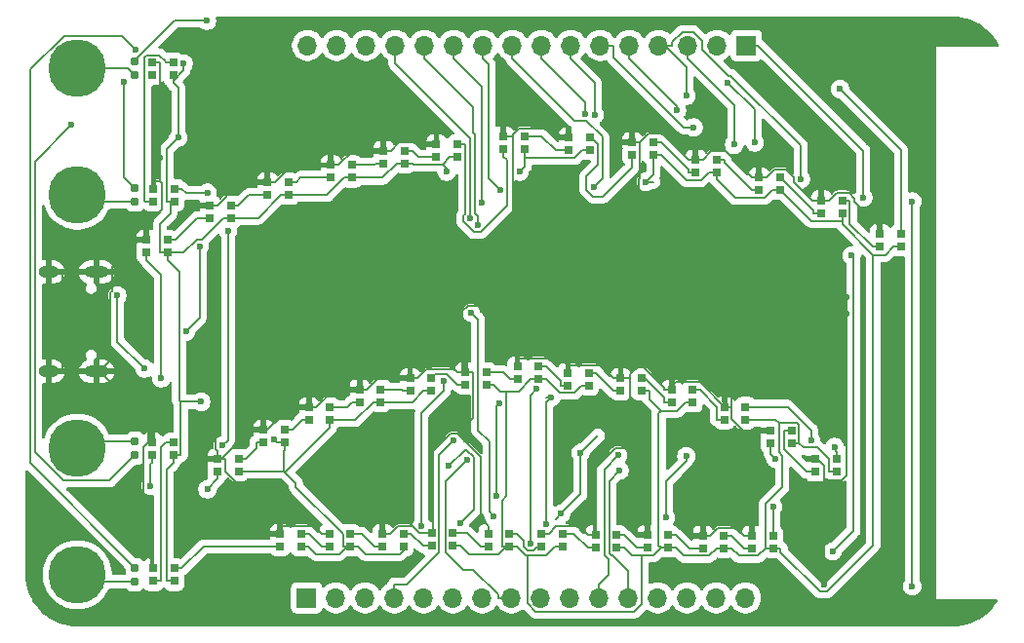
<source format=gbr>
%TF.GenerationSoftware,KiCad,Pcbnew,9.0.2*%
%TF.CreationDate,2025-09-05T17:13:16+02:00*%
%TF.ProjectId,LLM Business Card,4c4c4d20-4275-4736-996e-657373204361,rev?*%
%TF.SameCoordinates,Original*%
%TF.FileFunction,Copper,L2,Bot*%
%TF.FilePolarity,Positive*%
%FSLAX46Y46*%
G04 Gerber Fmt 4.6, Leading zero omitted, Abs format (unit mm)*
G04 Created by KiCad (PCBNEW 9.0.2) date 2025-09-05 17:13:16*
%MOMM*%
%LPD*%
G01*
G04 APERTURE LIST*
G04 Aperture macros list*
%AMRoundRect*
0 Rectangle with rounded corners*
0 $1 Rounding radius*
0 $2 $3 $4 $5 $6 $7 $8 $9 X,Y pos of 4 corners*
0 Add a 4 corners polygon primitive as box body*
4,1,4,$2,$3,$4,$5,$6,$7,$8,$9,$2,$3,0*
0 Add four circle primitives for the rounded corners*
1,1,$1+$1,$2,$3*
1,1,$1+$1,$4,$5*
1,1,$1+$1,$6,$7*
1,1,$1+$1,$8,$9*
0 Add four rect primitives between the rounded corners*
20,1,$1+$1,$2,$3,$4,$5,0*
20,1,$1+$1,$4,$5,$6,$7,0*
20,1,$1+$1,$6,$7,$8,$9,0*
20,1,$1+$1,$8,$9,$2,$3,0*%
G04 Aperture macros list end*
%TA.AperFunction,HeatsinkPad*%
%ADD10O,2.100000X1.000000*%
%TD*%
%TA.AperFunction,HeatsinkPad*%
%ADD11O,1.800000X1.000000*%
%TD*%
%TA.AperFunction,ComponentPad*%
%ADD12R,1.700000X1.700000*%
%TD*%
%TA.AperFunction,ComponentPad*%
%ADD13O,1.700000X1.700000*%
%TD*%
%TA.AperFunction,HeatsinkPad*%
%ADD14C,0.600000*%
%TD*%
%TA.AperFunction,SMDPad,CuDef*%
%ADD15R,0.700000X0.700000*%
%TD*%
%TA.AperFunction,SMDPad,CuDef*%
%ADD16C,5.000000*%
%TD*%
%TA.AperFunction,SMDPad,CuDef*%
%ADD17RoundRect,0.160000X0.160000X-0.197500X0.160000X0.197500X-0.160000X0.197500X-0.160000X-0.197500X0*%
%TD*%
%TA.AperFunction,SMDPad,CuDef*%
%ADD18RoundRect,0.160000X-0.160000X0.197500X-0.160000X-0.197500X0.160000X-0.197500X0.160000X0.197500X0*%
%TD*%
%TA.AperFunction,ViaPad*%
%ADD19C,0.600000*%
%TD*%
%TA.AperFunction,Conductor*%
%ADD20C,0.200000*%
%TD*%
G04 APERTURE END LIST*
D10*
%TO.P,J1,S1,SHIELD*%
%TO.N,GND*%
X106680000Y-122680000D03*
D11*
X102500000Y-122680000D03*
D10*
X106680000Y-131320000D03*
D11*
X102500000Y-131320000D03*
%TD*%
D12*
%TO.P,J2,1,Pin_1*%
%TO.N,/GPIO4*%
X163080000Y-103000000D03*
D13*
%TO.P,J2,2,Pin_2*%
%TO.N,/GPIO5*%
X160540000Y-103000000D03*
%TO.P,J2,3,Pin_3*%
%TO.N,/GPIO6*%
X158000000Y-103000000D03*
%TO.P,J2,4,Pin_4*%
%TO.N,/GPIO7*%
X155460000Y-103000000D03*
%TO.P,J2,5,Pin_5*%
%TO.N,/GPIO15*%
X152920000Y-103000000D03*
%TO.P,J2,6,Pin_6*%
%TO.N,/GPIO16*%
X150380000Y-103000000D03*
%TO.P,J2,7,Pin_7*%
%TO.N,/GPIO17*%
X147840000Y-103000000D03*
%TO.P,J2,8,Pin_8*%
%TO.N,/GPIO18*%
X145300000Y-103000000D03*
%TO.P,J2,9,Pin_9*%
%TO.N,/GPIO8*%
X142760000Y-103000000D03*
%TO.P,J2,10,Pin_10*%
%TO.N,D-*%
X140220000Y-103000000D03*
%TO.P,J2,11,Pin_11*%
%TO.N,D+*%
X137680000Y-103000000D03*
%TO.P,J2,12,Pin_12*%
%TO.N,/GPIO3*%
X135140000Y-103000000D03*
%TO.P,J2,13,Pin_13*%
%TO.N,/GPIO9*%
X132600000Y-103000000D03*
%TO.P,J2,14,Pin_14*%
%TO.N,unconnected-(J2-Pin_14-Pad14)*%
X130060000Y-103000000D03*
%TO.P,J2,15,Pin_15*%
%TO.N,unconnected-(J2-Pin_15-Pad15)*%
X127520000Y-103000000D03*
%TO.P,J2,16,Pin_16*%
%TO.N,unconnected-(J2-Pin_16-Pad16)*%
X124980000Y-103000000D03*
%TD*%
D14*
%TO.P,U1,41,GND*%
%TO.N,GND*%
X171060000Y-124200000D03*
X169660000Y-124200000D03*
X171760000Y-124900000D03*
X170360000Y-124900000D03*
X168960000Y-124900000D03*
X171060000Y-125600000D03*
X169660000Y-125600000D03*
X171760000Y-126300000D03*
X170360000Y-126300000D03*
X168960000Y-126300000D03*
X171060000Y-127000000D03*
X169660000Y-127000000D03*
%TD*%
D12*
%TO.P,J3,1,Pin_1*%
%TO.N,/GPIO10*%
X124900000Y-151000000D03*
D13*
%TO.P,J3,2,Pin_2*%
%TO.N,/GPIO11*%
X127440000Y-151000000D03*
%TO.P,J3,3,Pin_3*%
%TO.N,/GPIO12*%
X129980000Y-151000000D03*
%TO.P,J3,4,Pin_4*%
%TO.N,/GPIO13*%
X132520000Y-151000000D03*
%TO.P,J3,5,Pin_5*%
%TO.N,/GPIO14*%
X135060000Y-151000000D03*
%TO.P,J3,6,Pin_6*%
%TO.N,/GPIO21*%
X137600000Y-151000000D03*
%TO.P,J3,7,Pin_7*%
%TO.N,/GPIO47*%
X140140000Y-151000000D03*
%TO.P,J3,8,Pin_8*%
%TO.N,/GPIO48*%
X142680000Y-151000000D03*
%TO.P,J3,9,Pin_9*%
%TO.N,/GPIO35*%
X145220000Y-151000000D03*
%TO.P,J3,10,Pin_10*%
%TO.N,/GPIO36*%
X147760000Y-151000000D03*
%TO.P,J3,11,Pin_11*%
%TO.N,/GPIO37*%
X150300000Y-151000000D03*
%TO.P,J3,12,Pin_12*%
%TO.N,/GPIO38*%
X152840000Y-151000000D03*
%TO.P,J3,13,Pin_13*%
%TO.N,/RX_0*%
X155380000Y-151000000D03*
%TO.P,J3,14,Pin_14*%
%TO.N,/TX_0*%
X157920000Y-151000000D03*
%TO.P,J3,15,Pin_15*%
%TO.N,/GPIO2*%
X160460000Y-151000000D03*
%TO.P,J3,16,Pin_16*%
%TO.N,/GPIO1*%
X163000000Y-151000000D03*
%TD*%
D15*
%TO.P,D14,1,DOUT*%
%TO.N,Net-(D14-DOUT)*%
X131585000Y-113250000D03*
%TO.P,D14,2,VSS*%
%TO.N,GND*%
X131585000Y-112150000D03*
%TO.P,D14,3,DIN*%
%TO.N,Net-(D13-DOUT)*%
X133415000Y-112150000D03*
%TO.P,D14,4,VDD*%
%TO.N,VCC_5V*%
X133415000Y-113250000D03*
%TD*%
%TO.P,D25,1,DOUT*%
%TO.N,Net-(D25-DOUT)*%
X143200000Y-132000000D03*
%TO.P,D25,2,VSS*%
%TO.N,GND*%
X143200000Y-130900000D03*
%TO.P,D25,3,DIN*%
%TO.N,Net-(D24-DOUT)*%
X145030000Y-130900000D03*
%TO.P,D25,4,VDD*%
%TO.N,VCC_5V*%
X145030000Y-132000000D03*
%TD*%
%TO.P,D30,1,DOUT*%
%TO.N,Net-(D30-DOUT)*%
X121170000Y-137500000D03*
%TO.P,D30,2,VSS*%
%TO.N,GND*%
X121170000Y-136400000D03*
%TO.P,D30,3,DIN*%
%TO.N,Net-(D29-DOUT)*%
X123000000Y-136400000D03*
%TO.P,D30,4,VDD*%
%TO.N,VCC_5V*%
X123000000Y-137500000D03*
%TD*%
%TO.P,D39,1,DOUT*%
%TO.N,Net-(D39-DOUT)*%
X131485000Y-146550000D03*
%TO.P,D39,2,VSS*%
%TO.N,GND*%
X131485000Y-145450000D03*
%TO.P,D39,3,DIN*%
%TO.N,Net-(D38-DOUT)*%
X133315000Y-145450000D03*
%TO.P,D39,4,VDD*%
%TO.N,VCC_5V*%
X133315000Y-146550000D03*
%TD*%
%TO.P,D38,1,DOUT*%
%TO.N,Net-(D38-DOUT)*%
X135770000Y-146500000D03*
%TO.P,D38,2,VSS*%
%TO.N,GND*%
X135770000Y-145400000D03*
%TO.P,D38,3,DIN*%
%TO.N,Net-(D37-DOUT)*%
X137600000Y-145400000D03*
%TO.P,D38,4,VDD*%
%TO.N,VCC_5V*%
X137600000Y-146500000D03*
%TD*%
D16*
%TO.P,U4,1,input*%
%TO.N,Net-(U4-input)*%
X105000000Y-149000000D03*
%TD*%
D15*
%TO.P,D34,1,DOUT*%
%TO.N,Net-(D34-DOUT)*%
X154485000Y-146650000D03*
%TO.P,D34,2,VSS*%
%TO.N,GND*%
X154485000Y-145550000D03*
%TO.P,D34,3,DIN*%
%TO.N,Net-(D33-DOUT)*%
X156315000Y-145550000D03*
%TO.P,D34,4,VDD*%
%TO.N,VCC_5V*%
X156315000Y-146650000D03*
%TD*%
%TO.P,D12,1,DOUT*%
%TO.N,Net-(D12-DOUT)*%
X142000000Y-112000000D03*
%TO.P,D12,2,VSS*%
%TO.N,GND*%
X142000000Y-110900000D03*
%TO.P,D12,3,DIN*%
%TO.N,Net-(D11-DOUT)*%
X143830000Y-110900000D03*
%TO.P,D12,4,VDD*%
%TO.N,VCC_5V*%
X143830000Y-112000000D03*
%TD*%
%TO.P,D13,1,DOUT*%
%TO.N,Net-(D13-DOUT)*%
X136170000Y-112700000D03*
%TO.P,D13,2,VSS*%
%TO.N,GND*%
X136170000Y-111600000D03*
%TO.P,D13,3,DIN*%
%TO.N,Net-(D12-DOUT)*%
X138000000Y-111600000D03*
%TO.P,D13,4,VDD*%
%TO.N,VCC_5V*%
X138000000Y-112700000D03*
%TD*%
%TO.P,D28,1,DOUT*%
%TO.N,Net-(D28-DOUT)*%
X129500000Y-134000000D03*
%TO.P,D28,2,VSS*%
%TO.N,GND*%
X129500000Y-132900000D03*
%TO.P,D28,3,DIN*%
%TO.N,Net-(D27-DOUT)*%
X131330000Y-132900000D03*
%TO.P,D28,4,VDD*%
%TO.N,VCC_5V*%
X131330000Y-134000000D03*
%TD*%
%TO.P,D44,1,DOUT*%
%TO.N,/NeoPixel/LINE4_OUT*%
X111500000Y-105600000D03*
%TO.P,D44,2,VSS*%
%TO.N,GND*%
X111500000Y-104500000D03*
%TO.P,D44,3,DIN*%
%TO.N,Net-(D43-DOUT)*%
X113330000Y-104500000D03*
%TO.P,D44,4,VDD*%
%TO.N,VCC_5V*%
X113330000Y-105600000D03*
%TD*%
%TO.P,D36,1,DOUT*%
%TO.N,Net-(D36-DOUT)*%
X145270000Y-146550000D03*
%TO.P,D36,2,VSS*%
%TO.N,GND*%
X145270000Y-145450000D03*
%TO.P,D36,3,DIN*%
%TO.N,Net-(D35-DOUT)*%
X147100000Y-145450000D03*
%TO.P,D36,4,VDD*%
%TO.N,VCC_5V*%
X147100000Y-146550000D03*
%TD*%
%TO.P,D15,1,DOUT*%
%TO.N,Net-(D15-DOUT)*%
X127000000Y-114500000D03*
%TO.P,D15,2,VSS*%
%TO.N,GND*%
X127000000Y-113400000D03*
%TO.P,D15,3,DIN*%
%TO.N,Net-(D14-DOUT)*%
X128830000Y-113400000D03*
%TO.P,D15,4,VDD*%
%TO.N,VCC_5V*%
X128830000Y-114500000D03*
%TD*%
%TO.P,D26,1,DOUT*%
%TO.N,Net-(D26-DOUT)*%
X138670000Y-132500000D03*
%TO.P,D26,2,VSS*%
%TO.N,GND*%
X138670000Y-131400000D03*
%TO.P,D26,3,DIN*%
%TO.N,Net-(D25-DOUT)*%
X140500000Y-131400000D03*
%TO.P,D26,4,VDD*%
%TO.N,VCC_5V*%
X140500000Y-132500000D03*
%TD*%
%TO.P,D10,1,DOUT*%
%TO.N,Net-(D10-DOUT)*%
X153170000Y-112500000D03*
%TO.P,D10,2,VSS*%
%TO.N,GND*%
X153170000Y-111400000D03*
%TO.P,D10,3,DIN*%
%TO.N,Net-(D10-DIN)*%
X155000000Y-111400000D03*
%TO.P,D10,4,VDD*%
%TO.N,VCC_5V*%
X155000000Y-112500000D03*
%TD*%
%TO.P,D32,1,DOUT*%
%TO.N,Net-(D32-DOUT)*%
X163570000Y-146700000D03*
%TO.P,D32,2,VSS*%
%TO.N,GND*%
X163570000Y-145600000D03*
%TO.P,D32,3,DIN*%
%TO.N,/NeoPixel/LINE2_OUT*%
X165400000Y-145600000D03*
%TO.P,D32,4,VDD*%
%TO.N,VCC_5V*%
X165400000Y-146700000D03*
%TD*%
%TO.P,D9,1,DOUT*%
%TO.N,Net-(D10-DIN)*%
X158670000Y-114000000D03*
%TO.P,D9,2,VSS*%
%TO.N,GND*%
X158670000Y-112900000D03*
%TO.P,D9,3,DIN*%
%TO.N,Net-(D8-DOUT)*%
X160500000Y-112900000D03*
%TO.P,D9,4,VDD*%
%TO.N,VCC_5V*%
X160500000Y-114000000D03*
%TD*%
%TO.P,D6,1,DOUT*%
%TO.N,Net-(D6-DOUT)*%
X174670000Y-120500000D03*
%TO.P,D6,2,VSS*%
%TO.N,GND*%
X174670000Y-119400000D03*
%TO.P,D6,3,DIN*%
%TO.N,Net-(D6-DIN)*%
X176500000Y-119400000D03*
%TO.P,D6,4,VDD*%
%TO.N,VCC_5V*%
X176500000Y-120500000D03*
%TD*%
%TO.P,D20,1,DOUT*%
%TO.N,Net-(D20-DOUT)*%
X165185000Y-137550000D03*
%TO.P,D20,2,VSS*%
%TO.N,GND*%
X165185000Y-136450000D03*
%TO.P,D20,3,DIN*%
%TO.N,Net-(D19-DOUT)*%
X167015000Y-136450000D03*
%TO.P,D20,4,VDD*%
%TO.N,VCC_5V*%
X167015000Y-137550000D03*
%TD*%
%TO.P,D35,1,DOUT*%
%TO.N,Net-(D35-DOUT)*%
X149985000Y-146650000D03*
%TO.P,D35,2,VSS*%
%TO.N,GND*%
X149985000Y-145550000D03*
%TO.P,D35,3,DIN*%
%TO.N,Net-(D34-DOUT)*%
X151815000Y-145550000D03*
%TO.P,D35,4,VDD*%
%TO.N,VCC_5V*%
X151815000Y-146650000D03*
%TD*%
%TO.P,D8,1,DOUT*%
%TO.N,Net-(D8-DOUT)*%
X164170000Y-115550000D03*
%TO.P,D8,2,VSS*%
%TO.N,GND*%
X164170000Y-114450000D03*
%TO.P,D8,3,DIN*%
%TO.N,Net-(D7-DOUT)*%
X166000000Y-114450000D03*
%TO.P,D8,4,VDD*%
%TO.N,VCC_5V*%
X166000000Y-115550000D03*
%TD*%
%TO.P,D7,1,DOUT*%
%TO.N,Net-(D7-DOUT)*%
X169585000Y-117550000D03*
%TO.P,D7,2,VSS*%
%TO.N,GND*%
X169585000Y-116450000D03*
%TO.P,D7,3,DIN*%
%TO.N,Net-(D6-DOUT)*%
X171415000Y-116450000D03*
%TO.P,D7,4,VDD*%
%TO.N,VCC_5V*%
X171415000Y-117550000D03*
%TD*%
%TO.P,D31,1,DOUT*%
%TO.N,/NeoPixel/LINE2_OUT*%
X117170000Y-140000000D03*
%TO.P,D31,2,VSS*%
%TO.N,GND*%
X117170000Y-138900000D03*
%TO.P,D31,3,DIN*%
%TO.N,Net-(D30-DOUT)*%
X119000000Y-138900000D03*
%TO.P,D31,4,VDD*%
%TO.N,VCC_5V*%
X119000000Y-140000000D03*
%TD*%
D17*
%TO.P,R12,1*%
%TO.N,/GPIO7*%
X110000000Y-138597500D03*
%TO.P,R12,2*%
%TO.N,Net-(U3-input)*%
X110000000Y-137402500D03*
%TD*%
D15*
%TO.P,D29,1,DOUT*%
%TO.N,Net-(D29-DOUT)*%
X125085000Y-135550000D03*
%TO.P,D29,2,VSS*%
%TO.N,GND*%
X125085000Y-134450000D03*
%TO.P,D29,3,DIN*%
%TO.N,Net-(D28-DOUT)*%
X126915000Y-134450000D03*
%TO.P,D29,4,VDD*%
%TO.N,VCC_5V*%
X126915000Y-135550000D03*
%TD*%
D16*
%TO.P,U5,1,input*%
%TO.N,Net-(U5-input)*%
X105000000Y-116000000D03*
%TD*%
D15*
%TO.P,D17,1,DOUT*%
%TO.N,Net-(D17-DOUT)*%
X116500000Y-118000000D03*
%TO.P,D17,2,VSS*%
%TO.N,GND*%
X116500000Y-116900000D03*
%TO.P,D17,3,DIN*%
%TO.N,Net-(D16-DOUT)*%
X118330000Y-116900000D03*
%TO.P,D17,4,VDD*%
%TO.N,VCC_5V*%
X118330000Y-118000000D03*
%TD*%
D18*
%TO.P,R10,1*%
%TO.N,/GPIO5*%
X110000000Y-115402500D03*
%TO.P,R10,2*%
%TO.N,Net-(U5-input)*%
X110000000Y-116597500D03*
%TD*%
%TO.P,R9,1*%
%TO.N,/GPIO4*%
X110000000Y-104402500D03*
%TO.P,R9,2*%
%TO.N,Net-(U6-input)*%
X110000000Y-105597500D03*
%TD*%
D15*
%TO.P,D43,1,DOUT*%
%TO.N,Net-(D43-DOUT)*%
X111585000Y-116550000D03*
%TO.P,D43,2,VSS*%
%TO.N,GND*%
X111585000Y-115450000D03*
%TO.P,D43,3,DIN*%
%TO.N,Net-(D42-DOUT)*%
X113415000Y-115450000D03*
%TO.P,D43,4,VDD*%
%TO.N,VCC_5V*%
X113415000Y-116550000D03*
%TD*%
%TO.P,D46,1,DOUT*%
%TO.N,/NeoPixel/LINE3_OUT*%
X122585000Y-146550000D03*
%TO.P,D46,2,VSS*%
%TO.N,GND*%
X122585000Y-145450000D03*
%TO.P,D46,3,DIN*%
%TO.N,Net-(D40-DOUT)*%
X124415000Y-145450000D03*
%TO.P,D46,4,VDD*%
%TO.N,VCC_5V*%
X124415000Y-146550000D03*
%TD*%
%TO.P,D18,1,DOUT*%
%TO.N,/NeoPixel/LINE1_OUT*%
X111000000Y-121000000D03*
%TO.P,D18,2,VSS*%
%TO.N,GND*%
X111000000Y-119900000D03*
%TO.P,D18,3,DIN*%
%TO.N,Net-(D17-DOUT)*%
X112830000Y-119900000D03*
%TO.P,D18,4,VDD*%
%TO.N,VCC_5V*%
X112830000Y-121000000D03*
%TD*%
%TO.P,D19,1,DOUT*%
%TO.N,Net-(D19-DOUT)*%
X169085000Y-140050000D03*
%TO.P,D19,2,VSS*%
%TO.N,GND*%
X169085000Y-138950000D03*
%TO.P,D19,3,DIN*%
%TO.N,/NeoPixel/LINE1_OUT*%
X170915000Y-138950000D03*
%TO.P,D19,4,VDD*%
%TO.N,VCC_5V*%
X170915000Y-140050000D03*
%TD*%
%TO.P,D27,1,DOUT*%
%TO.N,Net-(D27-DOUT)*%
X133885000Y-133000000D03*
%TO.P,D27,2,VSS*%
%TO.N,GND*%
X133885000Y-131900000D03*
%TO.P,D27,3,DIN*%
%TO.N,Net-(D26-DOUT)*%
X135715000Y-131900000D03*
%TO.P,D27,4,VDD*%
%TO.N,VCC_5V*%
X135715000Y-133000000D03*
%TD*%
%TO.P,D37,1,DOUT*%
%TO.N,Net-(D37-DOUT)*%
X140670000Y-146550000D03*
%TO.P,D37,2,VSS*%
%TO.N,GND*%
X140670000Y-145450000D03*
%TO.P,D37,3,DIN*%
%TO.N,Net-(D36-DOUT)*%
X142500000Y-145450000D03*
%TO.P,D37,4,VDD*%
%TO.N,VCC_5V*%
X142500000Y-146550000D03*
%TD*%
D16*
%TO.P,U6,1,input*%
%TO.N,Net-(U6-input)*%
X105000000Y-105000000D03*
%TD*%
%TO.P,U3,1,input*%
%TO.N,Net-(U3-input)*%
X105000000Y-138000000D03*
%TD*%
D15*
%TO.P,D24,1,DOUT*%
%TO.N,Net-(D24-DOUT)*%
X147600000Y-132550000D03*
%TO.P,D24,2,VSS*%
%TO.N,GND*%
X147600000Y-131450000D03*
%TO.P,D24,3,DIN*%
%TO.N,Net-(D23-DOUT)*%
X149430000Y-131450000D03*
%TO.P,D24,4,VDD*%
%TO.N,VCC_5V*%
X149430000Y-132550000D03*
%TD*%
%TO.P,D42,1,DOUT*%
%TO.N,Net-(D42-DOUT)*%
X111500000Y-138600000D03*
%TO.P,D42,2,VSS*%
%TO.N,GND*%
X111500000Y-137500000D03*
%TO.P,D42,3,DIN*%
%TO.N,Net-(D41-DOUT)*%
X113330000Y-137500000D03*
%TO.P,D42,4,VDD*%
%TO.N,VCC_5V*%
X113330000Y-138600000D03*
%TD*%
%TO.P,D33,1,DOUT*%
%TO.N,Net-(D33-DOUT)*%
X159300000Y-146700000D03*
%TO.P,D33,2,VSS*%
%TO.N,GND*%
X159300000Y-145600000D03*
%TO.P,D33,3,DIN*%
%TO.N,Net-(D32-DOUT)*%
X161130000Y-145600000D03*
%TO.P,D33,4,VDD*%
%TO.N,VCC_5V*%
X161130000Y-146700000D03*
%TD*%
%TO.P,D22,1,DOUT*%
%TO.N,Net-(D22-DOUT)*%
X156585000Y-134050000D03*
%TO.P,D22,2,VSS*%
%TO.N,GND*%
X156585000Y-132950000D03*
%TO.P,D22,3,DIN*%
%TO.N,Net-(D21-DOUT)*%
X158415000Y-132950000D03*
%TO.P,D22,4,VDD*%
%TO.N,VCC_5V*%
X158415000Y-134050000D03*
%TD*%
%TO.P,D40,1,DOUT*%
%TO.N,Net-(D40-DOUT)*%
X126885000Y-146550000D03*
%TO.P,D40,2,VSS*%
%TO.N,GND*%
X126885000Y-145450000D03*
%TO.P,D40,3,DIN*%
%TO.N,Net-(D39-DOUT)*%
X128715000Y-145450000D03*
%TO.P,D40,4,VDD*%
%TO.N,VCC_5V*%
X128715000Y-146550000D03*
%TD*%
%TO.P,D23,1,DOUT*%
%TO.N,Net-(D23-DOUT)*%
X152170000Y-133000000D03*
%TO.P,D23,2,VSS*%
%TO.N,GND*%
X152170000Y-131900000D03*
%TO.P,D23,3,DIN*%
%TO.N,Net-(D22-DOUT)*%
X154000000Y-131900000D03*
%TO.P,D23,4,VDD*%
%TO.N,VCC_5V*%
X154000000Y-133000000D03*
%TD*%
%TO.P,D21,1,DOUT*%
%TO.N,Net-(D21-DOUT)*%
X161170000Y-135500000D03*
%TO.P,D21,2,VSS*%
%TO.N,GND*%
X161170000Y-134400000D03*
%TO.P,D21,3,DIN*%
%TO.N,Net-(D20-DOUT)*%
X163000000Y-134400000D03*
%TO.P,D21,4,VDD*%
%TO.N,VCC_5V*%
X163000000Y-135500000D03*
%TD*%
D18*
%TO.P,R11,1*%
%TO.N,/GPIO6*%
X110000000Y-148402500D03*
%TO.P,R11,2*%
%TO.N,Net-(U4-input)*%
X110000000Y-149597500D03*
%TD*%
D15*
%TO.P,D41,1,DOUT*%
%TO.N,Net-(D41-DOUT)*%
X111585000Y-149550000D03*
%TO.P,D41,2,VSS*%
%TO.N,GND*%
X111585000Y-148450000D03*
%TO.P,D41,3,DIN*%
%TO.N,/NeoPixel/LINE3_OUT*%
X113415000Y-148450000D03*
%TO.P,D41,4,VDD*%
%TO.N,VCC_5V*%
X113415000Y-149550000D03*
%TD*%
%TO.P,D16,1,DOUT*%
%TO.N,Net-(D16-DOUT)*%
X121500000Y-116000000D03*
%TO.P,D16,2,VSS*%
%TO.N,GND*%
X121500000Y-114900000D03*
%TO.P,D16,3,DIN*%
%TO.N,Net-(D15-DOUT)*%
X123330000Y-114900000D03*
%TO.P,D16,4,VDD*%
%TO.N,VCC_5V*%
X123330000Y-116000000D03*
%TD*%
%TO.P,D11,1,DOUT*%
%TO.N,Net-(D11-DOUT)*%
X147670000Y-112100000D03*
%TO.P,D11,2,VSS*%
%TO.N,GND*%
X147670000Y-111000000D03*
%TO.P,D11,3,DIN*%
%TO.N,Net-(D10-DOUT)*%
X149500000Y-111000000D03*
%TO.P,D11,4,VDD*%
%TO.N,VCC_5V*%
X149500000Y-112100000D03*
%TD*%
D19*
%TO.N,/CHIP_EN*%
X170567700Y-146968200D03*
X172229800Y-121266900D03*
%TO.N,GND*%
X169795300Y-149850000D03*
X117035100Y-132014100D03*
X120091800Y-113404200D03*
X112151700Y-112735800D03*
%TO.N,VCC_5V*%
X113770400Y-111000000D03*
X154338500Y-114846900D03*
X114221300Y-104575300D03*
X143377300Y-113976400D03*
X137056300Y-113976400D03*
X115752400Y-133975000D03*
X122085000Y-137224900D03*
%TO.N,ESP_3V3*%
X177483100Y-116545000D03*
X177483100Y-150000000D03*
%TO.N,D-*%
X115605200Y-120445800D03*
X114422100Y-127873100D03*
X141707500Y-115588500D03*
%TO.N,D+*%
X140103500Y-116655100D03*
%TO.N,Net-(D6-DIN)*%
X171209700Y-106792200D03*
%TO.N,/NeoPixel/LINE1_OUT*%
X170731000Y-137881600D03*
X112282700Y-131915800D03*
%TO.N,Net-(D20-DOUT)*%
X165610100Y-138928200D03*
X168714100Y-137351200D03*
%TO.N,/NeoPixel/LINE2_OUT*%
X116301700Y-141572500D03*
X165387000Y-143062300D03*
%TO.N,Net-(D42-DOUT)*%
X118082500Y-119108800D03*
X116297800Y-115803200D03*
X117627500Y-137766900D03*
X111363400Y-141262800D03*
%TO.N,/GPIO4*%
X173225700Y-116227500D03*
X116248800Y-100862000D03*
%TO.N,/GPIO12*%
X138246300Y-144522300D03*
X137212600Y-139557700D03*
%TO.N,/GPIO7*%
X157891500Y-107374900D03*
X167804700Y-114625000D03*
X104494700Y-109883100D03*
%TO.N,/GPIO9*%
X139100000Y-118049300D03*
%TO.N,/GPIO14*%
X141378800Y-142180800D03*
X141631700Y-134114400D03*
%TO.N,/GPIO8*%
X149818800Y-115313500D03*
%TO.N,/GPIO6*%
X110070700Y-103340400D03*
X162019700Y-111621600D03*
%TO.N,/GPIO3*%
X139745700Y-118613300D03*
%TO.N,/GPIO16*%
X158510200Y-110121200D03*
%TO.N,/GPIO11*%
X136814700Y-132156200D03*
X134888200Y-144769000D03*
%TO.N,/GPIO13*%
X137658900Y-137332200D03*
%TO.N,/GPIO10*%
X139177000Y-126228300D03*
X141142500Y-143894600D03*
%TO.N,/GPIO15*%
X157056800Y-108638300D03*
%TO.N,/GPIO5*%
X161477600Y-106228800D03*
X109074600Y-106122300D03*
X163808800Y-111431400D03*
%TO.N,/GPIO21*%
X144314800Y-146324200D03*
X144844200Y-132863800D03*
%TO.N,/GPIO48*%
X138801300Y-138997300D03*
%TO.N,/GPIO18*%
X149065200Y-108924200D03*
%TO.N,/GPIO17*%
X149898900Y-109036300D03*
%TO.N,/GPIO37*%
X151945000Y-138618800D03*
%TO.N,/GPIO36*%
X156070400Y-144024900D03*
X157863800Y-138707100D03*
%TO.N,/GPIO38*%
X152063200Y-139947900D03*
%TO.N,/GPIO47*%
X145718300Y-144570200D03*
X146156000Y-133557800D03*
%TO.N,/GPIO35*%
X146996000Y-143693700D03*
X148672500Y-138410100D03*
%TO.N,Net-(D1-PadA)*%
X110822800Y-131083000D03*
X108474600Y-124736500D03*
%TD*%
D20*
%TO.N,/CHIP_EN*%
X172361700Y-145174200D02*
X170567700Y-146968200D01*
X172361700Y-121398800D02*
X172361700Y-145174200D01*
X172229800Y-121266900D02*
X172361700Y-121398800D01*
%TO.N,GND*%
X142775600Y-110900000D02*
X142775600Y-110776100D01*
X116825900Y-116900000D02*
X117151700Y-116900000D01*
X169795300Y-139530100D02*
X169215200Y-138950000D01*
X149333300Y-145550000D02*
X148581600Y-144798300D01*
X111174200Y-135539000D02*
X106955200Y-131320000D01*
X169360000Y-116450000D02*
X169585000Y-116450000D01*
X136170000Y-111600000D02*
X135518300Y-111600000D01*
X112151700Y-112735800D02*
X112151700Y-114798300D01*
X119992500Y-113304900D02*
X120091800Y-113404200D01*
X138018300Y-131400000D02*
X137771100Y-131152800D01*
X121170000Y-136400000D02*
X121495900Y-136400000D01*
X164821700Y-114450000D02*
X165473400Y-113798300D01*
X102500000Y-131320000D02*
X103701700Y-131320000D01*
X122585000Y-145450000D02*
X122585000Y-144798300D01*
X155933300Y-132705600D02*
X154074300Y-130846600D01*
X117170000Y-138900000D02*
X117495900Y-138900000D01*
X112151700Y-114798300D02*
X112299200Y-114945800D01*
X161821700Y-135487300D02*
X161821700Y-134400000D01*
X127000000Y-113400000D02*
X127651700Y-113400000D01*
X135770000Y-145400000D02*
X135444200Y-145400000D01*
X165185000Y-136450000D02*
X164533300Y-136450000D01*
X146266600Y-110248300D02*
X147018300Y-111000000D01*
X147600000Y-130761500D02*
X150379800Y-130761500D01*
X146573400Y-144798300D02*
X145921700Y-145450000D01*
X117035100Y-132014100D02*
X117025800Y-132023400D01*
X137953400Y-136730500D02*
X139321700Y-135362200D01*
X127286700Y-132900000D02*
X129500000Y-132900000D01*
X129500000Y-132900000D02*
X130151700Y-132900000D01*
X142775600Y-110776100D02*
X143303400Y-110248300D01*
X111585000Y-148450000D02*
X111585000Y-147798300D01*
X169795300Y-149850000D02*
X169795300Y-140763300D01*
X170888400Y-115798300D02*
X170236700Y-116450000D01*
X108031700Y-122216600D02*
X108031700Y-122680000D01*
X135845900Y-138270000D02*
X137385400Y-136730500D01*
X174670000Y-119400000D02*
X174670000Y-118748300D01*
X112151700Y-104500000D02*
X112151700Y-112735800D01*
X140670000Y-145450000D02*
X140670000Y-144798300D01*
X169795300Y-140763300D02*
X171391600Y-140763300D01*
X117025800Y-132023400D02*
X117025800Y-138104100D01*
X131585000Y-112150000D02*
X132236700Y-112150000D01*
X116825900Y-116900000D02*
X116500000Y-116900000D01*
X139321700Y-135362200D02*
X139321700Y-131400000D01*
X155786300Y-110668000D02*
X158018300Y-112900000D01*
X151690900Y-137983700D02*
X149985000Y-139689600D01*
X125736700Y-134450000D02*
X127286700Y-132900000D01*
X143200000Y-130900000D02*
X143200000Y-130248300D01*
X152986400Y-137983700D02*
X152986400Y-131900000D01*
X135283900Y-131152800D02*
X134536700Y-131900000D01*
X110761700Y-137912500D02*
X110761700Y-146975000D01*
X135845900Y-144998300D02*
X135845900Y-138270000D01*
X117025800Y-138104100D02*
X117170000Y-138248300D01*
X138445000Y-131400000D02*
X138018300Y-131400000D01*
X170360000Y-124900000D02*
X170360000Y-126300000D01*
X169360000Y-116450000D02*
X168933300Y-116450000D01*
X142651700Y-110900000D02*
X142775600Y-110900000D01*
X111174200Y-137500000D02*
X111174200Y-135539000D01*
X169215200Y-138950000D02*
X169085000Y-138950000D01*
X117495900Y-138900000D02*
X117534500Y-138900000D01*
X169795300Y-140763300D02*
X169795300Y-139530100D01*
X164533300Y-136450000D02*
X163570000Y-137413300D01*
X131585000Y-112150000D02*
X128901700Y-112150000D01*
X169660000Y-127000000D02*
X169660000Y-125600000D01*
X138445000Y-126092500D02*
X138921600Y-125615900D01*
X117534500Y-138900000D02*
X120034500Y-136400000D01*
X154553700Y-110668000D02*
X155786300Y-110668000D01*
X132949100Y-111437600D02*
X135355900Y-111437600D01*
X111500000Y-137500000D02*
X111174200Y-137500000D01*
X117821700Y-138900000D02*
X117821700Y-140035000D01*
X150379800Y-130761500D02*
X151518300Y-131900000D01*
X130151700Y-132900000D02*
X131151700Y-131900000D01*
X168960000Y-126300000D02*
X168960000Y-124900000D01*
X140018300Y-138795400D02*
X137953400Y-136730500D01*
X128901700Y-112150000D02*
X127651700Y-113400000D01*
X122151700Y-114900000D02*
X123651700Y-113400000D01*
X171993400Y-115798300D02*
X170888400Y-115798300D01*
X138670000Y-131400000D02*
X139321700Y-131400000D01*
X108031700Y-122680000D02*
X108031700Y-124328600D01*
X169660000Y-124200000D02*
X170360000Y-124900000D01*
X134066700Y-144798300D02*
X134668400Y-145400000D01*
X126233300Y-145450000D02*
X125581600Y-144798300D01*
X132236700Y-112150000D02*
X132949100Y-111437600D01*
X131485000Y-145450000D02*
X132136700Y-145450000D01*
X107872900Y-124487400D02*
X107872900Y-130402300D01*
X120091800Y-113404200D02*
X120091800Y-114900000D01*
X156585000Y-132950000D02*
X156259200Y-132950000D01*
X163570000Y-145600000D02*
X162918300Y-145600000D01*
X112299200Y-114945800D02*
X112299200Y-117269100D01*
X166528100Y-113798300D02*
X167203000Y-114473200D01*
X171060000Y-127000000D02*
X171060000Y-125600000D01*
X143303400Y-110248300D02*
X146266600Y-110248300D01*
X153170000Y-111400000D02*
X153821700Y-111400000D01*
X112151700Y-114798300D02*
X111585000Y-114798300D01*
X164533300Y-136450000D02*
X162784400Y-136450000D01*
X102500000Y-122680000D02*
X103701700Y-122680000D01*
X120034500Y-136400000D02*
X121170000Y-136400000D01*
X135355900Y-111437600D02*
X135518300Y-111600000D01*
X112299200Y-117269100D02*
X111000000Y-118568300D01*
X119151700Y-114900000D02*
X120091800Y-114900000D01*
X138921600Y-125615900D02*
X142775600Y-125615900D01*
X161821700Y-133438300D02*
X168960000Y-126300000D01*
X171760000Y-140394900D02*
X171760000Y-126300000D01*
X152986400Y-137983700D02*
X151690900Y-137983700D01*
X162266600Y-144948300D02*
X162918300Y-145600000D01*
X111585000Y-115450000D02*
X111585000Y-114798300D01*
X153821700Y-111400000D02*
X153821700Y-114512900D01*
X106680000Y-122680000D02*
X108031700Y-122680000D01*
X165473400Y-113798300D02*
X166528100Y-113798300D01*
X117170000Y-138900000D02*
X117170000Y-138248300D01*
X103701700Y-122680000D02*
X103701700Y-131320000D01*
X156259200Y-132950000D02*
X156938600Y-132270600D01*
X108031700Y-124328600D02*
X107872900Y-124487400D01*
X117534500Y-138900000D02*
X117821700Y-138900000D01*
X153821700Y-114512900D02*
X153736800Y-114597800D01*
X138670000Y-131400000D02*
X138445000Y-131400000D01*
X152986400Y-143399700D02*
X154485000Y-144898300D01*
X164170000Y-114450000D02*
X163518300Y-114450000D01*
X172487600Y-116565900D02*
X172487600Y-116292500D01*
X147600000Y-130761500D02*
X147086800Y-130248300D01*
X121495900Y-136400000D02*
X123445900Y-134450000D01*
X154485000Y-145550000D02*
X154485000Y-144898300D01*
X169660000Y-124200000D02*
X169660000Y-125600000D01*
X125085000Y-134450000D02*
X125736700Y-134450000D01*
X135444200Y-145400000D02*
X135118300Y-145400000D01*
X160022500Y-112199200D02*
X161267500Y-112199200D01*
X167203000Y-114473200D02*
X167203000Y-114874100D01*
X140670000Y-144798300D02*
X140018300Y-144146600D01*
X132136700Y-145450000D02*
X132788400Y-144798300D01*
X174670000Y-118748300D02*
X172487600Y-116565900D01*
X120091800Y-114900000D02*
X121500000Y-114900000D01*
X148581600Y-144798300D02*
X146573400Y-144798300D01*
X156938600Y-132270600D02*
X159040600Y-132270600D01*
X155933300Y-132950000D02*
X155933300Y-132705600D01*
X158445000Y-112900000D02*
X158670000Y-112900000D01*
X143200000Y-126040300D02*
X143200000Y-130248300D01*
X142000000Y-110900000D02*
X142651700Y-110900000D01*
X158670000Y-112900000D02*
X159321700Y-112900000D01*
X117821700Y-140035000D02*
X122585000Y-144798300D01*
X123651700Y-113400000D02*
X127000000Y-113400000D01*
X142775600Y-110900000D02*
X142775600Y-125615900D01*
X152986400Y-131597000D02*
X152986400Y-131900000D01*
X137385400Y-136730500D02*
X137953400Y-136730500D01*
X147670000Y-111000000D02*
X147018300Y-111000000D01*
X164170000Y-114450000D02*
X164821700Y-114450000D01*
X161170000Y-134400000D02*
X161821700Y-134400000D01*
X159300000Y-145600000D02*
X159951700Y-145600000D01*
X138445000Y-131400000D02*
X138445000Y-126092500D01*
X131151700Y-131900000D02*
X133885000Y-131900000D01*
X135444200Y-145400000D02*
X135845900Y-144998300D01*
X161267500Y-112199200D02*
X163518300Y-114450000D01*
X159321700Y-112900000D02*
X160022500Y-112199200D01*
X120091800Y-113404200D02*
X119992500Y-113304900D01*
X159040600Y-132270600D02*
X161170000Y-134400000D01*
X106680000Y-131320000D02*
X106955200Y-131320000D01*
X111500000Y-104500000D02*
X112151700Y-104500000D01*
X153736800Y-130846600D02*
X152986400Y-131597000D01*
X145270000Y-145450000D02*
X145921700Y-145450000D01*
X142775600Y-125615900D02*
X143200000Y-126040300D01*
X140018300Y-144146600D02*
X140018300Y-138795400D01*
X126885000Y-145450000D02*
X126233300Y-145450000D01*
X169585000Y-116450000D02*
X170236700Y-116450000D01*
X137771100Y-131152800D02*
X135283900Y-131152800D01*
X147600000Y-131450000D02*
X147600000Y-130761500D01*
X121500000Y-114900000D02*
X122151700Y-114900000D01*
X152986400Y-131900000D02*
X152170000Y-131900000D01*
X107872900Y-130402300D02*
X106955200Y-131320000D01*
X111000000Y-119900000D02*
X110348300Y-119900000D01*
X162784400Y-136450000D02*
X161821700Y-135487300D01*
X172487600Y-116292500D02*
X171993400Y-115798300D01*
X133885000Y-131900000D02*
X134536700Y-131900000D01*
X154074300Y-130846600D02*
X153736800Y-130846600D01*
X110348300Y-119900000D02*
X108031700Y-122216600D01*
X110761700Y-146975000D02*
X111585000Y-147798300D01*
X167203000Y-114874100D02*
X168778900Y-116450000D01*
X159951700Y-145600000D02*
X160603400Y-144948300D01*
X149985000Y-145550000D02*
X149333300Y-145550000D01*
X158445000Y-112900000D02*
X158018300Y-112900000D01*
X111174200Y-137500000D02*
X110761700Y-137912500D01*
X161821700Y-134400000D02*
X161821700Y-133438300D01*
X117151700Y-116900000D02*
X119151700Y-114900000D01*
X125581600Y-144798300D02*
X122585000Y-144798300D01*
X111000000Y-118568300D02*
X111000000Y-119900000D01*
X153736800Y-114597800D02*
X153736800Y-130846600D01*
X156259200Y-132950000D02*
X155933300Y-132950000D01*
X147086800Y-130248300D02*
X143200000Y-130248300D01*
X123445900Y-134450000D02*
X125085000Y-134450000D01*
X168778900Y-116450000D02*
X168933300Y-116450000D01*
X160603400Y-144948300D02*
X162266600Y-144948300D01*
X149985000Y-139689600D02*
X149985000Y-145550000D01*
X163570000Y-137413300D02*
X163570000Y-145600000D01*
X171391600Y-140763300D02*
X171760000Y-140394900D01*
X134668400Y-145400000D02*
X135118300Y-145400000D01*
X152170000Y-131900000D02*
X151518300Y-131900000D01*
X171760000Y-126300000D02*
X171760000Y-124900000D01*
X153821700Y-111400000D02*
X154553700Y-110668000D01*
X152986400Y-137983700D02*
X152986400Y-143399700D01*
X132788400Y-144798300D02*
X134066700Y-144798300D01*
%TO.N,VCC_5V*%
X122961400Y-138190300D02*
X122961400Y-140000000D01*
X161130000Y-146700000D02*
X160478300Y-146700000D01*
X113330000Y-106041500D02*
X113330000Y-106251700D01*
X112763300Y-149550000D02*
X112763300Y-139818400D01*
X162078900Y-116230600D02*
X164667700Y-116230600D01*
X137600000Y-146500000D02*
X138251700Y-146500000D01*
X157668400Y-147351700D02*
X156966700Y-146650000D01*
X159140800Y-114707500D02*
X157859200Y-114707500D01*
X128940000Y-146550000D02*
X129366700Y-146550000D01*
X154651700Y-133738400D02*
X154651700Y-133000000D01*
X112830000Y-121651700D02*
X113820400Y-122642100D01*
X143151700Y-146579900D02*
X143899400Y-147327600D01*
X128389200Y-146550000D02*
X127737500Y-147201700D01*
X159848300Y-114000000D02*
X159140800Y-114707500D01*
X160478300Y-146700000D02*
X159826600Y-147351700D01*
X167666700Y-135975000D02*
X167666700Y-137550000D01*
X143830000Y-112779000D02*
X148169300Y-112779000D01*
X112830000Y-121000000D02*
X112830000Y-121651700D01*
X156315000Y-146650000D02*
X155663300Y-146650000D01*
X141730800Y-133079100D02*
X141151700Y-132500000D01*
X158415000Y-134050000D02*
X157763300Y-134050000D01*
X123039100Y-140077600D02*
X126915000Y-136201700D01*
X113330000Y-105600000D02*
X113330000Y-106041500D01*
X161455900Y-146700000D02*
X161781700Y-146700000D01*
X165899200Y-135796900D02*
X167488600Y-135796900D01*
X144050400Y-147327600D02*
X144050400Y-151475300D01*
X128504200Y-114500000D02*
X128178300Y-114500000D01*
X126915000Y-135550000D02*
X126915000Y-136201700D01*
X155000000Y-114846900D02*
X154338500Y-114846900D01*
X126678300Y-116000000D02*
X123330000Y-116000000D01*
X154000000Y-133000000D02*
X154651700Y-133000000D01*
X144378300Y-132000000D02*
X143299200Y-133079100D01*
X133415000Y-113250000D02*
X134066700Y-113250000D01*
X143899400Y-147327600D02*
X144050400Y-147327600D01*
X148778300Y-132550000D02*
X148126600Y-133201700D01*
X164748300Y-146700000D02*
X164748300Y-142850200D01*
X144050400Y-151475300D02*
X144768700Y-152193600D01*
X142725000Y-146550000D02*
X143151700Y-146550000D01*
X175848300Y-120500000D02*
X175142800Y-121205500D01*
X142725000Y-146550000D02*
X142500000Y-146550000D01*
X165602300Y-135500000D02*
X165899200Y-135796900D01*
X161781700Y-146700000D02*
X162433400Y-147351700D01*
X144925000Y-132000000D02*
X144378300Y-132000000D01*
X164748300Y-142850200D02*
X166211800Y-141386700D01*
X113330000Y-138609100D02*
X113330000Y-138600000D01*
X153118400Y-147301700D02*
X152466700Y-146650000D01*
X138251700Y-146500000D02*
X138965800Y-147214100D01*
X171415000Y-118252600D02*
X168702600Y-118252600D01*
X154015500Y-151516600D02*
X154015500Y-147301700D01*
X155000000Y-112500000D02*
X155651700Y-112500000D01*
X130018400Y-147201700D02*
X129366700Y-146550000D01*
X174093700Y-121205500D02*
X171415000Y-118526800D01*
X141586300Y-147214100D02*
X142250400Y-146550000D01*
X170075400Y-150457700D02*
X169483500Y-150457700D01*
X115356100Y-119844100D02*
X114200200Y-121000000D01*
X142250400Y-146550000D02*
X141848300Y-146550000D01*
X112763300Y-139818400D02*
X113330000Y-139251700D01*
X122678300Y-116000000D02*
X120678300Y-118000000D01*
X166051700Y-147025900D02*
X166051700Y-146700000D01*
X113089200Y-116550000D02*
X113089200Y-117580400D01*
X128715000Y-146550000D02*
X128389200Y-146550000D01*
X113770400Y-106692100D02*
X113770400Y-111000000D01*
X145030000Y-132000000D02*
X145681700Y-132000000D01*
X115752400Y-133975000D02*
X113981700Y-133975000D01*
X164096600Y-147351700D02*
X164748300Y-146700000D01*
X154338500Y-114846900D02*
X155000000Y-114846900D01*
X144050400Y-147327600D02*
X145670700Y-147327600D01*
X142233400Y-142177100D02*
X142233400Y-133079100D01*
X114221300Y-104575300D02*
X114221300Y-105150200D01*
X122348300Y-137488200D02*
X122348300Y-137500000D01*
X157859200Y-114707500D02*
X155651700Y-112500000D01*
X123971500Y-141010100D02*
X123039100Y-140077600D01*
X131330000Y-134000000D02*
X130678300Y-134000000D01*
X122085000Y-137224900D02*
X122348300Y-137488200D01*
X129128300Y-135550000D02*
X126915000Y-135550000D01*
X167488600Y-135796900D02*
X167666700Y-135975000D01*
X113089200Y-117580400D02*
X112178300Y-118491300D01*
X156315000Y-146650000D02*
X156966700Y-146650000D01*
X135063300Y-133000000D02*
X134063300Y-134000000D01*
X113330000Y-138609100D02*
X113330000Y-139251700D01*
X165400000Y-146700000D02*
X166051700Y-146700000D01*
X122961400Y-140000000D02*
X123039100Y-140077600D01*
X160500000Y-114651700D02*
X162078900Y-116230600D01*
X155468700Y-134944600D02*
X155663300Y-134750000D01*
X169253500Y-137952900D02*
X170263300Y-138962700D01*
X128389200Y-146550000D02*
X128063300Y-146550000D01*
X134066700Y-113250000D02*
X134168400Y-113351700D01*
X146774200Y-146550000D02*
X147100000Y-146550000D01*
X148169300Y-112779000D02*
X148848300Y-112100000D01*
X145670700Y-147327600D02*
X146448300Y-146550000D01*
X115834200Y-119844100D02*
X115356100Y-119844100D01*
X137056300Y-113976400D02*
X137056300Y-113711400D01*
X144768700Y-152193600D02*
X153338500Y-152193600D01*
X120678300Y-118000000D02*
X118330000Y-118000000D01*
X112830000Y-121000000D02*
X112178300Y-121000000D01*
X117678300Y-118000000D02*
X115834200Y-119844100D01*
X143299200Y-133079100D02*
X142233400Y-133079100D01*
X171415000Y-118526800D02*
X171415000Y-118252600D01*
X113330000Y-106251700D02*
X113770400Y-106692100D01*
X141848300Y-146550000D02*
X141848300Y-142562200D01*
X159826600Y-147351700D02*
X157668400Y-147351700D01*
X155663300Y-146650000D02*
X155468700Y-146455400D01*
X113089200Y-116550000D02*
X112763300Y-116550000D01*
X113415000Y-116550000D02*
X113089200Y-116550000D01*
X134168400Y-113351700D02*
X136696600Y-113351700D01*
X134063300Y-134000000D02*
X131330000Y-134000000D01*
X167666700Y-137550000D02*
X168069600Y-137952900D01*
X159850000Y-114000000D02*
X159849800Y-114000000D01*
X169483500Y-150457700D02*
X166051700Y-147025900D01*
X123971500Y-141365000D02*
X123971500Y-141010100D01*
X119000000Y-140000000D02*
X122961400Y-140000000D01*
X166211800Y-141386700D02*
X166211800Y-138679000D01*
X128063300Y-146550000D02*
X128063300Y-145456800D01*
X123000000Y-137500000D02*
X123000000Y-138151700D01*
X128504200Y-114500000D02*
X128830000Y-114500000D01*
X133415000Y-113250000D02*
X132763300Y-113250000D01*
X123000000Y-138151700D02*
X122961400Y-138190300D01*
X174093700Y-121205500D02*
X174093700Y-146439400D01*
X132989100Y-147201700D02*
X130018400Y-147201700D01*
X114221300Y-105150200D02*
X113330000Y-106041500D01*
X155011600Y-147301700D02*
X154015500Y-147301700D01*
X133315000Y-146875800D02*
X132989100Y-147201700D01*
X124415000Y-146550000D02*
X125066700Y-146550000D01*
X142500000Y-146550000D02*
X142250400Y-146550000D01*
X114200200Y-121000000D02*
X112830000Y-121000000D01*
X157763300Y-134050000D02*
X157063300Y-134750000D01*
X167015000Y-137550000D02*
X167666700Y-137550000D01*
X148126600Y-133201700D02*
X146883400Y-133201700D01*
X123330000Y-116000000D02*
X122678300Y-116000000D01*
X154015500Y-147301700D02*
X153118400Y-147301700D01*
X133315000Y-146550000D02*
X133315000Y-146875800D01*
X141848300Y-142562200D02*
X142233400Y-142177100D01*
X136696600Y-113351700D02*
X137348300Y-112700000D01*
X128940000Y-146550000D02*
X128715000Y-146550000D01*
X149430000Y-132550000D02*
X148778300Y-132550000D01*
X168069600Y-137952900D02*
X169253500Y-137952900D01*
X113820400Y-122642100D02*
X113820400Y-133813700D01*
X128063300Y-145456800D02*
X123971500Y-141365000D01*
X113981700Y-138600000D02*
X113981700Y-133975000D01*
X143830000Y-112000000D02*
X143830000Y-112325800D01*
X155000000Y-114185400D02*
X155000000Y-112500000D01*
X143830000Y-112325800D02*
X143830000Y-112779000D01*
X145030000Y-132000000D02*
X144925000Y-132000000D01*
X153338500Y-152193600D02*
X154015500Y-151516600D01*
X168702600Y-118252600D02*
X166000000Y-115550000D01*
X155468700Y-146455400D02*
X155468700Y-134944600D01*
X112763300Y-112007100D02*
X113770400Y-111000000D01*
X171415000Y-118252600D02*
X171415000Y-117550000D01*
X161455900Y-146700000D02*
X161130000Y-146700000D01*
X162433400Y-147351700D02*
X164096600Y-147351700D01*
X151815000Y-146650000D02*
X152466700Y-146650000D01*
X170915000Y-140050000D02*
X170263300Y-140050000D01*
X112178300Y-118491300D02*
X112178300Y-121000000D01*
X146883400Y-133201700D02*
X145681700Y-132000000D01*
X159849800Y-114000000D02*
X159848300Y-114000000D01*
X142233400Y-133079100D02*
X141730800Y-133079100D01*
X170263300Y-138962700D02*
X170263300Y-140050000D01*
X166000000Y-115550000D02*
X165348300Y-115550000D01*
X146774200Y-146550000D02*
X146448300Y-146550000D01*
X175142800Y-121205500D02*
X174093700Y-121205500D01*
X138965800Y-147214100D02*
X141586300Y-147214100D01*
X113415000Y-149550000D02*
X112763300Y-149550000D01*
X143830000Y-112779000D02*
X143830000Y-113523700D01*
X112763300Y-116550000D02*
X112763300Y-112007100D01*
X160500000Y-114000000D02*
X159850000Y-114000000D01*
X166211800Y-138679000D02*
X165899200Y-138366400D01*
X123000000Y-137500000D02*
X122348300Y-137500000D01*
X131513300Y-114500000D02*
X132763300Y-113250000D01*
X164667700Y-116230600D02*
X165348300Y-115550000D01*
X113330000Y-138600000D02*
X113981700Y-138600000D01*
X157063300Y-134750000D02*
X155663300Y-134750000D01*
X143151700Y-146550000D02*
X143151700Y-146579900D01*
X155663300Y-134750000D02*
X154651700Y-133738400D01*
X165899200Y-138366400D02*
X165899200Y-135796900D01*
X176500000Y-120500000D02*
X175848300Y-120500000D01*
X128830000Y-114500000D02*
X131513300Y-114500000D01*
X155663300Y-146650000D02*
X155011600Y-147301700D01*
X128178300Y-114500000D02*
X126678300Y-116000000D01*
X130678300Y-134000000D02*
X129128300Y-135550000D01*
X113820400Y-133813700D02*
X113981700Y-133975000D01*
X174093700Y-146439400D02*
X170075400Y-150457700D01*
X135715000Y-133000000D02*
X135063300Y-133000000D01*
X137056300Y-113711400D02*
X136696600Y-113351700D01*
X143830000Y-113523700D02*
X143377300Y-113976400D01*
X160500000Y-114000000D02*
X160500000Y-114651700D01*
X163000000Y-135500000D02*
X165602300Y-135500000D01*
X154338500Y-114846900D02*
X155000000Y-114185400D01*
X125718400Y-147201700D02*
X125066700Y-146550000D01*
X127737500Y-147201700D02*
X125718400Y-147201700D01*
X165400000Y-146700000D02*
X164748300Y-146700000D01*
X118330000Y-118000000D02*
X117678300Y-118000000D01*
X138000000Y-112700000D02*
X137348300Y-112700000D01*
X149500000Y-112100000D02*
X148848300Y-112100000D01*
X140500000Y-132500000D02*
X141151700Y-132500000D01*
%TO.N,ESP_3V3*%
X177483100Y-150000000D02*
X177483100Y-116545000D01*
%TO.N,D-*%
X140697200Y-104628900D02*
X140220000Y-104151700D01*
X114422100Y-127873100D02*
X115605200Y-126690000D01*
X141707500Y-115588500D02*
X140697200Y-114578200D01*
X115605200Y-126690000D02*
X115605200Y-120445800D01*
X140697200Y-114578200D02*
X140697200Y-104628900D01*
X140220000Y-103000000D02*
X140220000Y-104151700D01*
%TO.N,D+*%
X137680000Y-103000000D02*
X137680000Y-104151700D01*
X140103500Y-106575200D02*
X137680000Y-104151700D01*
X140103500Y-116655100D02*
X140103500Y-106575200D01*
%TO.N,Net-(D6-DIN)*%
X176500000Y-112082500D02*
X171209700Y-106792200D01*
X176500000Y-119400000D02*
X176500000Y-112082500D01*
%TO.N,Net-(D6-DOUT)*%
X174670000Y-120500000D02*
X174018300Y-120500000D01*
X172066700Y-118548400D02*
X174018300Y-120500000D01*
X172066700Y-116450000D02*
X172066700Y-118548400D01*
X171415000Y-116450000D02*
X172066700Y-116450000D01*
%TO.N,Net-(D7-DOUT)*%
X168933300Y-117356600D02*
X168933300Y-117550000D01*
X166000000Y-114450000D02*
X166026700Y-114450000D01*
X169585000Y-117550000D02*
X168933300Y-117550000D01*
X166026700Y-114450000D02*
X168933300Y-117356600D01*
%TO.N,Net-(D8-DOUT)*%
X161151700Y-112900000D02*
X161151700Y-113183400D01*
X160500000Y-112900000D02*
X161151700Y-112900000D01*
X161151700Y-113183400D02*
X163518300Y-115550000D01*
X164170000Y-115550000D02*
X163518300Y-115550000D01*
%TO.N,Net-(D10-DIN)*%
X155651700Y-111400000D02*
X158018300Y-113766600D01*
X158018300Y-113766600D02*
X158018300Y-114000000D01*
X158670000Y-114000000D02*
X158018300Y-114000000D01*
X155000000Y-111400000D02*
X155651700Y-111400000D01*
%TO.N,Net-(D10-DOUT)*%
X150622300Y-116120700D02*
X150787100Y-115955900D01*
X150787100Y-115955900D02*
X153170000Y-113573000D01*
X149205300Y-114357000D02*
X149205300Y-115560900D01*
X150178500Y-111605700D02*
X150178500Y-113383800D01*
X149500000Y-111000000D02*
X149572800Y-111000000D01*
X153170000Y-113573000D02*
X153170000Y-112500000D01*
X150178500Y-113383800D02*
X149205300Y-114357000D01*
X149765100Y-116120700D02*
X150622300Y-116120700D01*
X149205300Y-115560900D02*
X149765100Y-116120700D01*
X150622300Y-116120700D02*
X150787100Y-115955900D01*
X149572800Y-111000000D02*
X150178500Y-111605700D01*
%TO.N,Net-(D11-DOUT)*%
X146512700Y-112100000D02*
X145312700Y-110900000D01*
X145312700Y-110900000D02*
X143830000Y-110900000D01*
X147670000Y-112100000D02*
X146512700Y-112100000D01*
%TO.N,Net-(D12-DOUT)*%
X138000000Y-111600000D02*
X138651700Y-111600000D01*
X138651700Y-117646800D02*
X138498300Y-117800200D01*
X139424300Y-119224400D02*
X139997200Y-119224400D01*
X142309200Y-116912400D02*
X142309200Y-112960900D01*
X142000000Y-112000000D02*
X142000000Y-112651700D01*
X138498300Y-117800200D02*
X138498300Y-118298400D01*
X138651700Y-111600000D02*
X138651700Y-117646800D01*
X138498300Y-118298400D02*
X139424300Y-119224400D01*
X142309200Y-112960900D02*
X142000000Y-112651700D01*
X139997200Y-119224400D02*
X142309200Y-116912400D01*
%TO.N,Net-(D13-DOUT)*%
X134616700Y-112700000D02*
X136170000Y-112700000D01*
X133415000Y-112150000D02*
X134066700Y-112150000D01*
X134066700Y-112150000D02*
X134616700Y-112700000D01*
%TO.N,Net-(D14-DOUT)*%
X130783300Y-113400000D02*
X130933300Y-113250000D01*
X131585000Y-113250000D02*
X130933300Y-113250000D01*
X128830000Y-113400000D02*
X130783300Y-113400000D01*
%TO.N,Net-(D15-DOUT)*%
X123330000Y-114900000D02*
X123981700Y-114900000D01*
X124381700Y-114500000D02*
X123981700Y-114900000D01*
X127000000Y-114500000D02*
X124381700Y-114500000D01*
%TO.N,Net-(D16-DOUT)*%
X119881700Y-116000000D02*
X118981700Y-116900000D01*
X121500000Y-116000000D02*
X119881700Y-116000000D01*
X118330000Y-116900000D02*
X118981700Y-116900000D01*
%TO.N,Net-(D17-DOUT)*%
X113481700Y-119900000D02*
X115381700Y-118000000D01*
X116500000Y-118000000D02*
X115949200Y-118000000D01*
X112830000Y-119900000D02*
X113481700Y-119900000D01*
X115381700Y-118000000D02*
X115949200Y-118000000D01*
%TO.N,/NeoPixel/LINE1_OUT*%
X170731000Y-138114300D02*
X170915000Y-138298300D01*
X111000000Y-121000000D02*
X111000000Y-121651700D01*
X170915000Y-138950000D02*
X170915000Y-138298300D01*
X170731000Y-137881600D02*
X170731000Y-138114300D01*
X112282700Y-131915800D02*
X112282700Y-122934400D01*
X112282700Y-122934400D02*
X111000000Y-121651700D01*
%TO.N,Net-(D19-DOUT)*%
X166363300Y-138092400D02*
X168320900Y-140050000D01*
X167015000Y-136450000D02*
X166363300Y-136450000D01*
X168320900Y-140050000D02*
X169085000Y-140050000D01*
X166363300Y-136450000D02*
X166363300Y-138092400D01*
%TO.N,Net-(D20-DOUT)*%
X165185000Y-137550000D02*
X165185000Y-138201700D01*
X165185000Y-138201700D02*
X165185000Y-138503100D01*
X165185000Y-138503100D02*
X165610100Y-138928200D01*
X168714100Y-137351200D02*
X168714100Y-136448500D01*
X166665600Y-134400000D02*
X163000000Y-134400000D01*
X168714100Y-136448500D02*
X166665600Y-134400000D01*
%TO.N,Net-(D21-DOUT)*%
X161170000Y-135500000D02*
X160518300Y-135500000D01*
X160518300Y-134401600D02*
X159066700Y-132950000D01*
X158415000Y-132950000D02*
X159066700Y-132950000D01*
X160518300Y-135500000D02*
X160518300Y-134401600D01*
%TO.N,Net-(D22-DOUT)*%
X154209200Y-131900000D02*
X155933300Y-133624100D01*
X156585000Y-134050000D02*
X155933300Y-134050000D01*
X155933300Y-133624100D02*
X155933300Y-134050000D01*
X154000000Y-131900000D02*
X154209200Y-131900000D01*
%TO.N,Net-(D23-DOUT)*%
X150081700Y-131563400D02*
X151518300Y-133000000D01*
X149430000Y-131450000D02*
X150081700Y-131450000D01*
X152170000Y-133000000D02*
X151518300Y-133000000D01*
X150081700Y-131450000D02*
X150081700Y-131563400D01*
%TO.N,Net-(D24-DOUT)*%
X147600000Y-132550000D02*
X146948300Y-132550000D01*
X146948300Y-132166600D02*
X145681700Y-130900000D01*
X146948300Y-132550000D02*
X146948300Y-132166600D01*
X145030000Y-130900000D02*
X145681700Y-130900000D01*
%TO.N,Net-(D25-DOUT)*%
X140500000Y-131400000D02*
X141948300Y-131400000D01*
X143200000Y-132000000D02*
X142548300Y-132000000D01*
X141948300Y-131400000D02*
X142548300Y-132000000D01*
%TO.N,Net-(D26-DOUT)*%
X137072800Y-131554500D02*
X136060500Y-131554500D01*
X136060500Y-131554500D02*
X135715000Y-131900000D01*
X138670000Y-132500000D02*
X138018300Y-132500000D01*
X138018300Y-132500000D02*
X137072800Y-131554500D01*
%TO.N,Net-(D27-DOUT)*%
X131330000Y-132900000D02*
X133133300Y-132900000D01*
X133885000Y-133000000D02*
X133233300Y-133000000D01*
X133133300Y-132900000D02*
X133233300Y-133000000D01*
%TO.N,Net-(D28-DOUT)*%
X128398300Y-134450000D02*
X128848300Y-134000000D01*
X129500000Y-134000000D02*
X128848300Y-134000000D01*
X126915000Y-134450000D02*
X128398300Y-134450000D01*
%TO.N,Net-(D29-DOUT)*%
X124433300Y-135618400D02*
X123651700Y-136400000D01*
X123000000Y-136400000D02*
X123651700Y-136400000D01*
X124433300Y-135550000D02*
X124433300Y-135618400D01*
X125085000Y-135550000D02*
X124433300Y-135550000D01*
%TO.N,Net-(D30-DOUT)*%
X120518300Y-137500000D02*
X120518300Y-138033400D01*
X120518300Y-138033400D02*
X119651700Y-138900000D01*
X121170000Y-137500000D02*
X120518300Y-137500000D01*
X119000000Y-138900000D02*
X119651700Y-138900000D01*
%TO.N,/NeoPixel/LINE2_OUT*%
X165400000Y-143075300D02*
X165400000Y-145600000D01*
X116301700Y-141520000D02*
X116301700Y-141572500D01*
X165387000Y-143062300D02*
X165400000Y-143075300D01*
X117170000Y-140651700D02*
X116301700Y-141520000D01*
X117170000Y-140000000D02*
X117170000Y-140651700D01*
%TO.N,Net-(D32-DOUT)*%
X163570000Y-146700000D02*
X162918300Y-146700000D01*
X162918300Y-146700000D02*
X161818300Y-145600000D01*
X161818300Y-145600000D02*
X161130000Y-145600000D01*
%TO.N,Net-(D33-DOUT)*%
X158116700Y-146700000D02*
X159300000Y-146700000D01*
X156315000Y-145550000D02*
X156966700Y-145550000D01*
X156966700Y-145550000D02*
X158116700Y-146700000D01*
%TO.N,Net-(D34-DOUT)*%
X154485000Y-146650000D02*
X153566700Y-146650000D01*
X151815000Y-145550000D02*
X152466700Y-145550000D01*
X153566700Y-146650000D02*
X152466700Y-145550000D01*
%TO.N,Net-(D35-DOUT)*%
X149985000Y-146650000D02*
X149305200Y-146650000D01*
X149305200Y-146650000D02*
X148105200Y-145450000D01*
X148105200Y-145450000D02*
X147100000Y-145450000D01*
%TO.N,Net-(D36-DOUT)*%
X143713100Y-146011400D02*
X143713100Y-146573300D01*
X144564000Y-146925900D02*
X144939800Y-146550100D01*
X143151700Y-145450000D02*
X143713100Y-146011400D01*
X144939800Y-146550000D02*
X145270000Y-146550000D01*
X144065700Y-146925900D02*
X144564000Y-146925900D01*
X143713100Y-146573300D02*
X144065700Y-146925900D01*
X144939800Y-146550100D02*
X144939800Y-146550000D01*
X142500000Y-145450000D02*
X143151700Y-145450000D01*
%TO.N,Net-(D37-DOUT)*%
X138868300Y-145400000D02*
X140018300Y-146550000D01*
X140670000Y-146550000D02*
X140018300Y-146550000D01*
X137600000Y-145400000D02*
X138868300Y-145400000D01*
%TO.N,Net-(D38-DOUT)*%
X133966700Y-145450000D02*
X135016700Y-146500000D01*
X135016700Y-146500000D02*
X135770000Y-146500000D01*
X133315000Y-145450000D02*
X133966700Y-145450000D01*
%TO.N,Net-(D39-DOUT)*%
X130775200Y-146550000D02*
X129675200Y-145450000D01*
X129675200Y-145450000D02*
X128715000Y-145450000D01*
X131485000Y-146550000D02*
X130775200Y-146550000D01*
%TO.N,Net-(D40-DOUT)*%
X126885000Y-146550000D02*
X126233300Y-146550000D01*
X125133300Y-145450000D02*
X126233300Y-146550000D01*
X124415000Y-145450000D02*
X125133300Y-145450000D01*
%TO.N,Net-(D41-DOUT)*%
X113330000Y-137500000D02*
X112678300Y-137500000D01*
X111585000Y-149550000D02*
X112236700Y-149550000D01*
X112236700Y-149550000D02*
X112236700Y-137941600D01*
X112236700Y-137941600D02*
X112678300Y-137500000D01*
%TO.N,/NeoPixel/LINE3_OUT*%
X113415000Y-148450000D02*
X114066700Y-148450000D01*
X122585000Y-146550000D02*
X115966700Y-146550000D01*
X115966700Y-146550000D02*
X114066700Y-148450000D01*
%TO.N,Net-(D42-DOUT)*%
X116297800Y-115803200D02*
X114419900Y-115803200D01*
X118082500Y-137311900D02*
X118082500Y-119108800D01*
X111500000Y-139251700D02*
X111363400Y-139388300D01*
X114419900Y-115803200D02*
X114066700Y-115450000D01*
X111363400Y-139388300D02*
X111363400Y-141262800D01*
X113415000Y-115450000D02*
X114066700Y-115450000D01*
X117627500Y-137766900D02*
X118082500Y-137311900D01*
X111500000Y-138600000D02*
X111500000Y-139251700D01*
%TO.N,Net-(D43-DOUT)*%
X110842700Y-116459400D02*
X110842700Y-104018400D01*
X111585000Y-116550000D02*
X110933300Y-116550000D01*
X110842700Y-104018400D02*
X111012800Y-103848300D01*
X111012800Y-103848300D02*
X112108200Y-103848300D01*
X112678300Y-104418400D02*
X112678300Y-104500000D01*
X113330000Y-104500000D02*
X112678300Y-104500000D01*
X110933300Y-116550000D02*
X110842700Y-116459400D01*
X112108200Y-103848300D02*
X112678300Y-104418400D01*
%TO.N,/GPIO4*%
X110000000Y-104402500D02*
X110000000Y-104262700D01*
X163080000Y-103000000D02*
X164065400Y-103000000D01*
X110000000Y-104262700D02*
X113400700Y-100862000D01*
X173225700Y-112160300D02*
X164065400Y-103000000D01*
X173225700Y-116227500D02*
X173225700Y-112160300D01*
X113400700Y-100862000D02*
X116248800Y-100862000D01*
%TO.N,/GPIO12*%
X138783300Y-138128400D02*
X138641900Y-138128400D01*
X138641900Y-138128400D02*
X137212600Y-139557700D01*
X139403000Y-138748100D02*
X138783300Y-138128400D01*
X138246300Y-144522300D02*
X139403000Y-143365600D01*
X139403000Y-143365600D02*
X139403000Y-138748100D01*
%TO.N,/GPIO7*%
X101295500Y-138335200D02*
X101295500Y-113082300D01*
X167804700Y-114625000D02*
X167804700Y-111705000D01*
X107786700Y-140810800D02*
X103771100Y-140810800D01*
X101295500Y-113082300D02*
X104494700Y-109883100D01*
X167804700Y-111705000D02*
X161726800Y-105627100D01*
X156012800Y-103000000D02*
X156611700Y-103000000D01*
X159270000Y-103400200D02*
X159270000Y-102613000D01*
X155460000Y-103000000D02*
X156012800Y-103000000D01*
X161726800Y-105627100D02*
X161496900Y-105627100D01*
X159270000Y-102613000D02*
X158485700Y-101828700D01*
X157514500Y-101828700D02*
X156611700Y-102731500D01*
X103771100Y-140810800D02*
X101295500Y-138335200D01*
X156012800Y-103000000D02*
X157891500Y-104878700D01*
X157891500Y-104878700D02*
X157891500Y-107374900D01*
X161496900Y-105627100D02*
X159270000Y-103400200D01*
X158485700Y-101828700D02*
X157514500Y-101828700D01*
X110000000Y-138597500D02*
X107786700Y-140810800D01*
X156611700Y-102731500D02*
X156611700Y-103000000D01*
%TO.N,/GPIO9*%
X139100000Y-118049300D02*
X139100000Y-111075800D01*
X139100000Y-111075800D02*
X132600000Y-104575800D01*
X132600000Y-104575800D02*
X132600000Y-103000000D01*
%TO.N,/GPIO14*%
X141378800Y-142180800D02*
X141378800Y-134367300D01*
X141378800Y-134367300D02*
X141631700Y-134114400D01*
%TO.N,/GPIO8*%
X148134200Y-109525900D02*
X149174900Y-109525900D01*
X142760000Y-103000000D02*
X142760000Y-104151700D01*
X150580200Y-110931200D02*
X150580200Y-114552100D01*
X142760000Y-104151700D02*
X148134200Y-109525900D01*
X149174900Y-109525900D02*
X150580200Y-110931200D01*
X150580200Y-114552100D02*
X149818800Y-115313500D01*
%TO.N,/GPIO6*%
X158000000Y-103000000D02*
X158000000Y-104151700D01*
X100889400Y-139291900D02*
X110000000Y-148402500D01*
X100889400Y-105094100D02*
X100889400Y-139291900D01*
X110070700Y-103340400D02*
X108879900Y-102149600D01*
X158000000Y-104151700D02*
X162019700Y-108171400D01*
X162019700Y-108171400D02*
X162019700Y-111621600D01*
X108879900Y-102149600D02*
X103833900Y-102149600D01*
X103833900Y-102149600D02*
X100889400Y-105094100D01*
%TO.N,/GPIO3*%
X139540500Y-110748100D02*
X139375700Y-110583300D01*
X139745700Y-118613300D02*
X139745700Y-117844100D01*
X139745700Y-117844100D02*
X139501700Y-117600100D01*
X139375700Y-108387400D02*
X135140000Y-104151700D01*
X139375700Y-110583300D02*
X139375700Y-108387400D01*
X139501700Y-110786900D02*
X139540500Y-110748100D01*
X139540500Y-110748100D02*
X139375700Y-110583300D01*
X135140000Y-103000000D02*
X135140000Y-104151700D01*
X139501700Y-117600100D02*
X139501700Y-110786900D01*
%TO.N,/GPIO16*%
X157627300Y-110121200D02*
X158510200Y-110121200D01*
X150380000Y-103000000D02*
X151531700Y-103000000D01*
X151531700Y-103000000D02*
X151531700Y-104025600D01*
X151531700Y-104025600D02*
X157627300Y-110121200D01*
%TO.N,/GPIO11*%
X134888200Y-144769000D02*
X134888200Y-134953500D01*
X136814700Y-133027000D02*
X136814700Y-132156200D01*
X134888200Y-134953500D02*
X136814700Y-133027000D01*
%TO.N,/GPIO13*%
X136421700Y-138569400D02*
X137658900Y-137332200D01*
X132520000Y-149848300D02*
X133599700Y-149848300D01*
X133599700Y-149848300D02*
X136421700Y-147026300D01*
X136421700Y-147026300D02*
X136421700Y-138569400D01*
X132520000Y-151000000D02*
X132520000Y-149848300D01*
%TO.N,/GPIO10*%
X139786000Y-126837300D02*
X139786000Y-136441900D01*
X140777100Y-143529200D02*
X141142500Y-143894600D01*
X139177000Y-126228300D02*
X139786000Y-126837300D01*
X139786000Y-136441900D02*
X140777100Y-137433000D01*
X140777100Y-137433000D02*
X140777100Y-143529200D01*
%TO.N,/GPIO15*%
X157056800Y-108638300D02*
X157056800Y-108288500D01*
X157056800Y-108288500D02*
X152920000Y-104151700D01*
X152920000Y-103000000D02*
X152920000Y-104151700D01*
%TO.N,/GPIO5*%
X109074600Y-114477100D02*
X109074600Y-106122300D01*
X163808800Y-108560000D02*
X161477600Y-106228800D01*
X110000000Y-115402500D02*
X109074600Y-114477100D01*
X163808800Y-111431400D02*
X163808800Y-108560000D01*
%TO.N,/GPIO21*%
X144844200Y-132863800D02*
X144314800Y-133393200D01*
X144314800Y-133393200D02*
X144314800Y-146324200D01*
%TO.N,/GPIO48*%
X136947200Y-140851400D02*
X136947200Y-147015400D01*
X138801300Y-138997300D02*
X136947200Y-140851400D01*
X141528300Y-150731500D02*
X141528300Y-151000000D01*
X142680000Y-151000000D02*
X141528300Y-151000000D01*
X136947200Y-147015400D02*
X138521600Y-148589800D01*
X138521600Y-148589800D02*
X139386600Y-148589800D01*
X139386600Y-148589800D02*
X141528300Y-150731500D01*
%TO.N,/GPIO18*%
X149065200Y-107916900D02*
X145300000Y-104151700D01*
X149065200Y-108924200D02*
X149065200Y-107916900D01*
X145300000Y-103000000D02*
X145300000Y-104151700D01*
%TO.N,/GPIO17*%
X149898900Y-106210600D02*
X147840000Y-104151700D01*
X147840000Y-103000000D02*
X147840000Y-104151700D01*
X149898900Y-109036300D02*
X149898900Y-106210600D01*
%TO.N,/GPIO37*%
X151945000Y-138618800D02*
X150738200Y-139825600D01*
X150300000Y-151000000D02*
X150300000Y-149848300D01*
X151139900Y-149008400D02*
X150300000Y-149848300D01*
X151139900Y-147669600D02*
X151139900Y-149008400D01*
X150738200Y-147267900D02*
X150997000Y-147526700D01*
X150997000Y-147526700D02*
X151139900Y-147669600D01*
X150738200Y-139825600D02*
X150738200Y-147267900D01*
X150997000Y-147526700D02*
X151139900Y-147669600D01*
%TO.N,/GPIO36*%
X156070400Y-144024900D02*
X156070400Y-140902300D01*
X156070400Y-140902300D02*
X157863800Y-139108900D01*
X157863800Y-139108900D02*
X157863800Y-138707100D01*
%TO.N,/GPIO38*%
X151163300Y-147125000D02*
X151340000Y-147301700D01*
X152063200Y-139947900D02*
X151163300Y-140847800D01*
X151440800Y-147301700D02*
X152840000Y-148700900D01*
X151163300Y-140847800D02*
X151163300Y-147125000D01*
X151340000Y-147301700D02*
X151440800Y-147301700D01*
X152840000Y-148700900D02*
X152840000Y-151000000D01*
%TO.N,/GPIO47*%
X146156000Y-133557800D02*
X145718300Y-133557800D01*
X145718300Y-133995500D02*
X146156000Y-133557800D01*
X145718300Y-144494200D02*
X145718300Y-133995500D01*
X145718300Y-133557800D02*
X146156000Y-133557800D01*
X145718300Y-144494200D02*
X145718300Y-144570200D01*
%TO.N,/GPIO35*%
X146996000Y-143693700D02*
X148672500Y-142017200D01*
X146996000Y-143693700D02*
X146517500Y-144172200D01*
X148672500Y-142017200D02*
X148672500Y-138410100D01*
X150180900Y-136901700D02*
X148672500Y-138410100D01*
X148672500Y-138410100D02*
X150180900Y-136901700D01*
X146517500Y-144172200D02*
X146996000Y-143693700D01*
%TO.N,Net-(U6-input)*%
X109402500Y-105000000D02*
X105000000Y-105000000D01*
X110000000Y-105597500D02*
X109402500Y-105000000D01*
%TO.N,Net-(U3-input)*%
X105597500Y-137402500D02*
X105000000Y-138000000D01*
X110000000Y-137402500D02*
X105597500Y-137402500D01*
%TO.N,Net-(D1-PadA)*%
X108474600Y-124736500D02*
X108474600Y-128734800D01*
X108474600Y-128734800D02*
X110822800Y-131083000D01*
%TO.N,Net-(U5-input)*%
X110000000Y-116597500D02*
X105597500Y-116597500D01*
X105597500Y-116597500D02*
X105000000Y-116000000D01*
%TO.N,Net-(U4-input)*%
X110000000Y-149597500D02*
X105597500Y-149597500D01*
X105597500Y-149597500D02*
X105000000Y-149000000D01*
%TD*%
%TA.AperFunction,Conductor*%
%TO.N,GND*%
G36*
X181002702Y-100500617D02*
G01*
X181386771Y-100517386D01*
X181397506Y-100518326D01*
X181775971Y-100568152D01*
X181786597Y-100570025D01*
X182159284Y-100652648D01*
X182169710Y-100655442D01*
X182533765Y-100770227D01*
X182543911Y-100773920D01*
X182896578Y-100920000D01*
X182906369Y-100924566D01*
X183234709Y-101095489D01*
X183244942Y-101100816D01*
X183254309Y-101106223D01*
X183510012Y-101269124D01*
X183576244Y-101311318D01*
X183585105Y-101317523D01*
X183887930Y-101549889D01*
X183896217Y-101556843D01*
X184177635Y-101814715D01*
X184185284Y-101822364D01*
X184443156Y-102103782D01*
X184450110Y-102112069D01*
X184682476Y-102414894D01*
X184688681Y-102423755D01*
X184893775Y-102745689D01*
X184899183Y-102755057D01*
X184984393Y-102918743D01*
X184997888Y-102987297D01*
X184972178Y-103052264D01*
X184915425Y-103093018D01*
X184874404Y-103100000D01*
X179570000Y-103100000D01*
X179570000Y-151100000D01*
X184766060Y-151100000D01*
X184833099Y-151119685D01*
X184878854Y-151172489D01*
X184888798Y-151241647D01*
X184870640Y-151290625D01*
X184688680Y-151576244D01*
X184682476Y-151585105D01*
X184450110Y-151887930D01*
X184443156Y-151896217D01*
X184185284Y-152177635D01*
X184177635Y-152185284D01*
X183896217Y-152443156D01*
X183887930Y-152450110D01*
X183585105Y-152682476D01*
X183576244Y-152688681D01*
X183254310Y-152893775D01*
X183244942Y-152899183D01*
X182906376Y-153075430D01*
X182896572Y-153080002D01*
X182543921Y-153226075D01*
X182533755Y-153229775D01*
X182169721Y-153344554D01*
X182159272Y-153347354D01*
X181786610Y-153429971D01*
X181775957Y-153431849D01*
X181397526Y-153481671D01*
X181386750Y-153482614D01*
X181002703Y-153499382D01*
X180997294Y-153499500D01*
X105002706Y-153499500D01*
X104997297Y-153499382D01*
X104613249Y-153482614D01*
X104602473Y-153481671D01*
X104224042Y-153431849D01*
X104213389Y-153429971D01*
X103840727Y-153347354D01*
X103830278Y-153344554D01*
X103466244Y-153229775D01*
X103456078Y-153226075D01*
X103103427Y-153080002D01*
X103093623Y-153075430D01*
X102755057Y-152899183D01*
X102745689Y-152893775D01*
X102423755Y-152688681D01*
X102414894Y-152682476D01*
X102112069Y-152450110D01*
X102103782Y-152443156D01*
X101822364Y-152185284D01*
X101814715Y-152177635D01*
X101556843Y-151896217D01*
X101549889Y-151887930D01*
X101317523Y-151585105D01*
X101311318Y-151576244D01*
X101106224Y-151254310D01*
X101100816Y-151244942D01*
X101035611Y-151119685D01*
X100924566Y-150906369D01*
X100919997Y-150896572D01*
X100918813Y-150893713D01*
X100773920Y-150543911D01*
X100770224Y-150533755D01*
X100655442Y-150169710D01*
X100652648Y-150159284D01*
X100570025Y-149786597D01*
X100568152Y-149775971D01*
X100518326Y-149397506D01*
X100517386Y-149386771D01*
X100500618Y-149002702D01*
X100500500Y-148997293D01*
X100500500Y-140051597D01*
X100520185Y-139984558D01*
X100572989Y-139938803D01*
X100642147Y-139928859D01*
X100705703Y-139957884D01*
X100712181Y-139963916D01*
X109143181Y-148394916D01*
X109176666Y-148456239D01*
X109179500Y-148482596D01*
X109179500Y-148653388D01*
X109185546Y-148719926D01*
X109185548Y-148719933D01*
X109221750Y-148836110D01*
X109222902Y-148905970D01*
X109186101Y-148965362D01*
X109123032Y-148995430D01*
X109103365Y-148997000D01*
X108124500Y-148997000D01*
X108057461Y-148977315D01*
X108011706Y-148924511D01*
X108000500Y-148873000D01*
X108000500Y-148831493D01*
X108000499Y-148831491D01*
X107999059Y-148818713D01*
X107962767Y-148496606D01*
X107887776Y-148168046D01*
X107776469Y-147849949D01*
X107641853Y-147570416D01*
X107630247Y-147546316D01*
X107628849Y-147544091D01*
X107450946Y-147260961D01*
X107240825Y-146997477D01*
X107002523Y-146759175D01*
X106996111Y-146754062D01*
X106896542Y-146674658D01*
X106739039Y-146549054D01*
X106453686Y-146369754D01*
X106453683Y-146369752D01*
X106150054Y-146223532D01*
X105831965Y-146112227D01*
X105831953Y-146112223D01*
X105503397Y-146037233D01*
X105503381Y-146037231D01*
X105168508Y-145999500D01*
X105168504Y-145999500D01*
X104831496Y-145999500D01*
X104831491Y-145999500D01*
X104496618Y-146037231D01*
X104496602Y-146037233D01*
X104168046Y-146112223D01*
X104168034Y-146112227D01*
X103849945Y-146223532D01*
X103546316Y-146369752D01*
X103260962Y-146549053D01*
X102997477Y-146759174D01*
X102759174Y-146997477D01*
X102549053Y-147260962D01*
X102369752Y-147546316D01*
X102223532Y-147849945D01*
X102112227Y-148168034D01*
X102112223Y-148168046D01*
X102037233Y-148496602D01*
X102037231Y-148496618D01*
X101999500Y-148831491D01*
X101999500Y-149168508D01*
X102037231Y-149503381D01*
X102037233Y-149503397D01*
X102112223Y-149831953D01*
X102112227Y-149831965D01*
X102223532Y-150150054D01*
X102369752Y-150453683D01*
X102369754Y-150453686D01*
X102549054Y-150739039D01*
X102759175Y-151002523D01*
X102997477Y-151240825D01*
X103260961Y-151450946D01*
X103467633Y-151580807D01*
X103546316Y-151630247D01*
X103595633Y-151653997D01*
X103849949Y-151776469D01*
X104088848Y-151860063D01*
X104168034Y-151887772D01*
X104168046Y-151887776D01*
X104496606Y-151962767D01*
X104831492Y-152000499D01*
X104831493Y-152000500D01*
X104831496Y-152000500D01*
X105168507Y-152000500D01*
X105168507Y-152000499D01*
X105503394Y-151962767D01*
X105831954Y-151887776D01*
X106150051Y-151776469D01*
X106453686Y-151630246D01*
X106739039Y-151450946D01*
X107002523Y-151240825D01*
X107240825Y-151002523D01*
X107450946Y-150739039D01*
X107630246Y-150453686D01*
X107632286Y-150449451D01*
X107719572Y-150268199D01*
X107766394Y-150216339D01*
X107831292Y-150198000D01*
X109257550Y-150198000D01*
X109324589Y-150217685D01*
X109345231Y-150234319D01*
X109429665Y-150318753D01*
X109429670Y-150318757D01*
X109566929Y-150401732D01*
X109566933Y-150401734D01*
X109621100Y-150418612D01*
X109720067Y-150449452D01*
X109786619Y-150455500D01*
X110213380Y-150455499D01*
X110213388Y-150455499D01*
X110279926Y-150449453D01*
X110279927Y-150449452D01*
X110279933Y-150449452D01*
X110433069Y-150401733D01*
X110503717Y-150359024D01*
X110570329Y-150318757D01*
X110570329Y-150318756D01*
X110570335Y-150318753D01*
X110670989Y-150218098D01*
X110732308Y-150184616D01*
X110802000Y-150189600D01*
X110857932Y-150231469D01*
X110877453Y-150257545D01*
X110877455Y-150257547D01*
X110992664Y-150343793D01*
X110992671Y-150343797D01*
X111127517Y-150394091D01*
X111127516Y-150394091D01*
X111134444Y-150394835D01*
X111187127Y-150400500D01*
X111982872Y-150400499D01*
X112042483Y-150394091D01*
X112177331Y-150343796D01*
X112292546Y-150257546D01*
X112361246Y-150165773D01*
X112380117Y-150151647D01*
X112395975Y-150134204D01*
X112413369Y-150126755D01*
X112417179Y-150123904D01*
X112428402Y-150120316D01*
X112467909Y-150109731D01*
X112532091Y-150109731D01*
X112571581Y-150120312D01*
X112631242Y-150156677D01*
X112638754Y-150165776D01*
X112707452Y-150257544D01*
X112707455Y-150257547D01*
X112822664Y-150343793D01*
X112822671Y-150343797D01*
X112957517Y-150394091D01*
X112957516Y-150394091D01*
X112964444Y-150394835D01*
X113017127Y-150400500D01*
X113812872Y-150400499D01*
X113872483Y-150394091D01*
X114007331Y-150343796D01*
X114122546Y-150257546D01*
X114208796Y-150142331D01*
X114259091Y-150007483D01*
X114265500Y-149947873D01*
X114265499Y-149152128D01*
X114261627Y-149116110D01*
X114264921Y-149097853D01*
X114263158Y-149079391D01*
X114270995Y-149064188D01*
X114274033Y-149047352D01*
X114286673Y-149033775D01*
X114295173Y-149017288D01*
X114320754Y-148997170D01*
X114321644Y-148996215D01*
X114322713Y-148995588D01*
X114380757Y-148962077D01*
X114435416Y-148930520D01*
X114547220Y-148818716D01*
X114547220Y-148818714D01*
X114557424Y-148808511D01*
X114557427Y-148808506D01*
X116179117Y-147186819D01*
X116240440Y-147153334D01*
X116266798Y-147150500D01*
X121735249Y-147150500D01*
X121802288Y-147170185D01*
X121834515Y-147200188D01*
X121841544Y-147209577D01*
X121877454Y-147257546D01*
X121877457Y-147257548D01*
X121992664Y-147343793D01*
X121992671Y-147343797D01*
X122127517Y-147394091D01*
X122127516Y-147394091D01*
X122134444Y-147394835D01*
X122187127Y-147400500D01*
X122982872Y-147400499D01*
X123042483Y-147394091D01*
X123177331Y-147343796D01*
X123292546Y-147257546D01*
X123378796Y-147142331D01*
X123378798Y-147142326D01*
X123383818Y-147128868D01*
X123425688Y-147072934D01*
X123491153Y-147048516D01*
X123559426Y-147063367D01*
X123608832Y-147112772D01*
X123616182Y-147128868D01*
X123621201Y-147142326D01*
X123621206Y-147142335D01*
X123707452Y-147257544D01*
X123707455Y-147257547D01*
X123822664Y-147343793D01*
X123822671Y-147343797D01*
X123957517Y-147394091D01*
X123957516Y-147394091D01*
X123964444Y-147394835D01*
X124017127Y-147400500D01*
X124812872Y-147400499D01*
X124872483Y-147394091D01*
X124935527Y-147370576D01*
X124953309Y-147369305D01*
X124970015Y-147363074D01*
X124987436Y-147366863D01*
X125005218Y-147365592D01*
X125020865Y-147374136D01*
X125038288Y-147377926D01*
X125066537Y-147399073D01*
X125066539Y-147399074D01*
X125066542Y-147399077D01*
X125233539Y-147566074D01*
X125233549Y-147566085D01*
X125237879Y-147570415D01*
X125237880Y-147570416D01*
X125349684Y-147682220D01*
X125415842Y-147720416D01*
X125486615Y-147761277D01*
X125639343Y-147802201D01*
X125639346Y-147802201D01*
X125805053Y-147802201D01*
X125805069Y-147802200D01*
X127650831Y-147802200D01*
X127650847Y-147802201D01*
X127658443Y-147802201D01*
X127816554Y-147802201D01*
X127816557Y-147802201D01*
X127969285Y-147761277D01*
X128040058Y-147720416D01*
X128106216Y-147682220D01*
X128218020Y-147570416D01*
X128218020Y-147570414D01*
X128228220Y-147560215D01*
X128228224Y-147560210D01*
X128351618Y-147436815D01*
X128412939Y-147403333D01*
X128439297Y-147400499D01*
X129112871Y-147400499D01*
X129112872Y-147400499D01*
X129172483Y-147394091D01*
X129235527Y-147370576D01*
X129253309Y-147369305D01*
X129270015Y-147363074D01*
X129287436Y-147366863D01*
X129305218Y-147365592D01*
X129320865Y-147374136D01*
X129338288Y-147377926D01*
X129366537Y-147399073D01*
X129366539Y-147399074D01*
X129366542Y-147399077D01*
X129533539Y-147566074D01*
X129533549Y-147566085D01*
X129537879Y-147570415D01*
X129537880Y-147570416D01*
X129649684Y-147682220D01*
X129715842Y-147720416D01*
X129786615Y-147761277D01*
X129939343Y-147802201D01*
X129939346Y-147802201D01*
X130105053Y-147802201D01*
X130105069Y-147802200D01*
X132902431Y-147802200D01*
X132902447Y-147802201D01*
X132910043Y-147802201D01*
X133068154Y-147802201D01*
X133068157Y-147802201D01*
X133220885Y-147761277D01*
X133291658Y-147720416D01*
X133357816Y-147682220D01*
X133469620Y-147570416D01*
X133469620Y-147570414D01*
X133479820Y-147560215D01*
X133479824Y-147560210D01*
X133603218Y-147436815D01*
X133664539Y-147403333D01*
X133690897Y-147400499D01*
X133712871Y-147400499D01*
X133712872Y-147400499D01*
X133772483Y-147394091D01*
X133907331Y-147343796D01*
X134022546Y-147257546D01*
X134108796Y-147142331D01*
X134159091Y-147007483D01*
X134165500Y-146947873D01*
X134165499Y-146797394D01*
X134171737Y-146776150D01*
X134173317Y-146754062D01*
X134181388Y-146743279D01*
X134185183Y-146730357D01*
X134201919Y-146715855D01*
X134215189Y-146698129D01*
X134227807Y-146693422D01*
X134237987Y-146684602D01*
X134259905Y-146681450D01*
X134280653Y-146673712D01*
X134293813Y-146676574D01*
X134307145Y-146674658D01*
X134327287Y-146683856D01*
X134348926Y-146688564D01*
X134366652Y-146701834D01*
X134370701Y-146703683D01*
X134377180Y-146709715D01*
X134531839Y-146864374D01*
X134531849Y-146864385D01*
X134536179Y-146868715D01*
X134536180Y-146868716D01*
X134647984Y-146980520D01*
X134707666Y-147014977D01*
X134784915Y-147059577D01*
X134937642Y-147100500D01*
X134937643Y-147100500D01*
X134937644Y-147100500D01*
X134945492Y-147102603D01*
X134944998Y-147104445D01*
X134999311Y-147128467D01*
X135005753Y-147134316D01*
X135012695Y-147141077D01*
X135062454Y-147207546D01*
X135142354Y-147267359D01*
X135148116Y-147272971D01*
X135161471Y-147296680D01*
X135177781Y-147318468D01*
X135178368Y-147326676D01*
X135182407Y-147333847D01*
X135180823Y-147361014D01*
X135182765Y-147388159D01*
X135178820Y-147395382D01*
X135178342Y-147403598D01*
X135162321Y-147425598D01*
X135149280Y-147449482D01*
X133387284Y-149211481D01*
X133325961Y-149244966D01*
X133299603Y-149247800D01*
X132440943Y-149247800D01*
X132288216Y-149288723D01*
X132288209Y-149288726D01*
X132151290Y-149367775D01*
X132151282Y-149367781D01*
X132039481Y-149479582D01*
X132039475Y-149479590D01*
X131960426Y-149616509D01*
X131960423Y-149616514D01*
X131927264Y-149740266D01*
X131890898Y-149799926D01*
X131863785Y-149818656D01*
X131812182Y-149844949D01*
X131640213Y-149969890D01*
X131489890Y-150120213D01*
X131364949Y-150292182D01*
X131360484Y-150300946D01*
X131312509Y-150351742D01*
X131244688Y-150368536D01*
X131178553Y-150345998D01*
X131139516Y-150300946D01*
X131135050Y-150292182D01*
X131010109Y-150120213D01*
X130859786Y-149969890D01*
X130687820Y-149844951D01*
X130498414Y-149748444D01*
X130498413Y-149748443D01*
X130498412Y-149748443D01*
X130296243Y-149682754D01*
X130296241Y-149682753D01*
X130296240Y-149682753D01*
X130134957Y-149657208D01*
X130086287Y-149649500D01*
X129873713Y-149649500D01*
X129825042Y-149657208D01*
X129663760Y-149682753D01*
X129461585Y-149748444D01*
X129272179Y-149844951D01*
X129100213Y-149969890D01*
X128949890Y-150120213D01*
X128824949Y-150292182D01*
X128820484Y-150300946D01*
X128772509Y-150351742D01*
X128704688Y-150368536D01*
X128638553Y-150345998D01*
X128599516Y-150300946D01*
X128595050Y-150292182D01*
X128470109Y-150120213D01*
X128319786Y-149969890D01*
X128147820Y-149844951D01*
X127958414Y-149748444D01*
X127958413Y-149748443D01*
X127958412Y-149748443D01*
X127756243Y-149682754D01*
X127756241Y-149682753D01*
X127756240Y-149682753D01*
X127594957Y-149657208D01*
X127546287Y-149649500D01*
X127333713Y-149649500D01*
X127285042Y-149657208D01*
X127123760Y-149682753D01*
X126921585Y-149748444D01*
X126732179Y-149844951D01*
X126560215Y-149969889D01*
X126446673Y-150083431D01*
X126385350Y-150116915D01*
X126315658Y-150111931D01*
X126259725Y-150070059D01*
X126242810Y-150039082D01*
X126193797Y-149907671D01*
X126193793Y-149907664D01*
X126107547Y-149792455D01*
X126107544Y-149792452D01*
X125992335Y-149706206D01*
X125992328Y-149706202D01*
X125857482Y-149655908D01*
X125857483Y-149655908D01*
X125797883Y-149649501D01*
X125797881Y-149649500D01*
X125797873Y-149649500D01*
X125797864Y-149649500D01*
X124002129Y-149649500D01*
X124002123Y-149649501D01*
X123942516Y-149655908D01*
X123807671Y-149706202D01*
X123807664Y-149706206D01*
X123692455Y-149792452D01*
X123692452Y-149792455D01*
X123606206Y-149907664D01*
X123606202Y-149907671D01*
X123555908Y-150042517D01*
X123549501Y-150102116D01*
X123549500Y-150102135D01*
X123549500Y-151897870D01*
X123549501Y-151897876D01*
X123555908Y-151957483D01*
X123606202Y-152092328D01*
X123606206Y-152092335D01*
X123692452Y-152207544D01*
X123692455Y-152207547D01*
X123807664Y-152293793D01*
X123807671Y-152293797D01*
X123942517Y-152344091D01*
X123942516Y-152344091D01*
X123949444Y-152344835D01*
X124002127Y-152350500D01*
X125797872Y-152350499D01*
X125857483Y-152344091D01*
X125992331Y-152293796D01*
X126107546Y-152207546D01*
X126193796Y-152092331D01*
X126242810Y-151960916D01*
X126284681Y-151904984D01*
X126350145Y-151880566D01*
X126418418Y-151895417D01*
X126446673Y-151916569D01*
X126560213Y-152030109D01*
X126732179Y-152155048D01*
X126732181Y-152155049D01*
X126732184Y-152155051D01*
X126921588Y-152251557D01*
X127123757Y-152317246D01*
X127333713Y-152350500D01*
X127333714Y-152350500D01*
X127546286Y-152350500D01*
X127546287Y-152350500D01*
X127756243Y-152317246D01*
X127958412Y-152251557D01*
X128147816Y-152155051D01*
X128234138Y-152092335D01*
X128319786Y-152030109D01*
X128319788Y-152030106D01*
X128319792Y-152030104D01*
X128470104Y-151879792D01*
X128470106Y-151879788D01*
X128470109Y-151879786D01*
X128595048Y-151707820D01*
X128595047Y-151707820D01*
X128595051Y-151707816D01*
X128599514Y-151699054D01*
X128647488Y-151648259D01*
X128715308Y-151631463D01*
X128781444Y-151653999D01*
X128820486Y-151699056D01*
X128824951Y-151707820D01*
X128949890Y-151879786D01*
X129100213Y-152030109D01*
X129272179Y-152155048D01*
X129272181Y-152155049D01*
X129272184Y-152155051D01*
X129461588Y-152251557D01*
X129663757Y-152317246D01*
X129873713Y-152350500D01*
X129873714Y-152350500D01*
X130086286Y-152350500D01*
X130086287Y-152350500D01*
X130296243Y-152317246D01*
X130498412Y-152251557D01*
X130687816Y-152155051D01*
X130774138Y-152092335D01*
X130859786Y-152030109D01*
X130859788Y-152030106D01*
X130859792Y-152030104D01*
X131010104Y-151879792D01*
X131010106Y-151879788D01*
X131010109Y-151879786D01*
X131135048Y-151707820D01*
X131135047Y-151707820D01*
X131135051Y-151707816D01*
X131139514Y-151699054D01*
X131187488Y-151648259D01*
X131255308Y-151631463D01*
X131321444Y-151653999D01*
X131360486Y-151699056D01*
X131364951Y-151707820D01*
X131489890Y-151879786D01*
X131640213Y-152030109D01*
X131812179Y-152155048D01*
X131812181Y-152155049D01*
X131812184Y-152155051D01*
X132001588Y-152251557D01*
X132203757Y-152317246D01*
X132413713Y-152350500D01*
X132413714Y-152350500D01*
X132626286Y-152350500D01*
X132626287Y-152350500D01*
X132836243Y-152317246D01*
X133038412Y-152251557D01*
X133227816Y-152155051D01*
X133314138Y-152092335D01*
X133399786Y-152030109D01*
X133399788Y-152030106D01*
X133399792Y-152030104D01*
X133550104Y-151879792D01*
X133550106Y-151879788D01*
X133550109Y-151879786D01*
X133675048Y-151707820D01*
X133675047Y-151707820D01*
X133675051Y-151707816D01*
X133679514Y-151699054D01*
X133727488Y-151648259D01*
X133795308Y-151631463D01*
X133861444Y-151653999D01*
X133900486Y-151699056D01*
X133904951Y-151707820D01*
X134029890Y-151879786D01*
X134180213Y-152030109D01*
X134352179Y-152155048D01*
X134352181Y-152155049D01*
X134352184Y-152155051D01*
X134541588Y-152251557D01*
X134743757Y-152317246D01*
X134953713Y-152350500D01*
X134953714Y-152350500D01*
X135166286Y-152350500D01*
X135166287Y-152350500D01*
X135376243Y-152317246D01*
X135578412Y-152251557D01*
X135767816Y-152155051D01*
X135854138Y-152092335D01*
X135939786Y-152030109D01*
X135939788Y-152030106D01*
X135939792Y-152030104D01*
X136090104Y-151879792D01*
X136090106Y-151879788D01*
X136090109Y-151879786D01*
X136215048Y-151707820D01*
X136215047Y-151707820D01*
X136215051Y-151707816D01*
X136219514Y-151699054D01*
X136267488Y-151648259D01*
X136335308Y-151631463D01*
X136401444Y-151653999D01*
X136440486Y-151699056D01*
X136444951Y-151707820D01*
X136569890Y-151879786D01*
X136720213Y-152030109D01*
X136892179Y-152155048D01*
X136892181Y-152155049D01*
X136892184Y-152155051D01*
X137081588Y-152251557D01*
X137283757Y-152317246D01*
X137493713Y-152350500D01*
X137493714Y-152350500D01*
X137706286Y-152350500D01*
X137706287Y-152350500D01*
X137916243Y-152317246D01*
X138118412Y-152251557D01*
X138307816Y-152155051D01*
X138394138Y-152092335D01*
X138479786Y-152030109D01*
X138479788Y-152030106D01*
X138479792Y-152030104D01*
X138630104Y-151879792D01*
X138630106Y-151879788D01*
X138630109Y-151879786D01*
X138755048Y-151707820D01*
X138755047Y-151707820D01*
X138755051Y-151707816D01*
X138759514Y-151699054D01*
X138807488Y-151648259D01*
X138875308Y-151631463D01*
X138941444Y-151653999D01*
X138980486Y-151699056D01*
X138984951Y-151707820D01*
X139109890Y-151879786D01*
X139260213Y-152030109D01*
X139432179Y-152155048D01*
X139432181Y-152155049D01*
X139432184Y-152155051D01*
X139621588Y-152251557D01*
X139823757Y-152317246D01*
X140033713Y-152350500D01*
X140033714Y-152350500D01*
X140246286Y-152350500D01*
X140246287Y-152350500D01*
X140456243Y-152317246D01*
X140658412Y-152251557D01*
X140847816Y-152155051D01*
X140934138Y-152092335D01*
X141019786Y-152030109D01*
X141019788Y-152030106D01*
X141019792Y-152030104D01*
X141170104Y-151879792D01*
X141295051Y-151707816D01*
X141299513Y-151699056D01*
X141347483Y-151648261D01*
X141415303Y-151631463D01*
X141481440Y-151653997D01*
X141520481Y-151699050D01*
X141524946Y-151707812D01*
X141524948Y-151707815D01*
X141649890Y-151879786D01*
X141800213Y-152030109D01*
X141972179Y-152155048D01*
X141972181Y-152155049D01*
X141972184Y-152155051D01*
X142161588Y-152251557D01*
X142363757Y-152317246D01*
X142573713Y-152350500D01*
X142573714Y-152350500D01*
X142786286Y-152350500D01*
X142786287Y-152350500D01*
X142996243Y-152317246D01*
X143198412Y-152251557D01*
X143387816Y-152155051D01*
X143474138Y-152092335D01*
X143559786Y-152030109D01*
X143559788Y-152030106D01*
X143559792Y-152030104D01*
X143570198Y-152019697D01*
X143631518Y-151986212D01*
X143701209Y-151991194D01*
X143745560Y-152019695D01*
X144399984Y-152674120D01*
X144399986Y-152674121D01*
X144399990Y-152674124D01*
X144536909Y-152753173D01*
X144536916Y-152753177D01*
X144689643Y-152794101D01*
X144689645Y-152794101D01*
X144855354Y-152794101D01*
X144855370Y-152794100D01*
X153251831Y-152794100D01*
X153251847Y-152794101D01*
X153259443Y-152794101D01*
X153417554Y-152794101D01*
X153417557Y-152794101D01*
X153570285Y-152753177D01*
X153620404Y-152724239D01*
X153707216Y-152674120D01*
X153819020Y-152562316D01*
X153819020Y-152562314D01*
X153829228Y-152552107D01*
X153829230Y-152552104D01*
X154339035Y-152042298D01*
X154400356Y-152008815D01*
X154470048Y-152013799D01*
X154499599Y-152029662D01*
X154585862Y-152092335D01*
X154672184Y-152155051D01*
X154861588Y-152251557D01*
X155063757Y-152317246D01*
X155273713Y-152350500D01*
X155273714Y-152350500D01*
X155486286Y-152350500D01*
X155486287Y-152350500D01*
X155696243Y-152317246D01*
X155898412Y-152251557D01*
X156087816Y-152155051D01*
X156174138Y-152092335D01*
X156259786Y-152030109D01*
X156259788Y-152030106D01*
X156259792Y-152030104D01*
X156410104Y-151879792D01*
X156410106Y-151879788D01*
X156410109Y-151879786D01*
X156535048Y-151707820D01*
X156535047Y-151707820D01*
X156535051Y-151707816D01*
X156539514Y-151699054D01*
X156587488Y-151648259D01*
X156655308Y-151631463D01*
X156721444Y-151653999D01*
X156760486Y-151699056D01*
X156764951Y-151707820D01*
X156889890Y-151879786D01*
X157040213Y-152030109D01*
X157212179Y-152155048D01*
X157212181Y-152155049D01*
X157212184Y-152155051D01*
X157401588Y-152251557D01*
X157603757Y-152317246D01*
X157813713Y-152350500D01*
X157813714Y-152350500D01*
X158026286Y-152350500D01*
X158026287Y-152350500D01*
X158236243Y-152317246D01*
X158438412Y-152251557D01*
X158627816Y-152155051D01*
X158714138Y-152092335D01*
X158799786Y-152030109D01*
X158799788Y-152030106D01*
X158799792Y-152030104D01*
X158950104Y-151879792D01*
X158950106Y-151879788D01*
X158950109Y-151879786D01*
X159075048Y-151707820D01*
X159075047Y-151707820D01*
X159075051Y-151707816D01*
X159079514Y-151699054D01*
X159127488Y-151648259D01*
X159195308Y-151631463D01*
X159261444Y-151653999D01*
X159300486Y-151699056D01*
X159304951Y-151707820D01*
X159429890Y-151879786D01*
X159580213Y-152030109D01*
X159752179Y-152155048D01*
X159752181Y-152155049D01*
X159752184Y-152155051D01*
X159941588Y-152251557D01*
X160143757Y-152317246D01*
X160353713Y-152350500D01*
X160353714Y-152350500D01*
X160566286Y-152350500D01*
X160566287Y-152350500D01*
X160776243Y-152317246D01*
X160978412Y-152251557D01*
X161167816Y-152155051D01*
X161254138Y-152092335D01*
X161339786Y-152030109D01*
X161339788Y-152030106D01*
X161339792Y-152030104D01*
X161490104Y-151879792D01*
X161490106Y-151879788D01*
X161490109Y-151879786D01*
X161615048Y-151707820D01*
X161615047Y-151707820D01*
X161615051Y-151707816D01*
X161619514Y-151699054D01*
X161667488Y-151648259D01*
X161735308Y-151631463D01*
X161801444Y-151653999D01*
X161840486Y-151699056D01*
X161844951Y-151707820D01*
X161969890Y-151879786D01*
X162120213Y-152030109D01*
X162292179Y-152155048D01*
X162292181Y-152155049D01*
X162292184Y-152155051D01*
X162481588Y-152251557D01*
X162683757Y-152317246D01*
X162893713Y-152350500D01*
X162893714Y-152350500D01*
X163106286Y-152350500D01*
X163106287Y-152350500D01*
X163316243Y-152317246D01*
X163518412Y-152251557D01*
X163707816Y-152155051D01*
X163794138Y-152092335D01*
X163879786Y-152030109D01*
X163879788Y-152030106D01*
X163879792Y-152030104D01*
X164030104Y-151879792D01*
X164030106Y-151879788D01*
X164030109Y-151879786D01*
X164155048Y-151707820D01*
X164155047Y-151707820D01*
X164155051Y-151707816D01*
X164251557Y-151518412D01*
X164317246Y-151316243D01*
X164350500Y-151106287D01*
X164350500Y-150893713D01*
X164317246Y-150683757D01*
X164251557Y-150481588D01*
X164155051Y-150292184D01*
X164155049Y-150292181D01*
X164155048Y-150292179D01*
X164030109Y-150120213D01*
X163879786Y-149969890D01*
X163707820Y-149844951D01*
X163518414Y-149748444D01*
X163518413Y-149748443D01*
X163518412Y-149748443D01*
X163316243Y-149682754D01*
X163316241Y-149682753D01*
X163316240Y-149682753D01*
X163154957Y-149657208D01*
X163106287Y-149649500D01*
X162893713Y-149649500D01*
X162845042Y-149657208D01*
X162683760Y-149682753D01*
X162481585Y-149748444D01*
X162292179Y-149844951D01*
X162120213Y-149969890D01*
X161969890Y-150120213D01*
X161844949Y-150292182D01*
X161840484Y-150300946D01*
X161792509Y-150351742D01*
X161724688Y-150368536D01*
X161658553Y-150345998D01*
X161619516Y-150300946D01*
X161615050Y-150292182D01*
X161490109Y-150120213D01*
X161339786Y-149969890D01*
X161167820Y-149844951D01*
X160978414Y-149748444D01*
X160978413Y-149748443D01*
X160978412Y-149748443D01*
X160776243Y-149682754D01*
X160776241Y-149682753D01*
X160776240Y-149682753D01*
X160614957Y-149657208D01*
X160566287Y-149649500D01*
X160353713Y-149649500D01*
X160305042Y-149657208D01*
X160143760Y-149682753D01*
X159941585Y-149748444D01*
X159752179Y-149844951D01*
X159580213Y-149969890D01*
X159429890Y-150120213D01*
X159304949Y-150292182D01*
X159300484Y-150300946D01*
X159252509Y-150351742D01*
X159184688Y-150368536D01*
X159118553Y-150345998D01*
X159079516Y-150300946D01*
X159075050Y-150292182D01*
X158950109Y-150120213D01*
X158799786Y-149969890D01*
X158627820Y-149844951D01*
X158438414Y-149748444D01*
X158438413Y-149748443D01*
X158438412Y-149748443D01*
X158236243Y-149682754D01*
X158236241Y-149682753D01*
X158236240Y-149682753D01*
X158074957Y-149657208D01*
X158026287Y-149649500D01*
X157813713Y-149649500D01*
X157765042Y-149657208D01*
X157603760Y-149682753D01*
X157401585Y-149748444D01*
X157212179Y-149844951D01*
X157040213Y-149969890D01*
X156889890Y-150120213D01*
X156764949Y-150292182D01*
X156760484Y-150300946D01*
X156712509Y-150351742D01*
X156644688Y-150368536D01*
X156578553Y-150345998D01*
X156539516Y-150300946D01*
X156535050Y-150292182D01*
X156410109Y-150120213D01*
X156259786Y-149969890D01*
X156087820Y-149844951D01*
X155898414Y-149748444D01*
X155898413Y-149748443D01*
X155898412Y-149748443D01*
X155696243Y-149682754D01*
X155696241Y-149682753D01*
X155696240Y-149682753D01*
X155534957Y-149657208D01*
X155486287Y-149649500D01*
X155273713Y-149649500D01*
X155225042Y-149657208D01*
X155063760Y-149682753D01*
X154861582Y-149748445D01*
X154796294Y-149781711D01*
X154727625Y-149794607D01*
X154662885Y-149768330D01*
X154622628Y-149711224D01*
X154616000Y-149671226D01*
X154616000Y-148026200D01*
X154618550Y-148017514D01*
X154617262Y-148008553D01*
X154628240Y-147984512D01*
X154635685Y-147959161D01*
X154642525Y-147953233D01*
X154646287Y-147944997D01*
X154668521Y-147930707D01*
X154688489Y-147913406D01*
X154699003Y-147911118D01*
X154705065Y-147907223D01*
X154740000Y-147902200D01*
X154924931Y-147902200D01*
X154924947Y-147902201D01*
X154932543Y-147902201D01*
X155090654Y-147902201D01*
X155090657Y-147902201D01*
X155243385Y-147861277D01*
X155301928Y-147827477D01*
X155380316Y-147782220D01*
X155492120Y-147670416D01*
X155492120Y-147670414D01*
X155502323Y-147660212D01*
X155502327Y-147660206D01*
X155663458Y-147499075D01*
X155724779Y-147465592D01*
X155794469Y-147470575D01*
X155857517Y-147494091D01*
X155857516Y-147494091D01*
X155864444Y-147494835D01*
X155917127Y-147500500D01*
X156712872Y-147500499D01*
X156772483Y-147494091D01*
X156835527Y-147470576D01*
X156905218Y-147465592D01*
X156966539Y-147499074D01*
X157299684Y-147832220D01*
X157299686Y-147832221D01*
X157299690Y-147832224D01*
X157436609Y-147911273D01*
X157436612Y-147911275D01*
X157436616Y-147911277D01*
X157589343Y-147952201D01*
X157589345Y-147952201D01*
X157755054Y-147952201D01*
X157755070Y-147952200D01*
X159739931Y-147952200D01*
X159739947Y-147952201D01*
X159747543Y-147952201D01*
X159905654Y-147952201D01*
X159905657Y-147952201D01*
X160058385Y-147911277D01*
X160108504Y-147882339D01*
X160195316Y-147832220D01*
X160307120Y-147720416D01*
X160307120Y-147720414D01*
X160317328Y-147710207D01*
X160317330Y-147710204D01*
X160478458Y-147549075D01*
X160539779Y-147515592D01*
X160609469Y-147520575D01*
X160672517Y-147544091D01*
X160672516Y-147544091D01*
X160676321Y-147544500D01*
X160732127Y-147550500D01*
X161527872Y-147550499D01*
X161587483Y-147544091D01*
X161650527Y-147520576D01*
X161668309Y-147519305D01*
X161685015Y-147513074D01*
X161702436Y-147516863D01*
X161720218Y-147515592D01*
X161735865Y-147524136D01*
X161753288Y-147527926D01*
X161781537Y-147549073D01*
X161781539Y-147549074D01*
X161781542Y-147549077D01*
X161948539Y-147716074D01*
X161948549Y-147716085D01*
X161952879Y-147720415D01*
X161952880Y-147720416D01*
X162064684Y-147832220D01*
X162115014Y-147861277D01*
X162151495Y-147882339D01*
X162151497Y-147882341D01*
X162189551Y-147904311D01*
X162201615Y-147911277D01*
X162354343Y-147952201D01*
X162354346Y-147952201D01*
X162520053Y-147952201D01*
X162520069Y-147952200D01*
X164009931Y-147952200D01*
X164009947Y-147952201D01*
X164017543Y-147952201D01*
X164175654Y-147952201D01*
X164175657Y-147952201D01*
X164328385Y-147911277D01*
X164378504Y-147882339D01*
X164465316Y-147832220D01*
X164577120Y-147720416D01*
X164577120Y-147720414D01*
X164587328Y-147710207D01*
X164587330Y-147710204D01*
X164748458Y-147549075D01*
X164809779Y-147515592D01*
X164879469Y-147520575D01*
X164942517Y-147544091D01*
X165002127Y-147550500D01*
X165675702Y-147550499D01*
X165742741Y-147570183D01*
X165763383Y-147586818D01*
X168998639Y-150822074D01*
X168998649Y-150822085D01*
X169002979Y-150826415D01*
X169002980Y-150826416D01*
X169114784Y-150938220D01*
X169201595Y-150988339D01*
X169201597Y-150988341D01*
X169226161Y-151002523D01*
X169251715Y-151017277D01*
X169404443Y-151058200D01*
X169562557Y-151058200D01*
X169988731Y-151058200D01*
X169988747Y-151058201D01*
X169996343Y-151058201D01*
X170154454Y-151058201D01*
X170154457Y-151058201D01*
X170307185Y-151017277D01*
X170357304Y-150988339D01*
X170444116Y-150938220D01*
X170555920Y-150826416D01*
X170555920Y-150826414D01*
X170566128Y-150816207D01*
X170566130Y-150816204D01*
X174452206Y-146930128D01*
X174452211Y-146930124D01*
X174462414Y-146919920D01*
X174462416Y-146919920D01*
X174574220Y-146808116D01*
X174653277Y-146671184D01*
X174694200Y-146518457D01*
X174694200Y-121930000D01*
X174696750Y-121921314D01*
X174695462Y-121912353D01*
X174706440Y-121888312D01*
X174713885Y-121862961D01*
X174720725Y-121857033D01*
X174724487Y-121848797D01*
X174746721Y-121834507D01*
X174766689Y-121817206D01*
X174777203Y-121814918D01*
X174783265Y-121811023D01*
X174818200Y-121806000D01*
X175056131Y-121806000D01*
X175056147Y-121806001D01*
X175063743Y-121806001D01*
X175221854Y-121806001D01*
X175221857Y-121806001D01*
X175374585Y-121765077D01*
X175424704Y-121736139D01*
X175511516Y-121686020D01*
X175623320Y-121574216D01*
X175623320Y-121574214D01*
X175633528Y-121564007D01*
X175633530Y-121564004D01*
X175848458Y-121349075D01*
X175909779Y-121315592D01*
X175979470Y-121320576D01*
X176042517Y-121344091D01*
X176042516Y-121344091D01*
X176049444Y-121344835D01*
X176102127Y-121350500D01*
X176758600Y-121350499D01*
X176825639Y-121370183D01*
X176871394Y-121422987D01*
X176882600Y-121474499D01*
X176882600Y-149420234D01*
X176862915Y-149487273D01*
X176861702Y-149489125D01*
X176773709Y-149620814D01*
X176773702Y-149620827D01*
X176713364Y-149766498D01*
X176713361Y-149766510D01*
X176682600Y-149921153D01*
X176682600Y-150078846D01*
X176713361Y-150233489D01*
X176713364Y-150233501D01*
X176773702Y-150379172D01*
X176773709Y-150379185D01*
X176861310Y-150510288D01*
X176861313Y-150510292D01*
X176972807Y-150621786D01*
X176972811Y-150621789D01*
X177103914Y-150709390D01*
X177103927Y-150709397D01*
X177249598Y-150769735D01*
X177249603Y-150769737D01*
X177404253Y-150800499D01*
X177404256Y-150800500D01*
X177404258Y-150800500D01*
X177561944Y-150800500D01*
X177561945Y-150800499D01*
X177716597Y-150769737D01*
X177862279Y-150709394D01*
X177993389Y-150621789D01*
X178104889Y-150510289D01*
X178192494Y-150379179D01*
X178196903Y-150368536D01*
X178242875Y-150257547D01*
X178252837Y-150233497D01*
X178283600Y-150078842D01*
X178283600Y-149921158D01*
X178283600Y-149921155D01*
X178283599Y-149921153D01*
X178268441Y-149844948D01*
X178252837Y-149766503D01*
X178242386Y-149741271D01*
X178192497Y-149620827D01*
X178192490Y-149620814D01*
X178104498Y-149489125D01*
X178083620Y-149422447D01*
X178083600Y-149420234D01*
X178083600Y-117124765D01*
X178103285Y-117057726D01*
X178104498Y-117055874D01*
X178192490Y-116924185D01*
X178192490Y-116924184D01*
X178192494Y-116924179D01*
X178252837Y-116778497D01*
X178283600Y-116623842D01*
X178283600Y-116466158D01*
X178283600Y-116466155D01*
X178283599Y-116466153D01*
X178273405Y-116414906D01*
X178252837Y-116311503D01*
X178203674Y-116192812D01*
X178192497Y-116165827D01*
X178192490Y-116165814D01*
X178104889Y-116034711D01*
X178104886Y-116034707D01*
X177993392Y-115923213D01*
X177993388Y-115923210D01*
X177862285Y-115835609D01*
X177862272Y-115835602D01*
X177716601Y-115775264D01*
X177716589Y-115775261D01*
X177561945Y-115744500D01*
X177561942Y-115744500D01*
X177404258Y-115744500D01*
X177404253Y-115744500D01*
X177248691Y-115775443D01*
X177179099Y-115769216D01*
X177123922Y-115726352D01*
X177100678Y-115660463D01*
X177100500Y-115653826D01*
X177100500Y-112171559D01*
X177100501Y-112171546D01*
X177100501Y-112003445D01*
X177100501Y-112003443D01*
X177059577Y-111850715D01*
X177029068Y-111797872D01*
X177029068Y-111797871D01*
X176980524Y-111713790D01*
X176980521Y-111713786D01*
X176980520Y-111713784D01*
X176868716Y-111601980D01*
X176868715Y-111601979D01*
X176864385Y-111597649D01*
X176864374Y-111597639D01*
X172044274Y-106777539D01*
X172010789Y-106716216D01*
X172010338Y-106714049D01*
X171990246Y-106613043D01*
X171979437Y-106558703D01*
X171966715Y-106527988D01*
X171919097Y-106413027D01*
X171919090Y-106413014D01*
X171831489Y-106281911D01*
X171831486Y-106281907D01*
X171719992Y-106170413D01*
X171719988Y-106170410D01*
X171588885Y-106082809D01*
X171588872Y-106082802D01*
X171443201Y-106022464D01*
X171443189Y-106022461D01*
X171288545Y-105991700D01*
X171288542Y-105991700D01*
X171130858Y-105991700D01*
X171130855Y-105991700D01*
X170976210Y-106022461D01*
X170976198Y-106022464D01*
X170830527Y-106082802D01*
X170830514Y-106082809D01*
X170699411Y-106170410D01*
X170699407Y-106170413D01*
X170587913Y-106281907D01*
X170587910Y-106281911D01*
X170500309Y-106413014D01*
X170500302Y-106413027D01*
X170439964Y-106558698D01*
X170439961Y-106558710D01*
X170409200Y-106713353D01*
X170409200Y-106871046D01*
X170439961Y-107025689D01*
X170439964Y-107025701D01*
X170500302Y-107171372D01*
X170500309Y-107171385D01*
X170587910Y-107302488D01*
X170587913Y-107302492D01*
X170699407Y-107413986D01*
X170699411Y-107413989D01*
X170830514Y-107501590D01*
X170830527Y-107501597D01*
X170976198Y-107561935D01*
X170976203Y-107561937D01*
X171040847Y-107574795D01*
X171131549Y-107592838D01*
X171193460Y-107625223D01*
X171195039Y-107626774D01*
X175863181Y-112294916D01*
X175896666Y-112356239D01*
X175899500Y-112382597D01*
X175899500Y-118550249D01*
X175879815Y-118617288D01*
X175849812Y-118649515D01*
X175792457Y-118692451D01*
X175792451Y-118692457D01*
X175706206Y-118807664D01*
X175706201Y-118807674D01*
X175700914Y-118821849D01*
X175659042Y-118877782D01*
X175593577Y-118902198D01*
X175525304Y-118887345D01*
X175475900Y-118837939D01*
X175468551Y-118821846D01*
X175463355Y-118807915D01*
X175463350Y-118807906D01*
X175377190Y-118692812D01*
X175377187Y-118692809D01*
X175262093Y-118606649D01*
X175262086Y-118606645D01*
X175127379Y-118556403D01*
X175127372Y-118556401D01*
X175067844Y-118550000D01*
X174920000Y-118550000D01*
X174920000Y-119276000D01*
X174900315Y-119343039D01*
X174847511Y-119388794D01*
X174796000Y-119400000D01*
X174544000Y-119400000D01*
X174476961Y-119380315D01*
X174431206Y-119327511D01*
X174420000Y-119276000D01*
X174420000Y-118550000D01*
X174272155Y-118550000D01*
X174212627Y-118556401D01*
X174212620Y-118556403D01*
X174077913Y-118606645D01*
X174077906Y-118606649D01*
X173962812Y-118692809D01*
X173962809Y-118692812D01*
X173876649Y-118807906D01*
X173876645Y-118807913D01*
X173826403Y-118942620D01*
X173826401Y-118942627D01*
X173820000Y-119002155D01*
X173820000Y-119153103D01*
X173800315Y-119220142D01*
X173747511Y-119265897D01*
X173678353Y-119275841D01*
X173614797Y-119246816D01*
X173608319Y-119240784D01*
X172703519Y-118335984D01*
X172670034Y-118274661D01*
X172667200Y-118248303D01*
X172667200Y-117047926D01*
X172686885Y-116980887D01*
X172739689Y-116935132D01*
X172808847Y-116925188D01*
X172840477Y-116935563D01*
X172840892Y-116934563D01*
X172992198Y-116997235D01*
X172992203Y-116997237D01*
X173134290Y-117025500D01*
X173146853Y-117027999D01*
X173146856Y-117028000D01*
X173146858Y-117028000D01*
X173304544Y-117028000D01*
X173304545Y-117027999D01*
X173459197Y-116997237D01*
X173604879Y-116936894D01*
X173735989Y-116849289D01*
X173847489Y-116737789D01*
X173935094Y-116606679D01*
X173995437Y-116460997D01*
X174026200Y-116306342D01*
X174026200Y-116148658D01*
X174026200Y-116148655D01*
X174026199Y-116148653D01*
X174021200Y-116123522D01*
X173995437Y-115994003D01*
X173994864Y-115992620D01*
X173935097Y-115848327D01*
X173935090Y-115848314D01*
X173847098Y-115716625D01*
X173826220Y-115649947D01*
X173826200Y-115647734D01*
X173826200Y-112081244D01*
X173826199Y-112081241D01*
X173826005Y-112080516D01*
X173825995Y-112080478D01*
X173806538Y-112007865D01*
X173798734Y-111978739D01*
X173785277Y-111928516D01*
X173785275Y-111928512D01*
X173785274Y-111928509D01*
X173706224Y-111791590D01*
X173706221Y-111791586D01*
X173706220Y-111791584D01*
X173594416Y-111679780D01*
X173594415Y-111679779D01*
X173590085Y-111675449D01*
X173590074Y-111675439D01*
X164552987Y-102638352D01*
X164545920Y-102631285D01*
X164545920Y-102631284D01*
X164466817Y-102552181D01*
X164441506Y-102505826D01*
X164433332Y-102490857D01*
X164433332Y-102490851D01*
X164430499Y-102464500D01*
X164430499Y-102102129D01*
X164430498Y-102102123D01*
X164424091Y-102042516D01*
X164373797Y-101907671D01*
X164373793Y-101907664D01*
X164287547Y-101792455D01*
X164287544Y-101792452D01*
X164172335Y-101706206D01*
X164172328Y-101706202D01*
X164037482Y-101655908D01*
X164037483Y-101655908D01*
X163977883Y-101649501D01*
X163977881Y-101649500D01*
X163977873Y-101649500D01*
X163977864Y-101649500D01*
X162182129Y-101649500D01*
X162182123Y-101649501D01*
X162122516Y-101655908D01*
X161987671Y-101706202D01*
X161987664Y-101706206D01*
X161872455Y-101792452D01*
X161872452Y-101792455D01*
X161786206Y-101907664D01*
X161786203Y-101907669D01*
X161737189Y-102039083D01*
X161695317Y-102095016D01*
X161629853Y-102119433D01*
X161561580Y-102104581D01*
X161533326Y-102083430D01*
X161419786Y-101969890D01*
X161247820Y-101844951D01*
X161058414Y-101748444D01*
X161058413Y-101748443D01*
X161058412Y-101748443D01*
X160856243Y-101682754D01*
X160856241Y-101682753D01*
X160856240Y-101682753D01*
X160694957Y-101657208D01*
X160646287Y-101649500D01*
X160433713Y-101649500D01*
X160385042Y-101657208D01*
X160223760Y-101682753D01*
X160021585Y-101748444D01*
X159832179Y-101844951D01*
X159660211Y-101969892D01*
X159660199Y-101969903D01*
X159655838Y-101974263D01*
X159594511Y-102007741D01*
X159524820Y-102002747D01*
X159480487Y-101974252D01*
X158973290Y-101467055D01*
X158973288Y-101467052D01*
X158854417Y-101348181D01*
X158854416Y-101348180D01*
X158767604Y-101298060D01*
X158767604Y-101298059D01*
X158767600Y-101298058D01*
X158717485Y-101269123D01*
X158564757Y-101228199D01*
X158406643Y-101228199D01*
X158399047Y-101228199D01*
X158399031Y-101228200D01*
X157601169Y-101228200D01*
X157601153Y-101228199D01*
X157593557Y-101228199D01*
X157435443Y-101228199D01*
X157328087Y-101256965D01*
X157282710Y-101269124D01*
X157282709Y-101269125D01*
X157232596Y-101298059D01*
X157232595Y-101298060D01*
X157204596Y-101314225D01*
X157145785Y-101348179D01*
X157145782Y-101348181D01*
X156519611Y-101974353D01*
X156458288Y-102007838D01*
X156388596Y-102002854D01*
X156344249Y-101974353D01*
X156339786Y-101969890D01*
X156167820Y-101844951D01*
X155978414Y-101748444D01*
X155978413Y-101748443D01*
X155978412Y-101748443D01*
X155776243Y-101682754D01*
X155776241Y-101682753D01*
X155776240Y-101682753D01*
X155614957Y-101657208D01*
X155566287Y-101649500D01*
X155353713Y-101649500D01*
X155305042Y-101657208D01*
X155143760Y-101682753D01*
X154941585Y-101748444D01*
X154752179Y-101844951D01*
X154580213Y-101969890D01*
X154429890Y-102120213D01*
X154304949Y-102292182D01*
X154300484Y-102300946D01*
X154252509Y-102351742D01*
X154184688Y-102368536D01*
X154118553Y-102345998D01*
X154079516Y-102300946D01*
X154075050Y-102292182D01*
X153950109Y-102120213D01*
X153799786Y-101969890D01*
X153627820Y-101844951D01*
X153438414Y-101748444D01*
X153438413Y-101748443D01*
X153438412Y-101748443D01*
X153236243Y-101682754D01*
X153236241Y-101682753D01*
X153236240Y-101682753D01*
X153074957Y-101657208D01*
X153026287Y-101649500D01*
X152813713Y-101649500D01*
X152765042Y-101657208D01*
X152603760Y-101682753D01*
X152401585Y-101748444D01*
X152212179Y-101844951D01*
X152040213Y-101969890D01*
X151889890Y-102120213D01*
X151764950Y-102292181D01*
X151760480Y-102300953D01*
X151712502Y-102351745D01*
X151644679Y-102368536D01*
X151578546Y-102345993D01*
X151539513Y-102300941D01*
X151535051Y-102292184D01*
X151535049Y-102292181D01*
X151535048Y-102292179D01*
X151410109Y-102120213D01*
X151259786Y-101969890D01*
X151087820Y-101844951D01*
X150898414Y-101748444D01*
X150898413Y-101748443D01*
X150898412Y-101748443D01*
X150696243Y-101682754D01*
X150696241Y-101682753D01*
X150696240Y-101682753D01*
X150534957Y-101657208D01*
X150486287Y-101649500D01*
X150273713Y-101649500D01*
X150225042Y-101657208D01*
X150063760Y-101682753D01*
X149861585Y-101748444D01*
X149672179Y-101844951D01*
X149500213Y-101969890D01*
X149349890Y-102120213D01*
X149224949Y-102292182D01*
X149220484Y-102300946D01*
X149172509Y-102351742D01*
X149104688Y-102368536D01*
X149038553Y-102345998D01*
X148999516Y-102300946D01*
X148995050Y-102292182D01*
X148870109Y-102120213D01*
X148719786Y-101969890D01*
X148547820Y-101844951D01*
X148358414Y-101748444D01*
X148358413Y-101748443D01*
X148358412Y-101748443D01*
X148156243Y-101682754D01*
X148156241Y-101682753D01*
X148156240Y-101682753D01*
X147994957Y-101657208D01*
X147946287Y-101649500D01*
X147733713Y-101649500D01*
X147685042Y-101657208D01*
X147523760Y-101682753D01*
X147321585Y-101748444D01*
X147132179Y-101844951D01*
X146960213Y-101969890D01*
X146809890Y-102120213D01*
X146684949Y-102292182D01*
X146680484Y-102300946D01*
X146632509Y-102351742D01*
X146564688Y-102368536D01*
X146498553Y-102345998D01*
X146459516Y-102300946D01*
X146455050Y-102292182D01*
X146330109Y-102120213D01*
X146179786Y-101969890D01*
X146007820Y-101844951D01*
X145818414Y-101748444D01*
X145818413Y-101748443D01*
X145818412Y-101748443D01*
X145616243Y-101682754D01*
X145616241Y-101682753D01*
X145616240Y-101682753D01*
X145454957Y-101657208D01*
X145406287Y-101649500D01*
X145193713Y-101649500D01*
X145145042Y-101657208D01*
X144983760Y-101682753D01*
X144781585Y-101748444D01*
X144592179Y-101844951D01*
X144420213Y-101969890D01*
X144269890Y-102120213D01*
X144144949Y-102292182D01*
X144140484Y-102300946D01*
X144092509Y-102351742D01*
X144024688Y-102368536D01*
X143958553Y-102345998D01*
X143919516Y-102300946D01*
X143915050Y-102292182D01*
X143790109Y-102120213D01*
X143639786Y-101969890D01*
X143467820Y-101844951D01*
X143278414Y-101748444D01*
X143278413Y-101748443D01*
X143278412Y-101748443D01*
X143076243Y-101682754D01*
X143076241Y-101682753D01*
X143076240Y-101682753D01*
X142914957Y-101657208D01*
X142866287Y-101649500D01*
X142653713Y-101649500D01*
X142605042Y-101657208D01*
X142443760Y-101682753D01*
X142241585Y-101748444D01*
X142052179Y-101844951D01*
X141880213Y-101969890D01*
X141729890Y-102120213D01*
X141604949Y-102292182D01*
X141600484Y-102300946D01*
X141552509Y-102351742D01*
X141484688Y-102368536D01*
X141418553Y-102345998D01*
X141379516Y-102300946D01*
X141375050Y-102292182D01*
X141250109Y-102120213D01*
X141099786Y-101969890D01*
X140927820Y-101844951D01*
X140738414Y-101748444D01*
X140738413Y-101748443D01*
X140738412Y-101748443D01*
X140536243Y-101682754D01*
X140536241Y-101682753D01*
X140536240Y-101682753D01*
X140374957Y-101657208D01*
X140326287Y-101649500D01*
X140113713Y-101649500D01*
X140065042Y-101657208D01*
X139903760Y-101682753D01*
X139701585Y-101748444D01*
X139512179Y-101844951D01*
X139340213Y-101969890D01*
X139189890Y-102120213D01*
X139064949Y-102292182D01*
X139060484Y-102300946D01*
X139012509Y-102351742D01*
X138944688Y-102368536D01*
X138878553Y-102345998D01*
X138839516Y-102300946D01*
X138835050Y-102292182D01*
X138710109Y-102120213D01*
X138559786Y-101969890D01*
X138387820Y-101844951D01*
X138198414Y-101748444D01*
X138198413Y-101748443D01*
X138198412Y-101748443D01*
X137996243Y-101682754D01*
X137996241Y-101682753D01*
X137996240Y-101682753D01*
X137834957Y-101657208D01*
X137786287Y-101649500D01*
X137573713Y-101649500D01*
X137525042Y-101657208D01*
X137363760Y-101682753D01*
X137161585Y-101748444D01*
X136972179Y-101844951D01*
X136800213Y-101969890D01*
X136649890Y-102120213D01*
X136524949Y-102292182D01*
X136520484Y-102300946D01*
X136472509Y-102351742D01*
X136404688Y-102368536D01*
X136338553Y-102345998D01*
X136299516Y-102300946D01*
X136295050Y-102292182D01*
X136170109Y-102120213D01*
X136019786Y-101969890D01*
X135847820Y-101844951D01*
X135658414Y-101748444D01*
X135658413Y-101748443D01*
X135658412Y-101748443D01*
X135456243Y-101682754D01*
X135456241Y-101682753D01*
X135456240Y-101682753D01*
X135294957Y-101657208D01*
X135246287Y-101649500D01*
X135033713Y-101649500D01*
X134985042Y-101657208D01*
X134823760Y-101682753D01*
X134621585Y-101748444D01*
X134432179Y-101844951D01*
X134260213Y-101969890D01*
X134109890Y-102120213D01*
X133984949Y-102292182D01*
X133980484Y-102300946D01*
X133932509Y-102351742D01*
X133864688Y-102368536D01*
X133798553Y-102345998D01*
X133759516Y-102300946D01*
X133755050Y-102292182D01*
X133630109Y-102120213D01*
X133479786Y-101969890D01*
X133307820Y-101844951D01*
X133118414Y-101748444D01*
X133118413Y-101748443D01*
X133118412Y-101748443D01*
X132916243Y-101682754D01*
X132916241Y-101682753D01*
X132916240Y-101682753D01*
X132754957Y-101657208D01*
X132706287Y-101649500D01*
X132493713Y-101649500D01*
X132445042Y-101657208D01*
X132283760Y-101682753D01*
X132081585Y-101748444D01*
X131892179Y-101844951D01*
X131720213Y-101969890D01*
X131569890Y-102120213D01*
X131444949Y-102292182D01*
X131440484Y-102300946D01*
X131392509Y-102351742D01*
X131324688Y-102368536D01*
X131258553Y-102345998D01*
X131219516Y-102300946D01*
X131215050Y-102292182D01*
X131090109Y-102120213D01*
X130939786Y-101969890D01*
X130767820Y-101844951D01*
X130578414Y-101748444D01*
X130578413Y-101748443D01*
X130578412Y-101748443D01*
X130376243Y-101682754D01*
X130376241Y-101682753D01*
X130376240Y-101682753D01*
X130214957Y-101657208D01*
X130166287Y-101649500D01*
X129953713Y-101649500D01*
X129905042Y-101657208D01*
X129743760Y-101682753D01*
X129541585Y-101748444D01*
X129352179Y-101844951D01*
X129180213Y-101969890D01*
X129029890Y-102120213D01*
X128904949Y-102292182D01*
X128900484Y-102300946D01*
X128852509Y-102351742D01*
X128784688Y-102368536D01*
X128718553Y-102345998D01*
X128679516Y-102300946D01*
X128675050Y-102292182D01*
X128550109Y-102120213D01*
X128399786Y-101969890D01*
X128227820Y-101844951D01*
X128038414Y-101748444D01*
X128038413Y-101748443D01*
X128038412Y-101748443D01*
X127836243Y-101682754D01*
X127836241Y-101682753D01*
X127836240Y-101682753D01*
X127674957Y-101657208D01*
X127626287Y-101649500D01*
X127413713Y-101649500D01*
X127365042Y-101657208D01*
X127203760Y-101682753D01*
X127001585Y-101748444D01*
X126812179Y-101844951D01*
X126640213Y-101969890D01*
X126489890Y-102120213D01*
X126364949Y-102292182D01*
X126360484Y-102300946D01*
X126312509Y-102351742D01*
X126244688Y-102368536D01*
X126178553Y-102345998D01*
X126139516Y-102300946D01*
X126135050Y-102292182D01*
X126010109Y-102120213D01*
X125859786Y-101969890D01*
X125687820Y-101844951D01*
X125498414Y-101748444D01*
X125498413Y-101748443D01*
X125498412Y-101748443D01*
X125296243Y-101682754D01*
X125296241Y-101682753D01*
X125296240Y-101682753D01*
X125134957Y-101657208D01*
X125086287Y-101649500D01*
X124873713Y-101649500D01*
X124825042Y-101657208D01*
X124663760Y-101682753D01*
X124461585Y-101748444D01*
X124272179Y-101844951D01*
X124100213Y-101969890D01*
X123949890Y-102120213D01*
X123824951Y-102292179D01*
X123728444Y-102481585D01*
X123662753Y-102683760D01*
X123629500Y-102893713D01*
X123629500Y-103106286D01*
X123651913Y-103247800D01*
X123662754Y-103316243D01*
X123718124Y-103486655D01*
X123728444Y-103518414D01*
X123824951Y-103707820D01*
X123949890Y-103879786D01*
X124100213Y-104030109D01*
X124272179Y-104155048D01*
X124272181Y-104155049D01*
X124272184Y-104155051D01*
X124461588Y-104251557D01*
X124663757Y-104317246D01*
X124873713Y-104350500D01*
X124873714Y-104350500D01*
X125086286Y-104350500D01*
X125086287Y-104350500D01*
X125296243Y-104317246D01*
X125498412Y-104251557D01*
X125687816Y-104155051D01*
X125722743Y-104129675D01*
X125859786Y-104030109D01*
X125859788Y-104030106D01*
X125859792Y-104030104D01*
X126010104Y-103879792D01*
X126010106Y-103879788D01*
X126010109Y-103879786D01*
X126135048Y-103707820D01*
X126135047Y-103707820D01*
X126135051Y-103707816D01*
X126139514Y-103699054D01*
X126187488Y-103648259D01*
X126255308Y-103631463D01*
X126321444Y-103653999D01*
X126360486Y-103699056D01*
X126364951Y-103707820D01*
X126489890Y-103879786D01*
X126640213Y-104030109D01*
X126812179Y-104155048D01*
X126812181Y-104155049D01*
X126812184Y-104155051D01*
X127001588Y-104251557D01*
X127203757Y-104317246D01*
X127413713Y-104350500D01*
X127413714Y-104350500D01*
X127626286Y-104350500D01*
X127626287Y-104350500D01*
X127836243Y-104317246D01*
X128038412Y-104251557D01*
X128227816Y-104155051D01*
X128262743Y-104129675D01*
X128399786Y-104030109D01*
X128399788Y-104030106D01*
X128399792Y-104030104D01*
X128550104Y-103879792D01*
X128550106Y-103879788D01*
X128550109Y-103879786D01*
X128675048Y-103707820D01*
X128675047Y-103707820D01*
X128675051Y-103707816D01*
X128679514Y-103699054D01*
X128727488Y-103648259D01*
X128795308Y-103631463D01*
X128861444Y-103653999D01*
X128900486Y-103699056D01*
X128904951Y-103707820D01*
X129029890Y-103879786D01*
X129180213Y-104030109D01*
X129352179Y-104155048D01*
X129352181Y-104155049D01*
X129352184Y-104155051D01*
X129541588Y-104251557D01*
X129743757Y-104317246D01*
X129953713Y-104350500D01*
X129953714Y-104350500D01*
X130166286Y-104350500D01*
X130166287Y-104350500D01*
X130376243Y-104317246D01*
X130578412Y-104251557D01*
X130767816Y-104155051D01*
X130802743Y-104129675D01*
X130939786Y-104030109D01*
X130939788Y-104030106D01*
X130939792Y-104030104D01*
X131090104Y-103879792D01*
X131090106Y-103879788D01*
X131090109Y-103879786D01*
X131215048Y-103707820D01*
X131215047Y-103707820D01*
X131215051Y-103707816D01*
X131219514Y-103699054D01*
X131267488Y-103648259D01*
X131335308Y-103631463D01*
X131401444Y-103653999D01*
X131440486Y-103699056D01*
X131444951Y-103707820D01*
X131569890Y-103879786D01*
X131720213Y-104030109D01*
X131892184Y-104155051D01*
X131892184Y-104155052D01*
X131931793Y-104175233D01*
X131942856Y-104185681D01*
X131956703Y-104192005D01*
X131967744Y-104209185D01*
X131982590Y-104223206D01*
X131986831Y-104238886D01*
X131994477Y-104250783D01*
X131999500Y-104285718D01*
X131999500Y-104489130D01*
X131999499Y-104489148D01*
X131999499Y-104654854D01*
X131999498Y-104654854D01*
X132040424Y-104807589D01*
X132041123Y-104808799D01*
X132041121Y-104808800D01*
X132041132Y-104808813D01*
X132119477Y-104944512D01*
X132119481Y-104944517D01*
X132238349Y-105063385D01*
X132238355Y-105063390D01*
X137712784Y-110537819D01*
X137746269Y-110599142D01*
X137741285Y-110668834D01*
X137699413Y-110724767D01*
X137633949Y-110749184D01*
X137625108Y-110749500D01*
X137602132Y-110749500D01*
X137602123Y-110749501D01*
X137542516Y-110755908D01*
X137407671Y-110806202D01*
X137407664Y-110806206D01*
X137292455Y-110892452D01*
X137292452Y-110892455D01*
X137206206Y-111007664D01*
X137206201Y-111007674D01*
X137200914Y-111021849D01*
X137159042Y-111077782D01*
X137093577Y-111102198D01*
X137025304Y-111087345D01*
X136975900Y-111037939D01*
X136968551Y-111021846D01*
X136963355Y-111007915D01*
X136963350Y-111007906D01*
X136877190Y-110892812D01*
X136877187Y-110892809D01*
X136762093Y-110806649D01*
X136762086Y-110806645D01*
X136627379Y-110756403D01*
X136627372Y-110756401D01*
X136567844Y-110750000D01*
X136420000Y-110750000D01*
X136420000Y-111476000D01*
X136400315Y-111543039D01*
X136347511Y-111588794D01*
X136296000Y-111600000D01*
X136170000Y-111600000D01*
X136170000Y-111725500D01*
X136150315Y-111792539D01*
X136097511Y-111838294D01*
X136046000Y-111849500D01*
X135772130Y-111849500D01*
X135768805Y-111849679D01*
X135768799Y-111849573D01*
X135760837Y-111850000D01*
X135320000Y-111850000D01*
X135320000Y-111975500D01*
X135300315Y-112042539D01*
X135247511Y-112088294D01*
X135196000Y-112099500D01*
X134916797Y-112099500D01*
X134849758Y-112079815D01*
X134829116Y-112063181D01*
X134554290Y-111788355D01*
X134554288Y-111788352D01*
X134435417Y-111669481D01*
X134435416Y-111669480D01*
X134348604Y-111619360D01*
X134298485Y-111590423D01*
X134249580Y-111577318D01*
X134241190Y-111573681D01*
X134221090Y-111556934D01*
X134198755Y-111543320D01*
X134191249Y-111534229D01*
X134122546Y-111442454D01*
X134099709Y-111425358D01*
X134007335Y-111356206D01*
X134007328Y-111356202D01*
X133896946Y-111315033D01*
X133872481Y-111305908D01*
X133872483Y-111305908D01*
X133812883Y-111299501D01*
X133812881Y-111299500D01*
X133812873Y-111299500D01*
X133812864Y-111299500D01*
X133017129Y-111299500D01*
X133017123Y-111299501D01*
X132957516Y-111305908D01*
X132822671Y-111356202D01*
X132822664Y-111356206D01*
X132707455Y-111442452D01*
X132707452Y-111442455D01*
X132621206Y-111557664D01*
X132621201Y-111557674D01*
X132615914Y-111571849D01*
X132574042Y-111627782D01*
X132508577Y-111652198D01*
X132440304Y-111637345D01*
X132390900Y-111587939D01*
X132383551Y-111571846D01*
X132378355Y-111557915D01*
X132378350Y-111557906D01*
X132292190Y-111442812D01*
X132292187Y-111442809D01*
X132177093Y-111356649D01*
X132177086Y-111356645D01*
X132042379Y-111306403D01*
X132042372Y-111306401D01*
X131982844Y-111300000D01*
X131835000Y-111300000D01*
X131835000Y-112026000D01*
X131815315Y-112093039D01*
X131762511Y-112138794D01*
X131711000Y-112150000D01*
X131585000Y-112150000D01*
X131585000Y-112275500D01*
X131565315Y-112342539D01*
X131512511Y-112388294D01*
X131461000Y-112399500D01*
X131187130Y-112399500D01*
X131183805Y-112399679D01*
X131183799Y-112399573D01*
X131175837Y-112400000D01*
X130735000Y-112400000D01*
X130735000Y-112547830D01*
X130738847Y-112583613D01*
X130735553Y-112601867D01*
X130737317Y-112620329D01*
X130729479Y-112635533D01*
X130726441Y-112652372D01*
X130713800Y-112665948D01*
X130705303Y-112682433D01*
X130679716Y-112702556D01*
X130678830Y-112703509D01*
X130677561Y-112704252D01*
X130657846Y-112715635D01*
X130651395Y-112719360D01*
X130634499Y-112729115D01*
X130564585Y-112769479D01*
X130558857Y-112773875D01*
X130493688Y-112799070D01*
X130483369Y-112799500D01*
X129679751Y-112799500D01*
X129612712Y-112779815D01*
X129580485Y-112749812D01*
X129537548Y-112692457D01*
X129537546Y-112692454D01*
X129524160Y-112682433D01*
X129422335Y-112606206D01*
X129422328Y-112606202D01*
X129287482Y-112555908D01*
X129287483Y-112555908D01*
X129227883Y-112549501D01*
X129227881Y-112549500D01*
X129227873Y-112549500D01*
X129227864Y-112549500D01*
X128432129Y-112549500D01*
X128432123Y-112549501D01*
X128372516Y-112555908D01*
X128237671Y-112606202D01*
X128237664Y-112606206D01*
X128122455Y-112692452D01*
X128122452Y-112692455D01*
X128036206Y-112807664D01*
X128036201Y-112807674D01*
X128030914Y-112821849D01*
X127989042Y-112877782D01*
X127923577Y-112902198D01*
X127855304Y-112887345D01*
X127805900Y-112837939D01*
X127798551Y-112821846D01*
X127793355Y-112807915D01*
X127793350Y-112807906D01*
X127707190Y-112692812D01*
X127707187Y-112692809D01*
X127592093Y-112606649D01*
X127592086Y-112606645D01*
X127457379Y-112556403D01*
X127457372Y-112556401D01*
X127397844Y-112550000D01*
X127250000Y-112550000D01*
X127250000Y-113276000D01*
X127230315Y-113343039D01*
X127177511Y-113388794D01*
X127126000Y-113400000D01*
X127000000Y-113400000D01*
X127000000Y-113525500D01*
X126980315Y-113592539D01*
X126927511Y-113638294D01*
X126876000Y-113649500D01*
X126602130Y-113649500D01*
X126598805Y-113649679D01*
X126598799Y-113649573D01*
X126590837Y-113650000D01*
X126150000Y-113650000D01*
X126150000Y-113775500D01*
X126130315Y-113842539D01*
X126077511Y-113888294D01*
X126026000Y-113899500D01*
X124302639Y-113899500D01*
X124272154Y-113907668D01*
X124272155Y-113907669D01*
X124149914Y-113940423D01*
X124149909Y-113940426D01*
X124012985Y-114019478D01*
X123981538Y-114050924D01*
X123920214Y-114084407D01*
X123850526Y-114079422D01*
X123787482Y-114055908D01*
X123787483Y-114055908D01*
X123727883Y-114049501D01*
X123727881Y-114049500D01*
X123727873Y-114049500D01*
X123727864Y-114049500D01*
X122932129Y-114049500D01*
X122932123Y-114049501D01*
X122872516Y-114055908D01*
X122737671Y-114106202D01*
X122737664Y-114106206D01*
X122622455Y-114192452D01*
X122622452Y-114192455D01*
X122536206Y-114307664D01*
X122536201Y-114307674D01*
X122530914Y-114321849D01*
X122489042Y-114377782D01*
X122423577Y-114402198D01*
X122355304Y-114387345D01*
X122305900Y-114337939D01*
X122298551Y-114321846D01*
X122293355Y-114307915D01*
X122293350Y-114307906D01*
X122207190Y-114192812D01*
X122207187Y-114192809D01*
X122092093Y-114106649D01*
X122092086Y-114106645D01*
X121957379Y-114056403D01*
X121957372Y-114056401D01*
X121897844Y-114050000D01*
X121750000Y-114050000D01*
X121750000Y-114776000D01*
X121730315Y-114843039D01*
X121677511Y-114888794D01*
X121626000Y-114900000D01*
X121500000Y-114900000D01*
X121500000Y-115025500D01*
X121480315Y-115092539D01*
X121427511Y-115138294D01*
X121376000Y-115149500D01*
X121102130Y-115149500D01*
X121098805Y-115149679D01*
X121098799Y-115149573D01*
X121090837Y-115150000D01*
X120650000Y-115150000D01*
X120650000Y-115275500D01*
X120630315Y-115342539D01*
X120577511Y-115388294D01*
X120526000Y-115399500D01*
X119960757Y-115399500D01*
X119802642Y-115399500D01*
X119649915Y-115440423D01*
X119619882Y-115457763D01*
X119591360Y-115474230D01*
X119512985Y-115519479D01*
X119512982Y-115519481D01*
X119401178Y-115631286D01*
X118981541Y-116050922D01*
X118920218Y-116084407D01*
X118850527Y-116079423D01*
X118808563Y-116063771D01*
X118787481Y-116055908D01*
X118727883Y-116049501D01*
X118727881Y-116049500D01*
X118727873Y-116049500D01*
X118727864Y-116049500D01*
X117932129Y-116049500D01*
X117932123Y-116049501D01*
X117872516Y-116055908D01*
X117737671Y-116106202D01*
X117737664Y-116106206D01*
X117622455Y-116192452D01*
X117622452Y-116192455D01*
X117536206Y-116307664D01*
X117536201Y-116307674D01*
X117530914Y-116321849D01*
X117489042Y-116377782D01*
X117423577Y-116402198D01*
X117355304Y-116387345D01*
X117305900Y-116337939D01*
X117298551Y-116321846D01*
X117293355Y-116307915D01*
X117293350Y-116307906D01*
X117207190Y-116192812D01*
X117121157Y-116128407D01*
X117079287Y-116072473D01*
X117073852Y-116004949D01*
X117075746Y-115995430D01*
X117084345Y-115952198D01*
X117098300Y-115882044D01*
X117098300Y-115724355D01*
X117098299Y-115724353D01*
X117084831Y-115656645D01*
X117067537Y-115569703D01*
X117061981Y-115556290D01*
X117007197Y-115424027D01*
X117007190Y-115424014D01*
X116919589Y-115292910D01*
X116808092Y-115181413D01*
X116808088Y-115181410D01*
X116676985Y-115093809D01*
X116676972Y-115093802D01*
X116531301Y-115033464D01*
X116531289Y-115033461D01*
X116376645Y-115002700D01*
X116376642Y-115002700D01*
X116218958Y-115002700D01*
X116218955Y-115002700D01*
X116064310Y-115033461D01*
X116064298Y-115033464D01*
X115918627Y-115093802D01*
X115918614Y-115093809D01*
X115786925Y-115181802D01*
X115720247Y-115202680D01*
X115718034Y-115202700D01*
X114719997Y-115202700D01*
X114690556Y-115194055D01*
X114660570Y-115187532D01*
X114655554Y-115183777D01*
X114652958Y-115183015D01*
X114632316Y-115166381D01*
X114554290Y-115088355D01*
X114554288Y-115088352D01*
X114435417Y-114969481D01*
X114435416Y-114969480D01*
X114348604Y-114919360D01*
X114298485Y-114890423D01*
X114249580Y-114877318D01*
X114241190Y-114873681D01*
X114221090Y-114856934D01*
X114198755Y-114843320D01*
X114191249Y-114834229D01*
X114122546Y-114742454D01*
X114081877Y-114712009D01*
X114007335Y-114656206D01*
X114007328Y-114656202D01*
X113896946Y-114615033D01*
X113872481Y-114605908D01*
X113872483Y-114605908D01*
X113812883Y-114599501D01*
X113812881Y-114599500D01*
X113812873Y-114599500D01*
X113812865Y-114599500D01*
X113487800Y-114599500D01*
X113420761Y-114579815D01*
X113375006Y-114527011D01*
X113369599Y-114502155D01*
X120650000Y-114502155D01*
X120650000Y-114650000D01*
X121250000Y-114650000D01*
X121250000Y-114050000D01*
X121102155Y-114050000D01*
X121042627Y-114056401D01*
X121042620Y-114056403D01*
X120907913Y-114106645D01*
X120907906Y-114106649D01*
X120792812Y-114192809D01*
X120792809Y-114192812D01*
X120706649Y-114307906D01*
X120706645Y-114307913D01*
X120656403Y-114442620D01*
X120656401Y-114442627D01*
X120650000Y-114502155D01*
X113369599Y-114502155D01*
X113363800Y-114475500D01*
X113363800Y-113002155D01*
X126150000Y-113002155D01*
X126150000Y-113150000D01*
X126750000Y-113150000D01*
X126750000Y-112550000D01*
X126602155Y-112550000D01*
X126542627Y-112556401D01*
X126542620Y-112556403D01*
X126407913Y-112606645D01*
X126407906Y-112606649D01*
X126292812Y-112692809D01*
X126292809Y-112692812D01*
X126206649Y-112807906D01*
X126206645Y-112807913D01*
X126156403Y-112942620D01*
X126156401Y-112942627D01*
X126150000Y-113002155D01*
X113363800Y-113002155D01*
X113363800Y-112307197D01*
X113383485Y-112240158D01*
X113400119Y-112219516D01*
X113591493Y-112028142D01*
X113785062Y-111834572D01*
X113846383Y-111801089D01*
X113848550Y-111800638D01*
X113910314Y-111788352D01*
X114003897Y-111769737D01*
X114046344Y-111752155D01*
X130735000Y-111752155D01*
X130735000Y-111900000D01*
X131335000Y-111900000D01*
X131335000Y-111300000D01*
X131187155Y-111300000D01*
X131127627Y-111306401D01*
X131127620Y-111306403D01*
X130992913Y-111356645D01*
X130992906Y-111356649D01*
X130877812Y-111442809D01*
X130877809Y-111442812D01*
X130791649Y-111557906D01*
X130791645Y-111557913D01*
X130741403Y-111692620D01*
X130741401Y-111692627D01*
X130735000Y-111752155D01*
X114046344Y-111752155D01*
X114149579Y-111709394D01*
X114174837Y-111692517D01*
X114244831Y-111645749D01*
X114258738Y-111636455D01*
X114280689Y-111621789D01*
X114392189Y-111510289D01*
X114479794Y-111379179D01*
X114489311Y-111356204D01*
X114506364Y-111315033D01*
X114540137Y-111233497D01*
X114546371Y-111202155D01*
X135320000Y-111202155D01*
X135320000Y-111350000D01*
X135920000Y-111350000D01*
X135920000Y-110750000D01*
X135772155Y-110750000D01*
X135712627Y-110756401D01*
X135712620Y-110756403D01*
X135577913Y-110806645D01*
X135577906Y-110806649D01*
X135462812Y-110892809D01*
X135462809Y-110892812D01*
X135376649Y-111007906D01*
X135376645Y-111007913D01*
X135326403Y-111142620D01*
X135326401Y-111142627D01*
X135320000Y-111202155D01*
X114546371Y-111202155D01*
X114570900Y-111078842D01*
X114570900Y-110921158D01*
X114570900Y-110921155D01*
X114570899Y-110921153D01*
X114555361Y-110843039D01*
X114540137Y-110766503D01*
X114540135Y-110766498D01*
X114479797Y-110620827D01*
X114479790Y-110620814D01*
X114391798Y-110489125D01*
X114370920Y-110422447D01*
X114370900Y-110420234D01*
X114370900Y-106781160D01*
X114370901Y-106781147D01*
X114370901Y-106613044D01*
X114370901Y-106613043D01*
X114329977Y-106460316D01*
X114326149Y-106453686D01*
X114250924Y-106323390D01*
X114250918Y-106323382D01*
X114179077Y-106251541D01*
X114170533Y-106235894D01*
X114157926Y-106223287D01*
X114154136Y-106205865D01*
X114145592Y-106190218D01*
X114146863Y-106172435D01*
X114143074Y-106155014D01*
X114150573Y-106120535D01*
X114171114Y-106065462D01*
X114199611Y-106021123D01*
X114701820Y-105518916D01*
X114780877Y-105381984D01*
X114821801Y-105229257D01*
X114821801Y-105155064D01*
X114841486Y-105088025D01*
X114842699Y-105086173D01*
X114930690Y-104954485D01*
X114930690Y-104954484D01*
X114930694Y-104954479D01*
X114934823Y-104944512D01*
X114977567Y-104841316D01*
X114991037Y-104808797D01*
X115021800Y-104654142D01*
X115021800Y-104496458D01*
X115021800Y-104496455D01*
X115021799Y-104496453D01*
X115004180Y-104407877D01*
X114991037Y-104341803D01*
X114972655Y-104297424D01*
X114930697Y-104196127D01*
X114930690Y-104196114D01*
X114843089Y-104065011D01*
X114843086Y-104065007D01*
X114731592Y-103953513D01*
X114731588Y-103953510D01*
X114600485Y-103865909D01*
X114600472Y-103865902D01*
X114454801Y-103805564D01*
X114454789Y-103805561D01*
X114300145Y-103774800D01*
X114300142Y-103774800D01*
X114142458Y-103774800D01*
X114142457Y-103774800D01*
X114095169Y-103784205D01*
X114025578Y-103777976D01*
X113996670Y-103761854D01*
X113922331Y-103706204D01*
X113922328Y-103706202D01*
X113787482Y-103655908D01*
X113787483Y-103655908D01*
X113727883Y-103649501D01*
X113727881Y-103649500D01*
X113727873Y-103649500D01*
X113727864Y-103649500D01*
X112932129Y-103649500D01*
X112932123Y-103649501D01*
X112872515Y-103655909D01*
X112872512Y-103655909D01*
X112868897Y-103657258D01*
X112865901Y-103657472D01*
X112864971Y-103657692D01*
X112864935Y-103657541D01*
X112851118Y-103658528D01*
X112834417Y-103664758D01*
X112816993Y-103660967D01*
X112799205Y-103662239D01*
X112783558Y-103653694D01*
X112766144Y-103649906D01*
X112737890Y-103628755D01*
X112595790Y-103486655D01*
X112595788Y-103486652D01*
X112476917Y-103367781D01*
X112476916Y-103367780D01*
X112390104Y-103317660D01*
X112390104Y-103317659D01*
X112390100Y-103317658D01*
X112339985Y-103288723D01*
X112187257Y-103247799D01*
X112163498Y-103247799D01*
X112096459Y-103228114D01*
X112050704Y-103175310D01*
X112040760Y-103106152D01*
X112069785Y-103042596D01*
X112075817Y-103036118D01*
X113613116Y-101498819D01*
X113674439Y-101465334D01*
X113700797Y-101462500D01*
X115669034Y-101462500D01*
X115736073Y-101482185D01*
X115737925Y-101483398D01*
X115869614Y-101571390D01*
X115869627Y-101571397D01*
X116015298Y-101631735D01*
X116015303Y-101631737D01*
X116136818Y-101655908D01*
X116169953Y-101662499D01*
X116169956Y-101662500D01*
X116169958Y-101662500D01*
X116327644Y-101662500D01*
X116327645Y-101662499D01*
X116482297Y-101631737D01*
X116627979Y-101571394D01*
X116759089Y-101483789D01*
X116870589Y-101372289D01*
X116958194Y-101241179D01*
X116963571Y-101228199D01*
X117013675Y-101107234D01*
X117018537Y-101095497D01*
X117049300Y-100940842D01*
X117049300Y-100783158D01*
X117049300Y-100783155D01*
X117022553Y-100648692D01*
X117028780Y-100579100D01*
X117071643Y-100523923D01*
X117137533Y-100500678D01*
X117144170Y-100500500D01*
X180934108Y-100500500D01*
X180997294Y-100500500D01*
X181002702Y-100500617D01*
G37*
%TD.AperFunction*%
%TA.AperFunction,Conductor*%
G36*
X173235503Y-121196984D02*
G01*
X173241981Y-121203016D01*
X173456881Y-121417916D01*
X173490366Y-121479239D01*
X173493200Y-121505597D01*
X173493200Y-146139303D01*
X173473515Y-146206342D01*
X173456881Y-146226984D01*
X169867131Y-149816734D01*
X169805808Y-149850219D01*
X169736116Y-149845235D01*
X169691769Y-149816734D01*
X166688519Y-146813484D01*
X166655034Y-146752161D01*
X166652200Y-146725803D01*
X166652200Y-146620945D01*
X166652200Y-146620943D01*
X166611277Y-146468216D01*
X166611273Y-146468209D01*
X166532224Y-146331290D01*
X166532218Y-146331282D01*
X166420417Y-146219481D01*
X166420412Y-146219477D01*
X166307917Y-146154529D01*
X166259702Y-146103963D01*
X166246478Y-146035356D01*
X166246628Y-146033886D01*
X166249471Y-146007440D01*
X166250500Y-145997873D01*
X166250499Y-145202128D01*
X166244091Y-145142517D01*
X166235498Y-145119479D01*
X166193797Y-145007671D01*
X166193793Y-145007664D01*
X166119123Y-144907919D01*
X166107546Y-144892454D01*
X166085150Y-144875688D01*
X166050188Y-144849515D01*
X166008318Y-144793581D01*
X166000500Y-144750249D01*
X166000500Y-143622609D01*
X166020185Y-143555570D01*
X166021398Y-143553718D01*
X166096394Y-143441479D01*
X166156737Y-143295797D01*
X166187500Y-143141142D01*
X166187500Y-142983458D01*
X166187500Y-142983455D01*
X166187499Y-142983453D01*
X166175666Y-142923964D01*
X166156737Y-142828803D01*
X166134292Y-142774616D01*
X166096397Y-142683127D01*
X166096390Y-142683114D01*
X166020038Y-142568846D01*
X165999160Y-142502169D01*
X166017644Y-142434788D01*
X166035454Y-142412279D01*
X166692320Y-141755416D01*
X166771377Y-141618484D01*
X166812301Y-141465757D01*
X166812301Y-141307642D01*
X166812301Y-141300047D01*
X166812300Y-141300029D01*
X166812300Y-139689997D01*
X166831985Y-139622958D01*
X166884789Y-139577203D01*
X166953947Y-139567259D01*
X167017503Y-139596284D01*
X167023981Y-139602316D01*
X167836039Y-140414374D01*
X167836049Y-140414385D01*
X167840379Y-140418715D01*
X167840380Y-140418716D01*
X167952184Y-140530520D01*
X167952186Y-140530521D01*
X167952190Y-140530524D01*
X168086935Y-140608318D01*
X168089116Y-140609577D01*
X168191565Y-140637028D01*
X168241842Y-140650500D01*
X168241843Y-140650500D01*
X168249539Y-140650500D01*
X168263450Y-140653749D01*
X168281924Y-140664205D01*
X168302288Y-140670185D01*
X168317483Y-140684331D01*
X168324256Y-140688165D01*
X168326808Y-140693012D01*
X168334515Y-140700188D01*
X168370607Y-140748400D01*
X168377454Y-140757546D01*
X168377457Y-140757548D01*
X168492664Y-140843793D01*
X168492671Y-140843797D01*
X168627517Y-140894091D01*
X168627516Y-140894091D01*
X168634444Y-140894835D01*
X168687127Y-140900500D01*
X169482872Y-140900499D01*
X169542483Y-140894091D01*
X169677331Y-140843796D01*
X169792546Y-140757546D01*
X169876049Y-140645999D01*
X169931982Y-140604130D01*
X170001674Y-140599146D01*
X170011831Y-140601811D01*
X170025200Y-140605930D01*
X170031516Y-140609577D01*
X170073800Y-140620907D01*
X170076004Y-140621586D01*
X170103287Y-140639638D01*
X170131242Y-140656677D01*
X170133892Y-140659887D01*
X170134274Y-140660140D01*
X170134472Y-140660589D01*
X170138754Y-140665776D01*
X170207452Y-140757544D01*
X170207455Y-140757547D01*
X170322664Y-140843793D01*
X170322671Y-140843797D01*
X170457517Y-140894091D01*
X170457516Y-140894091D01*
X170464444Y-140894835D01*
X170517127Y-140900500D01*
X171312872Y-140900499D01*
X171372483Y-140894091D01*
X171507331Y-140843796D01*
X171562890Y-140802204D01*
X171628352Y-140777787D01*
X171696625Y-140792638D01*
X171746031Y-140842042D01*
X171761200Y-140901471D01*
X171761200Y-144874103D01*
X171741515Y-144941142D01*
X171724881Y-144961784D01*
X170553039Y-146133625D01*
X170491716Y-146167110D01*
X170489550Y-146167561D01*
X170334208Y-146198461D01*
X170334198Y-146198464D01*
X170188527Y-146258802D01*
X170188514Y-146258809D01*
X170057411Y-146346410D01*
X170057407Y-146346413D01*
X169945913Y-146457907D01*
X169945910Y-146457911D01*
X169858309Y-146589014D01*
X169858302Y-146589027D01*
X169797964Y-146734698D01*
X169797961Y-146734710D01*
X169767200Y-146889353D01*
X169767200Y-147047046D01*
X169797961Y-147201689D01*
X169797964Y-147201701D01*
X169858302Y-147347372D01*
X169858309Y-147347385D01*
X169945910Y-147478488D01*
X169945913Y-147478492D01*
X170057407Y-147589986D01*
X170057411Y-147589989D01*
X170188514Y-147677590D01*
X170188527Y-147677597D01*
X170334198Y-147737935D01*
X170334203Y-147737937D01*
X170488853Y-147768699D01*
X170488856Y-147768700D01*
X170488858Y-147768700D01*
X170646544Y-147768700D01*
X170646545Y-147768699D01*
X170801197Y-147737937D01*
X170926341Y-147686101D01*
X170946872Y-147677597D01*
X170946872Y-147677596D01*
X170946879Y-147677594D01*
X171077989Y-147589989D01*
X171189489Y-147478489D01*
X171277094Y-147347379D01*
X171337437Y-147201697D01*
X171367907Y-147048516D01*
X171368338Y-147046350D01*
X171400723Y-146984439D01*
X171402219Y-146982914D01*
X172720206Y-145664927D01*
X172720211Y-145664924D01*
X172730414Y-145654720D01*
X172730416Y-145654720D01*
X172842220Y-145542916D01*
X172862839Y-145507203D01*
X172918439Y-145410901D01*
X172918441Y-145410895D01*
X172921277Y-145405985D01*
X172962200Y-145253257D01*
X172962200Y-145095143D01*
X172962200Y-121615202D01*
X172971639Y-121567750D01*
X172999535Y-121500401D01*
X172999537Y-121500397D01*
X173030300Y-121345742D01*
X173030300Y-121290697D01*
X173049985Y-121223658D01*
X173102789Y-121177903D01*
X173171947Y-121167959D01*
X173235503Y-121196984D01*
G37*
%TD.AperFunction*%
%TA.AperFunction,Conductor*%
G36*
X110649282Y-139300508D02*
G01*
X110656544Y-139299464D01*
X110682074Y-139311122D01*
X110708778Y-139319767D01*
X110713427Y-139325441D01*
X110720100Y-139328488D01*
X110735274Y-139352099D01*
X110753065Y-139373808D01*
X110754839Y-139382542D01*
X110757875Y-139387265D01*
X110762899Y-139422200D01*
X110762899Y-139467357D01*
X110762899Y-139467359D01*
X110762900Y-139477357D01*
X110762900Y-140683034D01*
X110743215Y-140750073D01*
X110742002Y-140751925D01*
X110654009Y-140883614D01*
X110654002Y-140883627D01*
X110593664Y-141029298D01*
X110593661Y-141029310D01*
X110562900Y-141183953D01*
X110562900Y-141341646D01*
X110593661Y-141496289D01*
X110593664Y-141496301D01*
X110654002Y-141641972D01*
X110654009Y-141641985D01*
X110741610Y-141773088D01*
X110741613Y-141773092D01*
X110853107Y-141884586D01*
X110853111Y-141884589D01*
X110984214Y-141972190D01*
X110984227Y-141972197D01*
X111090599Y-142016257D01*
X111129903Y-142032537D01*
X111284553Y-142063299D01*
X111284556Y-142063300D01*
X111284558Y-142063300D01*
X111442242Y-142063300D01*
X111488009Y-142054196D01*
X111557598Y-142060422D01*
X111612776Y-142103284D01*
X111636022Y-142169174D01*
X111636200Y-142175813D01*
X111636200Y-148326000D01*
X111633649Y-148334685D01*
X111634938Y-148343647D01*
X111623959Y-148367687D01*
X111616515Y-148393039D01*
X111609674Y-148398966D01*
X111605913Y-148407203D01*
X111583678Y-148421492D01*
X111563711Y-148438794D01*
X111553196Y-148441081D01*
X111547135Y-148444977D01*
X111512200Y-148450000D01*
X111459000Y-148450000D01*
X111391961Y-148430315D01*
X111346206Y-148377511D01*
X111335000Y-148326000D01*
X111335000Y-147600000D01*
X111187155Y-147600000D01*
X111127627Y-147606401D01*
X111127620Y-147606403D01*
X110992913Y-147656645D01*
X110992906Y-147656649D01*
X110877812Y-147742809D01*
X110877809Y-147742812D01*
X110858288Y-147768888D01*
X110802353Y-147810757D01*
X110732661Y-147815739D01*
X110671343Y-147782255D01*
X110570334Y-147681246D01*
X110570329Y-147681242D01*
X110433070Y-147598267D01*
X110433066Y-147598265D01*
X110279933Y-147550548D01*
X110279935Y-147550548D01*
X110253312Y-147548128D01*
X110213381Y-147544500D01*
X110213378Y-147544500D01*
X110042597Y-147544500D01*
X109975558Y-147524815D01*
X109954916Y-147508181D01*
X104069716Y-141622981D01*
X104036231Y-141561658D01*
X104041215Y-141491966D01*
X104083087Y-141436033D01*
X104148551Y-141411616D01*
X104157397Y-141411300D01*
X107700031Y-141411300D01*
X107700047Y-141411301D01*
X107707643Y-141411301D01*
X107865754Y-141411301D01*
X107865757Y-141411301D01*
X108018485Y-141370377D01*
X108072826Y-141339003D01*
X108155416Y-141291320D01*
X108267220Y-141179516D01*
X108267220Y-141179514D01*
X108277424Y-141169311D01*
X108277428Y-141169306D01*
X109954916Y-139491818D01*
X110016239Y-139458333D01*
X110042597Y-139455499D01*
X110213388Y-139455499D01*
X110279926Y-139449453D01*
X110279927Y-139449452D01*
X110279933Y-139449452D01*
X110433069Y-139401733D01*
X110506268Y-139357483D01*
X110574750Y-139316085D01*
X110581841Y-139314212D01*
X110587385Y-139309409D01*
X110615166Y-139305414D01*
X110642304Y-139298249D01*
X110649282Y-139300508D01*
G37*
%TD.AperFunction*%
%TA.AperFunction,Conductor*%
G36*
X117275202Y-119354845D02*
G01*
X117331135Y-119396717D01*
X117346429Y-119423575D01*
X117373102Y-119487972D01*
X117373109Y-119487985D01*
X117461102Y-119619674D01*
X117481980Y-119686351D01*
X117482000Y-119688565D01*
X117482000Y-136878504D01*
X117462315Y-136945543D01*
X117409511Y-136991298D01*
X117394012Y-136997158D01*
X117248327Y-137057502D01*
X117248314Y-137057509D01*
X117117211Y-137145110D01*
X117117207Y-137145113D01*
X117005713Y-137256607D01*
X117005710Y-137256611D01*
X116918109Y-137387714D01*
X116918102Y-137387727D01*
X116857764Y-137533398D01*
X116857761Y-137533410D01*
X116827000Y-137688053D01*
X116827000Y-137845746D01*
X116839177Y-137906965D01*
X116832950Y-137976557D01*
X116790086Y-138031734D01*
X116730820Y-138054445D01*
X116712625Y-138056401D01*
X116712620Y-138056403D01*
X116577913Y-138106645D01*
X116577906Y-138106649D01*
X116462812Y-138192809D01*
X116462809Y-138192812D01*
X116376649Y-138307906D01*
X116376645Y-138307913D01*
X116326403Y-138442620D01*
X116326401Y-138442627D01*
X116320000Y-138502155D01*
X116320000Y-138650000D01*
X117046000Y-138650000D01*
X117113039Y-138669685D01*
X117158794Y-138722489D01*
X117170000Y-138774000D01*
X117170000Y-139025500D01*
X117150315Y-139092539D01*
X117097511Y-139138294D01*
X117046000Y-139149500D01*
X116772130Y-139149500D01*
X116768805Y-139149679D01*
X116768799Y-139149573D01*
X116760837Y-139150000D01*
X116320000Y-139150000D01*
X116320000Y-139297844D01*
X116326401Y-139357372D01*
X116326403Y-139357383D01*
X116344519Y-139405953D01*
X116349503Y-139475644D01*
X116344520Y-139492616D01*
X116325908Y-139542517D01*
X116319501Y-139602116D01*
X116319500Y-139602135D01*
X116319500Y-140397870D01*
X116319501Y-140397876D01*
X116325908Y-140457481D01*
X116325909Y-140457483D01*
X116349423Y-140520527D01*
X116350694Y-140538310D01*
X116356925Y-140555014D01*
X116353135Y-140572435D01*
X116354407Y-140590218D01*
X116345862Y-140605865D01*
X116342073Y-140623287D01*
X116320922Y-140651541D01*
X116221501Y-140750962D01*
X116160178Y-140784447D01*
X116158012Y-140784898D01*
X116068208Y-140802761D01*
X116068198Y-140802764D01*
X115922527Y-140863102D01*
X115922514Y-140863109D01*
X115791411Y-140950710D01*
X115791407Y-140950713D01*
X115679913Y-141062207D01*
X115679910Y-141062211D01*
X115592309Y-141193314D01*
X115592302Y-141193327D01*
X115531964Y-141338998D01*
X115531961Y-141339010D01*
X115501200Y-141493653D01*
X115501200Y-141651346D01*
X115531961Y-141805989D01*
X115531964Y-141806001D01*
X115592302Y-141951672D01*
X115592309Y-141951685D01*
X115679910Y-142082788D01*
X115679913Y-142082792D01*
X115791407Y-142194286D01*
X115791411Y-142194289D01*
X115922514Y-142281890D01*
X115922527Y-142281897D01*
X116068198Y-142342235D01*
X116068203Y-142342237D01*
X116222853Y-142372999D01*
X116222856Y-142373000D01*
X116222858Y-142373000D01*
X116380544Y-142373000D01*
X116380545Y-142372999D01*
X116535197Y-142342237D01*
X116680879Y-142281894D01*
X116811989Y-142194289D01*
X116923489Y-142082789D01*
X117011094Y-141951679D01*
X117071437Y-141805997D01*
X117102200Y-141651342D01*
X117102200Y-141620097D01*
X117121885Y-141553058D01*
X117138519Y-141532416D01*
X117370906Y-141300029D01*
X117650520Y-141020416D01*
X117690764Y-140950711D01*
X117729574Y-140883490D01*
X117729574Y-140883488D01*
X117729577Y-140883484D01*
X117740312Y-140843417D01*
X117776675Y-140783759D01*
X117785764Y-140776253D01*
X117877546Y-140707546D01*
X117963796Y-140592331D01*
X117964584Y-140590218D01*
X117968818Y-140578868D01*
X118010688Y-140522934D01*
X118076153Y-140498516D01*
X118144426Y-140513367D01*
X118193832Y-140562772D01*
X118201182Y-140578868D01*
X118206201Y-140592326D01*
X118206206Y-140592335D01*
X118292452Y-140707544D01*
X118292455Y-140707547D01*
X118407664Y-140793793D01*
X118407671Y-140793797D01*
X118542517Y-140844091D01*
X118542516Y-140844091D01*
X118549444Y-140844835D01*
X118602127Y-140850500D01*
X119397872Y-140850499D01*
X119457483Y-140844091D01*
X119592331Y-140793796D01*
X119707546Y-140707546D01*
X119742698Y-140660589D01*
X119750485Y-140650188D01*
X119806419Y-140608318D01*
X119849751Y-140600500D01*
X122661387Y-140600500D01*
X122728426Y-140620185D01*
X122749073Y-140636823D01*
X122914993Y-140802761D01*
X123291708Y-141179516D01*
X123334685Y-141222497D01*
X123368167Y-141283822D01*
X123370999Y-141310174D01*
X123370999Y-141444054D01*
X123370998Y-141444054D01*
X123411924Y-141596787D01*
X123424450Y-141618482D01*
X123424451Y-141618484D01*
X123490977Y-141733712D01*
X123490981Y-141733717D01*
X123609849Y-141852585D01*
X123609855Y-141852590D01*
X126260920Y-144503655D01*
X126294405Y-144564978D01*
X126289421Y-144634670D01*
X126247552Y-144690601D01*
X126177811Y-144742810D01*
X126177809Y-144742812D01*
X126091649Y-144857906D01*
X126091645Y-144857913D01*
X126041403Y-144992620D01*
X126041401Y-144992627D01*
X126035000Y-145052155D01*
X126035000Y-145203103D01*
X126015315Y-145270142D01*
X125962511Y-145315897D01*
X125893353Y-145325841D01*
X125829797Y-145296816D01*
X125823319Y-145290784D01*
X125620890Y-145088355D01*
X125620888Y-145088352D01*
X125502017Y-144969481D01*
X125502009Y-144969475D01*
X125395390Y-144907919D01*
X125395386Y-144907917D01*
X125384234Y-144901479D01*
X125365085Y-144890423D01*
X125238419Y-144856482D01*
X125235186Y-144855423D01*
X125209086Y-144837480D01*
X125182045Y-144820997D01*
X125178020Y-144816122D01*
X125177610Y-144815841D01*
X125177426Y-144815404D01*
X125174538Y-144811906D01*
X125122546Y-144742454D01*
X125074388Y-144706403D01*
X125007335Y-144656206D01*
X125007328Y-144656202D01*
X124872482Y-144605908D01*
X124872483Y-144605908D01*
X124812883Y-144599501D01*
X124812881Y-144599500D01*
X124812873Y-144599500D01*
X124812864Y-144599500D01*
X124017129Y-144599500D01*
X124017123Y-144599501D01*
X123957516Y-144605908D01*
X123822671Y-144656202D01*
X123822664Y-144656206D01*
X123707455Y-144742452D01*
X123707452Y-144742455D01*
X123621206Y-144857664D01*
X123621201Y-144857674D01*
X123615914Y-144871849D01*
X123574042Y-144927782D01*
X123508577Y-144952198D01*
X123440304Y-144937345D01*
X123390900Y-144887939D01*
X123383551Y-144871846D01*
X123378355Y-144857915D01*
X123378350Y-144857906D01*
X123292190Y-144742812D01*
X123292187Y-144742809D01*
X123177093Y-144656649D01*
X123177086Y-144656645D01*
X123042379Y-144606403D01*
X123042372Y-144606401D01*
X122982844Y-144600000D01*
X122835000Y-144600000D01*
X122835000Y-145326000D01*
X122815315Y-145393039D01*
X122762511Y-145438794D01*
X122711000Y-145450000D01*
X122585000Y-145450000D01*
X122585000Y-145575500D01*
X122565315Y-145642539D01*
X122512511Y-145688294D01*
X122461000Y-145699500D01*
X122187130Y-145699500D01*
X122183805Y-145699679D01*
X122183799Y-145699573D01*
X122175837Y-145700000D01*
X121735000Y-145700000D01*
X121735000Y-145825500D01*
X121715315Y-145892539D01*
X121662511Y-145938294D01*
X121611000Y-145949500D01*
X116053370Y-145949500D01*
X116053354Y-145949499D01*
X116045758Y-145949499D01*
X115887643Y-145949499D01*
X115811279Y-145969961D01*
X115734914Y-145990423D01*
X115734909Y-145990426D01*
X115597990Y-146069475D01*
X115597982Y-146069481D01*
X114066541Y-147600922D01*
X114005218Y-147634407D01*
X113935527Y-147629423D01*
X113893563Y-147613771D01*
X113872481Y-147605908D01*
X113812883Y-147599501D01*
X113812881Y-147599500D01*
X113812873Y-147599500D01*
X113812865Y-147599500D01*
X113487800Y-147599500D01*
X113420761Y-147579815D01*
X113375006Y-147527011D01*
X113363800Y-147475500D01*
X113363800Y-145052155D01*
X121735000Y-145052155D01*
X121735000Y-145200000D01*
X122335000Y-145200000D01*
X122335000Y-144600000D01*
X122187155Y-144600000D01*
X122127627Y-144606401D01*
X122127620Y-144606403D01*
X121992913Y-144656645D01*
X121992906Y-144656649D01*
X121877812Y-144742809D01*
X121877809Y-144742812D01*
X121791649Y-144857906D01*
X121791645Y-144857913D01*
X121741403Y-144992620D01*
X121741401Y-144992627D01*
X121735000Y-145052155D01*
X113363800Y-145052155D01*
X113363800Y-140118496D01*
X113383485Y-140051457D01*
X113400115Y-140030819D01*
X113688506Y-139742427D01*
X113688511Y-139742424D01*
X113698714Y-139732220D01*
X113698716Y-139732220D01*
X113810520Y-139620416D01*
X113867180Y-139522277D01*
X113889577Y-139483485D01*
X113902477Y-139435340D01*
X113905702Y-139427636D01*
X113922669Y-139406737D01*
X113936678Y-139383756D01*
X113945759Y-139376257D01*
X114037546Y-139307546D01*
X114106246Y-139215773D01*
X114162179Y-139173904D01*
X114173402Y-139170316D01*
X114213484Y-139159577D01*
X114213488Y-139159574D01*
X114213490Y-139159574D01*
X114350409Y-139080524D01*
X114350408Y-139080524D01*
X114350416Y-139080520D01*
X114462220Y-138968716D01*
X114541277Y-138831784D01*
X114582200Y-138679057D01*
X114582200Y-134699500D01*
X114601885Y-134632461D01*
X114654689Y-134586706D01*
X114706200Y-134575500D01*
X115172634Y-134575500D01*
X115239673Y-134595185D01*
X115241525Y-134596398D01*
X115373214Y-134684390D01*
X115373227Y-134684397D01*
X115485299Y-134730818D01*
X115518903Y-134744737D01*
X115673553Y-134775499D01*
X115673556Y-134775500D01*
X115673558Y-134775500D01*
X115831244Y-134775500D01*
X115831245Y-134775499D01*
X115985897Y-134744737D01*
X116098750Y-134697992D01*
X116131572Y-134684397D01*
X116131572Y-134684396D01*
X116131579Y-134684394D01*
X116262689Y-134596789D01*
X116374189Y-134485289D01*
X116461794Y-134354179D01*
X116522137Y-134208497D01*
X116552900Y-134053842D01*
X116552900Y-133896158D01*
X116552900Y-133896155D01*
X116552899Y-133896153D01*
X116545293Y-133857915D01*
X116522137Y-133741503D01*
X116520090Y-133736561D01*
X116461797Y-133595827D01*
X116461790Y-133595814D01*
X116374189Y-133464711D01*
X116374186Y-133464707D01*
X116262692Y-133353213D01*
X116262688Y-133353210D01*
X116131585Y-133265609D01*
X116131572Y-133265602D01*
X115985901Y-133205264D01*
X115985889Y-133205261D01*
X115831245Y-133174500D01*
X115831242Y-133174500D01*
X115673558Y-133174500D01*
X115673555Y-133174500D01*
X115518910Y-133205261D01*
X115518898Y-133205264D01*
X115373227Y-133265602D01*
X115373214Y-133265609D01*
X115241525Y-133353602D01*
X115174847Y-133374480D01*
X115172634Y-133374500D01*
X114544900Y-133374500D01*
X114477861Y-133354815D01*
X114432106Y-133302011D01*
X114420900Y-133250500D01*
X114420900Y-128791285D01*
X114440585Y-128724246D01*
X114493389Y-128678491D01*
X114520709Y-128669668D01*
X114655597Y-128642837D01*
X114801279Y-128582494D01*
X114932389Y-128494889D01*
X115043889Y-128383389D01*
X115131494Y-128252279D01*
X115191837Y-128106597D01*
X115222600Y-127951942D01*
X115222738Y-127951250D01*
X115255123Y-127889339D01*
X115256621Y-127887813D01*
X115973913Y-127170521D01*
X115973916Y-127170520D01*
X116085720Y-127058716D01*
X116135839Y-126971904D01*
X116164777Y-126921785D01*
X116205700Y-126769057D01*
X116205700Y-126610943D01*
X116205700Y-121025565D01*
X116225385Y-120958526D01*
X116226598Y-120956674D01*
X116314590Y-120824985D01*
X116314590Y-120824984D01*
X116314594Y-120824979D01*
X116374937Y-120679297D01*
X116405700Y-120524642D01*
X116405700Y-120366958D01*
X116405700Y-120366955D01*
X116405699Y-120366953D01*
X116377962Y-120227507D01*
X116384189Y-120157916D01*
X116411896Y-120115637D01*
X117144189Y-119383344D01*
X117205510Y-119349861D01*
X117275202Y-119354845D01*
G37*
%TD.AperFunction*%
%TA.AperFunction,Conductor*%
G36*
X159470701Y-134203683D02*
G01*
X159477180Y-134209715D01*
X159881481Y-134614016D01*
X159914966Y-134675339D01*
X159917800Y-134701697D01*
X159917800Y-135579057D01*
X159925194Y-135606649D01*
X159958723Y-135731783D01*
X159958726Y-135731790D01*
X160037775Y-135868709D01*
X160037779Y-135868714D01*
X160037780Y-135868716D01*
X160149584Y-135980520D01*
X160149586Y-135980521D01*
X160149590Y-135980524D01*
X160236187Y-136030520D01*
X160286516Y-136059577D01*
X160326581Y-136070312D01*
X160386242Y-136106677D01*
X160393754Y-136115776D01*
X160462452Y-136207544D01*
X160462455Y-136207547D01*
X160577664Y-136293793D01*
X160577671Y-136293797D01*
X160712517Y-136344091D01*
X160712516Y-136344091D01*
X160717474Y-136344624D01*
X160772127Y-136350500D01*
X161567872Y-136350499D01*
X161627483Y-136344091D01*
X161762331Y-136293796D01*
X161877546Y-136207546D01*
X161963796Y-136092331D01*
X161967411Y-136082640D01*
X161968818Y-136078868D01*
X162010688Y-136022934D01*
X162076153Y-135998516D01*
X162144426Y-136013367D01*
X162193832Y-136062772D01*
X162201182Y-136078868D01*
X162206201Y-136092326D01*
X162206206Y-136092335D01*
X162292452Y-136207544D01*
X162292455Y-136207547D01*
X162407664Y-136293793D01*
X162407671Y-136293797D01*
X162542517Y-136344091D01*
X162542516Y-136344091D01*
X162547474Y-136344624D01*
X162602127Y-136350500D01*
X163397872Y-136350499D01*
X163457483Y-136344091D01*
X163592331Y-136293796D01*
X163707546Y-136207546D01*
X163737030Y-136168161D01*
X163750485Y-136150188D01*
X163806419Y-136108318D01*
X163849751Y-136100500D01*
X164211000Y-136100500D01*
X164278039Y-136120185D01*
X164323794Y-136172989D01*
X164328188Y-136193188D01*
X164335000Y-136200000D01*
X165061000Y-136200000D01*
X165128039Y-136219685D01*
X165173794Y-136272489D01*
X165185000Y-136324000D01*
X165185000Y-136575500D01*
X165165315Y-136642539D01*
X165112511Y-136688294D01*
X165061000Y-136699500D01*
X164787130Y-136699500D01*
X164783805Y-136699679D01*
X164783799Y-136699573D01*
X164775837Y-136700000D01*
X164335000Y-136700000D01*
X164335000Y-136847844D01*
X164341401Y-136907372D01*
X164341403Y-136907383D01*
X164359519Y-136955953D01*
X164364503Y-137025644D01*
X164359520Y-137042616D01*
X164340908Y-137092517D01*
X164334501Y-137152116D01*
X164334500Y-137152135D01*
X164334500Y-137947870D01*
X164334501Y-137947876D01*
X164340908Y-138007483D01*
X164391202Y-138142328D01*
X164391203Y-138142329D01*
X164391204Y-138142331D01*
X164464040Y-138239627D01*
X164477452Y-138257543D01*
X164477455Y-138257547D01*
X164500998Y-138275171D01*
X164525879Y-138293797D01*
X164534810Y-138300482D01*
X164537546Y-138304137D01*
X164541703Y-138306036D01*
X164558293Y-138331851D01*
X164576682Y-138356415D01*
X164577697Y-138362045D01*
X164579477Y-138364814D01*
X164584500Y-138399749D01*
X164584500Y-138416430D01*
X164584499Y-138416448D01*
X164584499Y-138582154D01*
X164584498Y-138582154D01*
X164584499Y-138582157D01*
X164625423Y-138734885D01*
X164625424Y-138734887D01*
X164625423Y-138734887D01*
X164634079Y-138749878D01*
X164634080Y-138749879D01*
X164704477Y-138871812D01*
X164704481Y-138871817D01*
X164775526Y-138942862D01*
X164809011Y-139004185D01*
X164809462Y-139006351D01*
X164840361Y-139161691D01*
X164840364Y-139161701D01*
X164900702Y-139307372D01*
X164900709Y-139307385D01*
X164988310Y-139438488D01*
X164988313Y-139438492D01*
X165099807Y-139549986D01*
X165099811Y-139549989D01*
X165230914Y-139637590D01*
X165230927Y-139637597D01*
X165357434Y-139689997D01*
X165376603Y-139697937D01*
X165511491Y-139724768D01*
X165573402Y-139757152D01*
X165607976Y-139817868D01*
X165611300Y-139846385D01*
X165611300Y-141086602D01*
X165591615Y-141153641D01*
X165574981Y-141174283D01*
X164267781Y-142481482D01*
X164267779Y-142481485D01*
X164252515Y-142507924D01*
X164228502Y-142549516D01*
X164188723Y-142618415D01*
X164147799Y-142771143D01*
X164147799Y-142771145D01*
X164147799Y-142939246D01*
X164147800Y-142939259D01*
X164147800Y-144631303D01*
X164128115Y-144698342D01*
X164075311Y-144744097D01*
X164010544Y-144754592D01*
X163967844Y-144750000D01*
X163820000Y-144750000D01*
X163820000Y-145476000D01*
X163800315Y-145543039D01*
X163747511Y-145588794D01*
X163696000Y-145600000D01*
X163444000Y-145600000D01*
X163376961Y-145580315D01*
X163331206Y-145527511D01*
X163320000Y-145476000D01*
X163320000Y-144750000D01*
X163172155Y-144750000D01*
X163112627Y-144756401D01*
X163112620Y-144756403D01*
X162977913Y-144806645D01*
X162977906Y-144806649D01*
X162862812Y-144892809D01*
X162862809Y-144892812D01*
X162776649Y-145007906D01*
X162776645Y-145007913D01*
X162726403Y-145142620D01*
X162726401Y-145142627D01*
X162720000Y-145202155D01*
X162720000Y-145353103D01*
X162700315Y-145420142D01*
X162647511Y-145465897D01*
X162578353Y-145475841D01*
X162514797Y-145446816D01*
X162508319Y-145440784D01*
X162305890Y-145238355D01*
X162305888Y-145238352D01*
X162187017Y-145119481D01*
X162187016Y-145119480D01*
X162100204Y-145069360D01*
X162050085Y-145040423D01*
X161957752Y-145015682D01*
X161951491Y-145013254D01*
X161928900Y-144995881D01*
X161904571Y-144981052D01*
X161897059Y-144971954D01*
X161837546Y-144892454D01*
X161807228Y-144869758D01*
X161722335Y-144806206D01*
X161722328Y-144806202D01*
X161587482Y-144755908D01*
X161587483Y-144755908D01*
X161527883Y-144749501D01*
X161527881Y-144749500D01*
X161527873Y-144749500D01*
X161527864Y-144749500D01*
X160732129Y-144749500D01*
X160732123Y-144749501D01*
X160672516Y-144755908D01*
X160537671Y-144806202D01*
X160537664Y-144806206D01*
X160422455Y-144892452D01*
X160422452Y-144892455D01*
X160336206Y-145007664D01*
X160336201Y-145007674D01*
X160330914Y-145021849D01*
X160289042Y-145077782D01*
X160223577Y-145102198D01*
X160155304Y-145087345D01*
X160105900Y-145037939D01*
X160098551Y-145021846D01*
X160093355Y-145007915D01*
X160093350Y-145007906D01*
X160007190Y-144892812D01*
X160007187Y-144892809D01*
X159892093Y-144806649D01*
X159892086Y-144806645D01*
X159757379Y-144756403D01*
X159757372Y-144756401D01*
X159697844Y-144750000D01*
X159550000Y-144750000D01*
X159550000Y-145476000D01*
X159530315Y-145543039D01*
X159477511Y-145588794D01*
X159426000Y-145600000D01*
X159300000Y-145600000D01*
X159300000Y-145725500D01*
X159280315Y-145792539D01*
X159227511Y-145838294D01*
X159176000Y-145849500D01*
X158902130Y-145849500D01*
X158898805Y-145849679D01*
X158898799Y-145849573D01*
X158890837Y-145850000D01*
X158450000Y-145850000D01*
X158450000Y-145884702D01*
X158430315Y-145951741D01*
X158377511Y-145997496D01*
X158308353Y-146007440D01*
X158244797Y-145978415D01*
X158238319Y-145972383D01*
X157552467Y-145286532D01*
X157468090Y-145202155D01*
X158450000Y-145202155D01*
X158450000Y-145350000D01*
X159050000Y-145350000D01*
X159050000Y-144750000D01*
X158902155Y-144750000D01*
X158842627Y-144756401D01*
X158842620Y-144756403D01*
X158707913Y-144806645D01*
X158707906Y-144806649D01*
X158592812Y-144892809D01*
X158592809Y-144892812D01*
X158506649Y-145007906D01*
X158506645Y-145007913D01*
X158456403Y-145142620D01*
X158456401Y-145142627D01*
X158450000Y-145202155D01*
X157468090Y-145202155D01*
X157454290Y-145188355D01*
X157454288Y-145188352D01*
X157335417Y-145069481D01*
X157335416Y-145069480D01*
X157248604Y-145019360D01*
X157198485Y-144990423D01*
X157149580Y-144977318D01*
X157141190Y-144973681D01*
X157121090Y-144956934D01*
X157098755Y-144943320D01*
X157091249Y-144934229D01*
X157022546Y-144842454D01*
X156974717Y-144806649D01*
X156907335Y-144756206D01*
X156907328Y-144756202D01*
X156765215Y-144703198D01*
X156766261Y-144700391D01*
X156717691Y-144672716D01*
X156685322Y-144610797D01*
X156691568Y-144541207D01*
X156703844Y-144517746D01*
X156779790Y-144404085D01*
X156779790Y-144404084D01*
X156779794Y-144404079D01*
X156840137Y-144258397D01*
X156870900Y-144103742D01*
X156870900Y-143946058D01*
X156870900Y-143946055D01*
X156870899Y-143946053D01*
X156853052Y-143856332D01*
X156840137Y-143791403D01*
X156840135Y-143791398D01*
X156779797Y-143645727D01*
X156779790Y-143645714D01*
X156691798Y-143514025D01*
X156670920Y-143447347D01*
X156670900Y-143445134D01*
X156670900Y-141202397D01*
X156690585Y-141135358D01*
X156707219Y-141114716D01*
X157494863Y-140327072D01*
X158344320Y-139477616D01*
X158423377Y-139340684D01*
X158437135Y-139289334D01*
X158469232Y-139233745D01*
X158485589Y-139217389D01*
X158573194Y-139086279D01*
X158573195Y-139086274D01*
X158573200Y-139086267D01*
X158631062Y-138946572D01*
X158633537Y-138940597D01*
X158664300Y-138785942D01*
X158664300Y-138628258D01*
X158664300Y-138628255D01*
X158664299Y-138628253D01*
X158659502Y-138604139D01*
X158633537Y-138473603D01*
X158627420Y-138458835D01*
X158573197Y-138327927D01*
X158573190Y-138327914D01*
X158485589Y-138196811D01*
X158485586Y-138196807D01*
X158374092Y-138085313D01*
X158374088Y-138085310D01*
X158242985Y-137997709D01*
X158242972Y-137997702D01*
X158097301Y-137937364D01*
X158097289Y-137937361D01*
X157942645Y-137906600D01*
X157942642Y-137906600D01*
X157784958Y-137906600D01*
X157784955Y-137906600D01*
X157630310Y-137937361D01*
X157630298Y-137937364D01*
X157484627Y-137997702D01*
X157484614Y-137997709D01*
X157353511Y-138085310D01*
X157353507Y-138085313D01*
X157242013Y-138196807D01*
X157242010Y-138196811D01*
X157154409Y-138327914D01*
X157154402Y-138327927D01*
X157094064Y-138473598D01*
X157094061Y-138473610D01*
X157063300Y-138628253D01*
X157063300Y-138785946D01*
X157095251Y-138946572D01*
X157093241Y-138946971D01*
X157093779Y-139007481D01*
X157062177Y-139061286D01*
X156280881Y-139842583D01*
X156219558Y-139876068D01*
X156149867Y-139871084D01*
X156093933Y-139829212D01*
X156069516Y-139763748D01*
X156069200Y-139754902D01*
X156069200Y-135474500D01*
X156088885Y-135407461D01*
X156141689Y-135361706D01*
X156193200Y-135350500D01*
X156976631Y-135350500D01*
X156976647Y-135350501D01*
X156984243Y-135350501D01*
X157142354Y-135350501D01*
X157142357Y-135350501D01*
X157295085Y-135309577D01*
X157366724Y-135268216D01*
X157432016Y-135230520D01*
X157543820Y-135118716D01*
X157543820Y-135118714D01*
X157554024Y-135108511D01*
X157554028Y-135108506D01*
X157763458Y-134899075D01*
X157824779Y-134865592D01*
X157894470Y-134870576D01*
X157957517Y-134894091D01*
X157957516Y-134894091D01*
X157964444Y-134894835D01*
X158017127Y-134900500D01*
X158812872Y-134900499D01*
X158872483Y-134894091D01*
X159007331Y-134843796D01*
X159122546Y-134757546D01*
X159208796Y-134642331D01*
X159259091Y-134507483D01*
X159265500Y-134447873D01*
X159265499Y-134297394D01*
X159285183Y-134230357D01*
X159337987Y-134184602D01*
X159407145Y-134174658D01*
X159470701Y-134203683D01*
G37*
%TD.AperFunction*%
%TA.AperFunction,Conductor*%
G36*
X150485699Y-132817081D02*
G01*
X150492180Y-132823115D01*
X151033439Y-133364374D01*
X151033449Y-133364385D01*
X151037779Y-133368715D01*
X151037780Y-133368716D01*
X151149584Y-133480520D01*
X151217067Y-133519481D01*
X151286515Y-133559577D01*
X151336419Y-133572948D01*
X151345696Y-133577155D01*
X151364757Y-133593581D01*
X151386241Y-133606677D01*
X151393754Y-133615776D01*
X151462452Y-133707544D01*
X151462455Y-133707547D01*
X151577664Y-133793793D01*
X151577671Y-133793797D01*
X151712517Y-133844091D01*
X151712516Y-133844091D01*
X151719444Y-133844835D01*
X151772127Y-133850500D01*
X152567872Y-133850499D01*
X152627483Y-133844091D01*
X152762331Y-133793796D01*
X152877546Y-133707546D01*
X152963796Y-133592331D01*
X152963798Y-133592326D01*
X152968818Y-133578868D01*
X153010688Y-133522934D01*
X153076153Y-133498516D01*
X153144426Y-133513367D01*
X153193832Y-133562772D01*
X153201182Y-133578868D01*
X153206201Y-133592326D01*
X153206206Y-133592335D01*
X153292452Y-133707544D01*
X153292455Y-133707547D01*
X153407664Y-133793793D01*
X153407671Y-133793797D01*
X153430201Y-133802200D01*
X153542517Y-133844091D01*
X153602127Y-133850500D01*
X153964904Y-133850499D01*
X154031943Y-133870183D01*
X154077698Y-133922987D01*
X154077881Y-133923390D01*
X154082058Y-133932623D01*
X154092123Y-133970185D01*
X154121060Y-134020304D01*
X154124121Y-134025606D01*
X154124122Y-134025608D01*
X154171179Y-134107114D01*
X154171181Y-134107117D01*
X154290049Y-134225985D01*
X154290055Y-134225990D01*
X154832103Y-134768038D01*
X154846840Y-134795027D01*
X154863443Y-134820933D01*
X154863846Y-134826171D01*
X154865588Y-134829361D01*
X154868422Y-134855874D01*
X154868410Y-134864752D01*
X154868199Y-134865543D01*
X154868199Y-135023657D01*
X154868200Y-135023660D01*
X154868200Y-135033653D01*
X154868200Y-144576000D01*
X154848515Y-144643039D01*
X154795711Y-144688794D01*
X154744200Y-144700000D01*
X154735000Y-144700000D01*
X154735000Y-145426000D01*
X154715315Y-145493039D01*
X154662511Y-145538794D01*
X154611000Y-145550000D01*
X154485000Y-145550000D01*
X154485000Y-145675500D01*
X154465315Y-145742539D01*
X154412511Y-145788294D01*
X154361000Y-145799500D01*
X154087130Y-145799500D01*
X154083805Y-145799679D01*
X154083799Y-145799573D01*
X154075837Y-145800000D01*
X153617297Y-145800000D01*
X153550258Y-145780315D01*
X153529616Y-145763681D01*
X152954290Y-145188355D01*
X152954288Y-145188352D01*
X152918091Y-145152155D01*
X153635000Y-145152155D01*
X153635000Y-145300000D01*
X154235000Y-145300000D01*
X154235000Y-144700000D01*
X154087155Y-144700000D01*
X154027627Y-144706401D01*
X154027620Y-144706403D01*
X153892913Y-144756645D01*
X153892906Y-144756649D01*
X153777812Y-144842809D01*
X153777809Y-144842812D01*
X153691649Y-144957906D01*
X153691645Y-144957913D01*
X153641403Y-145092620D01*
X153641401Y-145092627D01*
X153635000Y-145152155D01*
X152918091Y-145152155D01*
X152835417Y-145069481D01*
X152835416Y-145069480D01*
X152748604Y-145019360D01*
X152698485Y-144990423D01*
X152649580Y-144977318D01*
X152641190Y-144973681D01*
X152621090Y-144956934D01*
X152598755Y-144943320D01*
X152591249Y-144934229D01*
X152522546Y-144842454D01*
X152474717Y-144806649D01*
X152407335Y-144756206D01*
X152407328Y-144756202D01*
X152272482Y-144705908D01*
X152272483Y-144705908D01*
X152212883Y-144699501D01*
X152212881Y-144699500D01*
X152212873Y-144699500D01*
X152212865Y-144699500D01*
X151887800Y-144699500D01*
X151820761Y-144679815D01*
X151775006Y-144627011D01*
X151763800Y-144575500D01*
X151763800Y-141147897D01*
X151783485Y-141080858D01*
X151800119Y-141060216D01*
X151929292Y-140931043D01*
X152077865Y-140782470D01*
X152139184Y-140748988D01*
X152141351Y-140748537D01*
X152142040Y-140748400D01*
X152142042Y-140748400D01*
X152296697Y-140717637D01*
X152411257Y-140670185D01*
X152442372Y-140657297D01*
X152442372Y-140657296D01*
X152442379Y-140657294D01*
X152573489Y-140569689D01*
X152684989Y-140458189D01*
X152772594Y-140327079D01*
X152832937Y-140181397D01*
X152863700Y-140026742D01*
X152863700Y-139869058D01*
X152863700Y-139869055D01*
X152863699Y-139869053D01*
X152855774Y-139829212D01*
X152832937Y-139714403D01*
X152801122Y-139637594D01*
X152772597Y-139568727D01*
X152772590Y-139568714D01*
X152684989Y-139437611D01*
X152684986Y-139437607D01*
X152573492Y-139326113D01*
X152568781Y-139322247D01*
X152570277Y-139320423D01*
X152532178Y-139274809D01*
X152523490Y-139205482D01*
X152553663Y-139142463D01*
X152558191Y-139137686D01*
X152566789Y-139129089D01*
X152654394Y-138997979D01*
X152714737Y-138852297D01*
X152745500Y-138697642D01*
X152745500Y-138539958D01*
X152745500Y-138539955D01*
X152745499Y-138539953D01*
X152739966Y-138512136D01*
X152714737Y-138385303D01*
X152710097Y-138374101D01*
X152654397Y-138239627D01*
X152654390Y-138239614D01*
X152566789Y-138108511D01*
X152566786Y-138108507D01*
X152455292Y-137997013D01*
X152455288Y-137997010D01*
X152324185Y-137909409D01*
X152324172Y-137909402D01*
X152178501Y-137849064D01*
X152178489Y-137849061D01*
X152023845Y-137818300D01*
X152023842Y-137818300D01*
X151866158Y-137818300D01*
X151866155Y-137818300D01*
X151711510Y-137849061D01*
X151711498Y-137849064D01*
X151565827Y-137909402D01*
X151565814Y-137909409D01*
X151434711Y-137997010D01*
X151434707Y-137997013D01*
X151323213Y-138108507D01*
X151323210Y-138108511D01*
X151235609Y-138239614D01*
X151235602Y-138239627D01*
X151175264Y-138385298D01*
X151175261Y-138385308D01*
X151144361Y-138540650D01*
X151111976Y-138602561D01*
X151110425Y-138604139D01*
X150257681Y-139456882D01*
X150257675Y-139456890D01*
X150208348Y-139542329D01*
X150208348Y-139542330D01*
X150178623Y-139593814D01*
X150178623Y-139593815D01*
X150137699Y-139746543D01*
X150137699Y-139746545D01*
X150137699Y-139914646D01*
X150137700Y-139914659D01*
X150137700Y-145426000D01*
X150135149Y-145434685D01*
X150136438Y-145443647D01*
X150125459Y-145467687D01*
X150118015Y-145493039D01*
X150111174Y-145498966D01*
X150107413Y-145507203D01*
X150085178Y-145521492D01*
X150065211Y-145538794D01*
X150054696Y-145541081D01*
X150048635Y-145544977D01*
X150013700Y-145550000D01*
X149859000Y-145550000D01*
X149791961Y-145530315D01*
X149746206Y-145477511D01*
X149735000Y-145426000D01*
X149735000Y-144700000D01*
X149587155Y-144700000D01*
X149527627Y-144706401D01*
X149527620Y-144706403D01*
X149392913Y-144756645D01*
X149392906Y-144756649D01*
X149277812Y-144842809D01*
X149277809Y-144842812D01*
X149191649Y-144957906D01*
X149191645Y-144957913D01*
X149141403Y-145092620D01*
X149141401Y-145092627D01*
X149135000Y-145152155D01*
X149135000Y-145331203D01*
X149115315Y-145398242D01*
X149062511Y-145443997D01*
X148993353Y-145453941D01*
X148929797Y-145424916D01*
X148923319Y-145418884D01*
X148592790Y-145088355D01*
X148592788Y-145088352D01*
X148473917Y-144969481D01*
X148473909Y-144969475D01*
X148356135Y-144901479D01*
X148356135Y-144901478D01*
X148356130Y-144901477D01*
X148341118Y-144892809D01*
X148336986Y-144890423D01*
X148281994Y-144875688D01*
X148184257Y-144849499D01*
X148026143Y-144849499D01*
X148018547Y-144849499D01*
X148018531Y-144849500D01*
X147949751Y-144849500D01*
X147882712Y-144829815D01*
X147850485Y-144799812D01*
X147817535Y-144755797D01*
X147807546Y-144742454D01*
X147791727Y-144730612D01*
X147692335Y-144656206D01*
X147692328Y-144656202D01*
X147557482Y-144605908D01*
X147557483Y-144605908D01*
X147497883Y-144599501D01*
X147497881Y-144599500D01*
X147497873Y-144599500D01*
X147497865Y-144599500D01*
X147490011Y-144599500D01*
X147422972Y-144579815D01*
X147377217Y-144527011D01*
X147367273Y-144457853D01*
X147396298Y-144394297D01*
X147421120Y-144372398D01*
X147474540Y-144336703D01*
X147506289Y-144315489D01*
X147617789Y-144203989D01*
X147705394Y-144072879D01*
X147710766Y-144059911D01*
X147747765Y-143970585D01*
X147765737Y-143927197D01*
X147785113Y-143829785D01*
X147796638Y-143771850D01*
X147829023Y-143709939D01*
X147830520Y-143708414D01*
X149031006Y-142507927D01*
X149031011Y-142507924D01*
X149041214Y-142497720D01*
X149041216Y-142497720D01*
X149153020Y-142385916D01*
X149231664Y-142249700D01*
X149231666Y-142249701D01*
X149231678Y-142249675D01*
X149232077Y-142248985D01*
X149273001Y-142096257D01*
X149273001Y-141938143D01*
X149273001Y-141930548D01*
X149273000Y-141930530D01*
X149273000Y-138989865D01*
X149292685Y-138922826D01*
X149293898Y-138920974D01*
X149381890Y-138789285D01*
X149381890Y-138789284D01*
X149381894Y-138789279D01*
X149442237Y-138643597D01*
X149467824Y-138514962D01*
X149473138Y-138488250D01*
X149505523Y-138426339D01*
X149507017Y-138424818D01*
X150661420Y-137270416D01*
X150740477Y-137133484D01*
X150781401Y-136980757D01*
X150781401Y-136822642D01*
X150740477Y-136669915D01*
X150661420Y-136532984D01*
X150549616Y-136421180D01*
X150412685Y-136342123D01*
X150259958Y-136301199D01*
X150101843Y-136301199D01*
X150025479Y-136321661D01*
X149949114Y-136342123D01*
X149949109Y-136342126D01*
X149812190Y-136421175D01*
X149812182Y-136421181D01*
X148657839Y-137575525D01*
X148596516Y-137609010D01*
X148594350Y-137609461D01*
X148439008Y-137640361D01*
X148438998Y-137640364D01*
X148293327Y-137700702D01*
X148293314Y-137700709D01*
X148162211Y-137788310D01*
X148162207Y-137788313D01*
X148050713Y-137899807D01*
X148050710Y-137899811D01*
X147963109Y-138030914D01*
X147963102Y-138030927D01*
X147902764Y-138176598D01*
X147902761Y-138176610D01*
X147872000Y-138331253D01*
X147872000Y-138488946D01*
X147902761Y-138643589D01*
X147902764Y-138643601D01*
X147963102Y-138789272D01*
X147963109Y-138789285D01*
X148051102Y-138920974D01*
X148071980Y-138987651D01*
X148072000Y-138989865D01*
X148072000Y-141717103D01*
X148052315Y-141784142D01*
X148035681Y-141804784D01*
X146981339Y-142859125D01*
X146920016Y-142892610D01*
X146917850Y-142893061D01*
X146762508Y-142923961D01*
X146762498Y-142923964D01*
X146616827Y-142984302D01*
X146616814Y-142984309D01*
X146511691Y-143054551D01*
X146445013Y-143075429D01*
X146377633Y-143056944D01*
X146330943Y-143004966D01*
X146318800Y-142951449D01*
X146318800Y-134439674D01*
X146338485Y-134372635D01*
X146391289Y-134326880D01*
X146395326Y-134325122D01*
X146492952Y-134284685D01*
X146535173Y-134267197D01*
X146535176Y-134267195D01*
X146535179Y-134267194D01*
X146666289Y-134179589D01*
X146716496Y-134129382D01*
X146777788Y-134068091D01*
X146777789Y-134068089D01*
X146865394Y-133936979D01*
X146865395Y-133936976D01*
X146865397Y-133936973D01*
X146889514Y-133878748D01*
X146933354Y-133824344D01*
X146999648Y-133802279D01*
X147004075Y-133802200D01*
X148039931Y-133802200D01*
X148039947Y-133802201D01*
X148047543Y-133802201D01*
X148205654Y-133802201D01*
X148205657Y-133802201D01*
X148358385Y-133761277D01*
X148408504Y-133732339D01*
X148495316Y-133682220D01*
X148607120Y-133570416D01*
X148607120Y-133570414D01*
X148617328Y-133560207D01*
X148617330Y-133560204D01*
X148778458Y-133399075D01*
X148839779Y-133365592D01*
X148909469Y-133370575D01*
X148972517Y-133394091D01*
X148972516Y-133394091D01*
X148979444Y-133394835D01*
X149032127Y-133400500D01*
X149827872Y-133400499D01*
X149887483Y-133394091D01*
X150022331Y-133343796D01*
X150137546Y-133257546D01*
X150223796Y-133142331D01*
X150274091Y-133007483D01*
X150280500Y-132947873D01*
X150280499Y-132910795D01*
X150300182Y-132843759D01*
X150352985Y-132798003D01*
X150422143Y-132788058D01*
X150485699Y-132817081D01*
G37*
%TD.AperFunction*%
%TA.AperFunction,Conductor*%
G36*
X134218007Y-134594070D02*
G01*
X134240414Y-134594603D01*
X134251341Y-134601999D01*
X134264177Y-134605052D01*
X134279715Y-134621202D01*
X134298277Y-134633765D01*
X134303471Y-134645894D01*
X134312619Y-134655402D01*
X134316958Y-134677387D01*
X134325783Y-134697992D01*
X134324518Y-134715681D01*
X134326150Y-134723949D01*
X134323435Y-134730818D01*
X134322435Y-134744808D01*
X134287699Y-134874443D01*
X134287699Y-134874445D01*
X134287699Y-135042546D01*
X134287700Y-135042559D01*
X134287700Y-144189234D01*
X134268015Y-144256273D01*
X134266802Y-144258125D01*
X134178809Y-144389814D01*
X134178802Y-144389827D01*
X134118464Y-144535498D01*
X134118461Y-144535507D01*
X134108592Y-144585122D01*
X134076206Y-144647033D01*
X134015489Y-144681606D01*
X133945720Y-144677865D01*
X133912666Y-144660197D01*
X133907334Y-144656205D01*
X133907328Y-144656202D01*
X133772482Y-144605908D01*
X133772483Y-144605908D01*
X133712883Y-144599501D01*
X133712881Y-144599500D01*
X133712873Y-144599500D01*
X133712864Y-144599500D01*
X132917129Y-144599500D01*
X132917123Y-144599501D01*
X132857516Y-144605908D01*
X132722671Y-144656202D01*
X132722664Y-144656206D01*
X132607455Y-144742452D01*
X132607452Y-144742455D01*
X132521206Y-144857664D01*
X132521201Y-144857674D01*
X132515914Y-144871849D01*
X132474042Y-144927782D01*
X132408577Y-144952198D01*
X132340304Y-144937345D01*
X132290900Y-144887939D01*
X132283551Y-144871846D01*
X132278355Y-144857915D01*
X132278350Y-144857906D01*
X132192190Y-144742812D01*
X132192187Y-144742809D01*
X132077093Y-144656649D01*
X132077086Y-144656645D01*
X131942379Y-144606403D01*
X131942372Y-144606401D01*
X131882844Y-144600000D01*
X131735000Y-144600000D01*
X131735000Y-145326000D01*
X131715315Y-145393039D01*
X131662511Y-145438794D01*
X131611000Y-145450000D01*
X131359000Y-145450000D01*
X131291961Y-145430315D01*
X131246206Y-145377511D01*
X131235000Y-145326000D01*
X131235000Y-144600000D01*
X131087155Y-144600000D01*
X131027627Y-144606401D01*
X131027620Y-144606403D01*
X130892913Y-144656645D01*
X130892906Y-144656649D01*
X130777812Y-144742809D01*
X130777809Y-144742812D01*
X130691649Y-144857906D01*
X130691645Y-144857913D01*
X130641403Y-144992620D01*
X130641401Y-144992627D01*
X130635000Y-145052155D01*
X130635000Y-145261203D01*
X130615315Y-145328242D01*
X130562511Y-145373997D01*
X130493353Y-145383941D01*
X130429797Y-145354916D01*
X130423319Y-145348884D01*
X130162790Y-145088355D01*
X130162788Y-145088352D01*
X130043917Y-144969481D01*
X130043909Y-144969475D01*
X129926135Y-144901479D01*
X129926135Y-144901478D01*
X129926130Y-144901477D01*
X129911118Y-144892809D01*
X129906986Y-144890423D01*
X129851994Y-144875688D01*
X129754257Y-144849499D01*
X129596143Y-144849499D01*
X129588547Y-144849499D01*
X129588531Y-144849500D01*
X129564751Y-144849500D01*
X129497712Y-144829815D01*
X129465485Y-144799812D01*
X129432535Y-144755797D01*
X129422546Y-144742454D01*
X129406727Y-144730612D01*
X129307335Y-144656206D01*
X129307328Y-144656202D01*
X129172482Y-144605908D01*
X129172483Y-144605908D01*
X129112883Y-144599501D01*
X129112881Y-144599500D01*
X129112873Y-144599500D01*
X129112864Y-144599500D01*
X128317129Y-144599500D01*
X128317123Y-144599501D01*
X128257514Y-144605909D01*
X128189517Y-144631270D01*
X128119825Y-144636254D01*
X128058504Y-144602769D01*
X124608319Y-141152584D01*
X124593615Y-141125656D01*
X124577023Y-141099838D01*
X124576131Y-141093637D01*
X124574834Y-141091261D01*
X124572000Y-141064903D01*
X124572000Y-141000501D01*
X124572000Y-141000497D01*
X124572004Y-140931075D01*
X124572003Y-140931071D01*
X124572000Y-140931050D01*
X124572000Y-140931043D01*
X124549784Y-140848131D01*
X124531089Y-140778345D01*
X124531081Y-140778331D01*
X124531077Y-140778316D01*
X124530641Y-140777560D01*
X124488152Y-140703966D01*
X124488149Y-140703961D01*
X124457887Y-140651541D01*
X124452182Y-140641658D01*
X124452042Y-140641412D01*
X124452022Y-140641386D01*
X124383273Y-140572637D01*
X123975983Y-140165302D01*
X123942501Y-140103977D01*
X123947490Y-140034286D01*
X123975986Y-139989947D01*
X127273506Y-136692428D01*
X127273511Y-136692424D01*
X127283714Y-136682220D01*
X127283716Y-136682220D01*
X127395520Y-136570416D01*
X127410482Y-136544501D01*
X127474574Y-136433490D01*
X127474574Y-136433488D01*
X127474577Y-136433484D01*
X127485312Y-136393417D01*
X127494100Y-136378673D01*
X127497951Y-136363078D01*
X127514395Y-136344624D01*
X127519880Y-136335424D01*
X127525063Y-136330521D01*
X127622546Y-136257546D01*
X127671836Y-136191702D01*
X127679545Y-136184412D01*
X127701596Y-136173156D01*
X127721419Y-136158318D01*
X127735722Y-136155737D01*
X127741777Y-136152647D01*
X127748912Y-136153357D01*
X127764751Y-136150500D01*
X129041631Y-136150500D01*
X129041647Y-136150501D01*
X129049243Y-136150501D01*
X129207354Y-136150501D01*
X129207357Y-136150501D01*
X129360085Y-136109577D01*
X129446687Y-136059577D01*
X129497016Y-136030520D01*
X129608820Y-135918716D01*
X129608820Y-135918714D01*
X129619024Y-135908511D01*
X129619028Y-135908506D01*
X130678458Y-134849075D01*
X130739779Y-134815592D01*
X130809470Y-134820576D01*
X130872517Y-134844091D01*
X130872516Y-134844091D01*
X130879444Y-134844835D01*
X130932127Y-134850500D01*
X131727872Y-134850499D01*
X131787483Y-134844091D01*
X131922331Y-134793796D01*
X132037546Y-134707546D01*
X132076202Y-134655909D01*
X132080485Y-134650188D01*
X132136419Y-134608318D01*
X132179751Y-134600500D01*
X133984239Y-134600500D01*
X133984243Y-134600501D01*
X134142357Y-134600501D01*
X134183176Y-134589563D01*
X134196204Y-134588884D01*
X134218007Y-134594070D01*
G37*
%TD.AperFunction*%
%TA.AperFunction,Conductor*%
G36*
X140141124Y-143571424D02*
G01*
X140181653Y-143628337D01*
X140184243Y-143636787D01*
X140217523Y-143760985D01*
X140235085Y-143791403D01*
X140296580Y-143897916D01*
X140317286Y-143918622D01*
X140324461Y-143929750D01*
X140330756Y-143951072D01*
X140341411Y-143970585D01*
X140341862Y-143972751D01*
X140372761Y-144128091D01*
X140372764Y-144128101D01*
X140433102Y-144273772D01*
X140433109Y-144273785D01*
X140522194Y-144407109D01*
X140543072Y-144473786D01*
X140524588Y-144541167D01*
X140472609Y-144587857D01*
X140419092Y-144600000D01*
X140272155Y-144600000D01*
X140212627Y-144606401D01*
X140212620Y-144606403D01*
X140077913Y-144656645D01*
X140077906Y-144656649D01*
X139962812Y-144742809D01*
X139962809Y-144742812D01*
X139876649Y-144857906D01*
X139876645Y-144857913D01*
X139826403Y-144992620D01*
X139826401Y-144992627D01*
X139820000Y-145052155D01*
X139820000Y-145203103D01*
X139800315Y-145270142D01*
X139747511Y-145315897D01*
X139678353Y-145325841D01*
X139614797Y-145296816D01*
X139608319Y-145290784D01*
X139355890Y-145038355D01*
X139355888Y-145038352D01*
X139237017Y-144919481D01*
X139237016Y-144919480D01*
X139190210Y-144892457D01*
X139150894Y-144869758D01*
X139150872Y-144869746D01*
X139150204Y-144869360D01*
X139100085Y-144840423D01*
X139097114Y-144839627D01*
X139087744Y-144834377D01*
X139068224Y-144814427D01*
X139046489Y-144796908D01*
X139044121Y-144789793D01*
X139038880Y-144784436D01*
X139033244Y-144757100D01*
X139024432Y-144730612D01*
X139025373Y-144718919D01*
X139024773Y-144716005D01*
X139025829Y-144713264D01*
X139026735Y-144702011D01*
X139042658Y-144621962D01*
X139046938Y-144600449D01*
X139079323Y-144538538D01*
X139080819Y-144537015D01*
X139761506Y-143856327D01*
X139761511Y-143856324D01*
X139771714Y-143846120D01*
X139771716Y-143846120D01*
X139883520Y-143734316D01*
X139940931Y-143634877D01*
X139957086Y-143606894D01*
X140007652Y-143558680D01*
X140076259Y-143545456D01*
X140141124Y-143571424D01*
G37*
%TD.AperFunction*%
%TA.AperFunction,Conductor*%
G36*
X137620403Y-132951785D02*
G01*
X137626881Y-132957817D01*
X137649584Y-132980520D01*
X137725733Y-133024484D01*
X137786515Y-133059577D01*
X137826584Y-133070313D01*
X137886243Y-133106678D01*
X137893755Y-133115777D01*
X137962452Y-133207544D01*
X137962455Y-133207547D01*
X138077664Y-133293793D01*
X138077671Y-133293797D01*
X138212517Y-133344091D01*
X138212516Y-133344091D01*
X138219444Y-133344835D01*
X138272127Y-133350500D01*
X139061500Y-133350499D01*
X139128539Y-133370183D01*
X139174294Y-133422987D01*
X139185500Y-133474499D01*
X139185500Y-136355230D01*
X139185499Y-136355248D01*
X139185499Y-136520954D01*
X139185498Y-136520954D01*
X139188721Y-136532981D01*
X139226423Y-136673685D01*
X139245027Y-136705907D01*
X139245027Y-136705910D01*
X139245029Y-136705910D01*
X139299536Y-136800320D01*
X139305479Y-136810614D01*
X139305481Y-136810617D01*
X139424349Y-136929485D01*
X139424355Y-136929490D01*
X140140281Y-137645416D01*
X140173766Y-137706739D01*
X140176600Y-137733097D01*
X140176600Y-138424240D01*
X140175740Y-138427168D01*
X140176460Y-138430136D01*
X140165956Y-138460486D01*
X140156915Y-138491279D01*
X140154609Y-138493277D01*
X140153610Y-138496164D01*
X140128361Y-138516020D01*
X140104111Y-138537034D01*
X140101090Y-138537468D01*
X140098690Y-138539356D01*
X140066728Y-138542409D01*
X140034953Y-138546978D01*
X140032175Y-138545709D01*
X140029137Y-138546000D01*
X140000601Y-138531290D01*
X139971397Y-138517953D01*
X139968928Y-138514962D01*
X139967033Y-138513986D01*
X139945215Y-138486243D01*
X139933640Y-138466196D01*
X139933637Y-138466192D01*
X139919969Y-138442517D01*
X139883520Y-138379384D01*
X139771716Y-138267580D01*
X139771715Y-138267579D01*
X139767385Y-138263249D01*
X139767374Y-138263239D01*
X139270890Y-137766755D01*
X139270888Y-137766752D01*
X139152017Y-137647881D01*
X139152009Y-137647875D01*
X139042581Y-137584697D01*
X139042581Y-137584698D01*
X139015083Y-137568822D01*
X138959181Y-137553843D01*
X138862357Y-137527899D01*
X138704243Y-137527899D01*
X138696647Y-137527899D01*
X138696631Y-137527900D01*
X138583400Y-137527900D01*
X138516361Y-137508215D01*
X138470606Y-137455411D01*
X138459400Y-137403900D01*
X138459400Y-137253355D01*
X138459399Y-137253353D01*
X138442430Y-137168046D01*
X138428637Y-137098703D01*
X138411018Y-137056166D01*
X138368297Y-136953027D01*
X138368290Y-136953014D01*
X138280689Y-136821911D01*
X138280686Y-136821907D01*
X138169192Y-136710413D01*
X138169188Y-136710410D01*
X138038085Y-136622809D01*
X138038072Y-136622802D01*
X137892401Y-136562464D01*
X137892389Y-136562461D01*
X137737745Y-136531700D01*
X137737742Y-136531700D01*
X137580058Y-136531700D01*
X137580055Y-136531700D01*
X137425410Y-136562461D01*
X137425398Y-136562464D01*
X137279727Y-136622802D01*
X137279714Y-136622809D01*
X137148611Y-136710410D01*
X137148607Y-136710413D01*
X137037113Y-136821907D01*
X137037110Y-136821911D01*
X136949509Y-136953014D01*
X136949502Y-136953027D01*
X136889164Y-137098698D01*
X136889161Y-137098708D01*
X136858261Y-137254050D01*
X136825876Y-137315961D01*
X136824325Y-137317539D01*
X135941181Y-138200682D01*
X135941175Y-138200690D01*
X135897010Y-138277188D01*
X135897010Y-138277189D01*
X135862123Y-138337615D01*
X135821199Y-138490343D01*
X135821199Y-138490345D01*
X135821199Y-138658446D01*
X135821200Y-138658459D01*
X135821200Y-144315696D01*
X135811660Y-144348184D01*
X135802696Y-144380862D01*
X135801838Y-144381631D01*
X135801515Y-144382735D01*
X135775943Y-144404892D01*
X135750717Y-144427553D01*
X135749579Y-144427737D01*
X135748711Y-144428490D01*
X135715188Y-144433310D01*
X135681747Y-144438729D01*
X135680692Y-144438270D01*
X135679553Y-144438434D01*
X135648735Y-144424360D01*
X135617683Y-144410844D01*
X135616670Y-144409716D01*
X135615997Y-144409409D01*
X135594098Y-144384587D01*
X135509598Y-144258125D01*
X135488720Y-144191448D01*
X135488700Y-144189234D01*
X135488700Y-135253596D01*
X135508385Y-135186557D01*
X135525014Y-135165920D01*
X137173206Y-133517727D01*
X137173211Y-133517724D01*
X137183414Y-133507520D01*
X137183416Y-133507520D01*
X137295220Y-133395716D01*
X137374277Y-133258784D01*
X137408306Y-133131785D01*
X137415200Y-133106058D01*
X137415200Y-133045498D01*
X137434885Y-132978459D01*
X137487689Y-132932704D01*
X137556847Y-132922760D01*
X137620403Y-132951785D01*
G37*
%TD.AperFunction*%
%TA.AperFunction,Conductor*%
G36*
X167987650Y-138553019D02*
G01*
X167990536Y-138553399D01*
X167990543Y-138553401D01*
X167990550Y-138553401D01*
X168111000Y-138553401D01*
X168178039Y-138573086D01*
X168223794Y-138625890D01*
X168235000Y-138677401D01*
X168235000Y-138700000D01*
X168961000Y-138700000D01*
X169028039Y-138719685D01*
X169073794Y-138772489D01*
X169085000Y-138824000D01*
X169085000Y-139075500D01*
X169065315Y-139142539D01*
X169012511Y-139188294D01*
X168961000Y-139199500D01*
X168687130Y-139199500D01*
X168683805Y-139199679D01*
X168683799Y-139199573D01*
X168675837Y-139200000D01*
X168371497Y-139200000D01*
X168304458Y-139180315D01*
X168283816Y-139163681D01*
X167883773Y-138763638D01*
X167850288Y-138702315D01*
X167855272Y-138632623D01*
X167897144Y-138576690D01*
X167962608Y-138552273D01*
X167987650Y-138553019D01*
G37*
%TD.AperFunction*%
%TA.AperFunction,Conductor*%
G36*
X148979469Y-112920575D02*
G01*
X149042517Y-112944091D01*
X149102127Y-112950500D01*
X149454000Y-112950499D01*
X149462686Y-112953049D01*
X149471647Y-112951761D01*
X149495683Y-112962738D01*
X149521039Y-112970183D01*
X149526967Y-112977025D01*
X149535203Y-112980786D01*
X149549489Y-113003017D01*
X149566794Y-113022987D01*
X149569081Y-113033502D01*
X149572977Y-113039564D01*
X149578000Y-113074499D01*
X149578000Y-113083702D01*
X149558315Y-113150741D01*
X149541681Y-113171383D01*
X148724781Y-113988282D01*
X148724779Y-113988285D01*
X148722264Y-113992641D01*
X148686122Y-114055242D01*
X148645723Y-114125215D01*
X148604799Y-114277943D01*
X148604799Y-114277945D01*
X148604799Y-114446046D01*
X148604800Y-114446059D01*
X148604800Y-115474230D01*
X148604799Y-115474248D01*
X148604799Y-115639954D01*
X148604798Y-115639954D01*
X148645724Y-115792689D01*
X148645725Y-115792690D01*
X148663680Y-115823788D01*
X148663681Y-115823789D01*
X148724777Y-115929612D01*
X148724779Y-115929615D01*
X148724780Y-115929616D01*
X148836584Y-116041420D01*
X148836585Y-116041421D01*
X149396384Y-116601220D01*
X149396386Y-116601221D01*
X149396390Y-116601224D01*
X149504541Y-116663664D01*
X149533316Y-116680277D01*
X149686043Y-116721201D01*
X149686045Y-116721201D01*
X149851754Y-116721201D01*
X149851770Y-116721200D01*
X150535631Y-116721200D01*
X150535647Y-116721201D01*
X150543243Y-116721201D01*
X150701354Y-116721201D01*
X150701357Y-116721201D01*
X150854085Y-116680277D01*
X150904204Y-116651339D01*
X150991016Y-116601220D01*
X151102820Y-116489416D01*
X151102820Y-116489414D01*
X151113028Y-116479207D01*
X151113028Y-116479205D01*
X151267619Y-116324616D01*
X153528506Y-114063727D01*
X153528511Y-114063724D01*
X153538714Y-114053520D01*
X153538716Y-114053520D01*
X153650520Y-113941716D01*
X153729577Y-113804784D01*
X153766155Y-113668273D01*
X153770500Y-113652058D01*
X153770500Y-113493943D01*
X153770500Y-113349749D01*
X153790185Y-113282710D01*
X153820190Y-113250482D01*
X153834083Y-113240082D01*
X153877546Y-113207546D01*
X153963796Y-113092331D01*
X153965150Y-113088702D01*
X153968818Y-113078868D01*
X154010688Y-113022934D01*
X154076153Y-112998516D01*
X154144426Y-113013367D01*
X154193832Y-113062772D01*
X154201182Y-113078868D01*
X154206201Y-113092326D01*
X154206203Y-113092329D01*
X154206204Y-113092331D01*
X154291793Y-113206663D01*
X154292452Y-113207543D01*
X154292455Y-113207547D01*
X154295509Y-113209833D01*
X154325939Y-113232613D01*
X154349810Y-113250482D01*
X154391682Y-113306415D01*
X154399500Y-113349749D01*
X154399500Y-113885303D01*
X154390854Y-113914747D01*
X154384331Y-113944731D01*
X154380577Y-113949744D01*
X154379815Y-113952342D01*
X154363180Y-113972985D01*
X154323838Y-114012326D01*
X154262515Y-114045811D01*
X154260350Y-114046261D01*
X154105008Y-114077161D01*
X154104998Y-114077164D01*
X153959327Y-114137502D01*
X153959314Y-114137509D01*
X153828211Y-114225110D01*
X153828207Y-114225113D01*
X153716713Y-114336607D01*
X153716710Y-114336611D01*
X153629109Y-114467714D01*
X153629102Y-114467727D01*
X153568764Y-114613398D01*
X153568761Y-114613410D01*
X153538000Y-114768053D01*
X153538000Y-114925746D01*
X153568761Y-115080389D01*
X153568764Y-115080401D01*
X153629102Y-115226072D01*
X153629109Y-115226085D01*
X153716710Y-115357188D01*
X153716713Y-115357192D01*
X153828207Y-115468686D01*
X153828211Y-115468689D01*
X153959314Y-115556290D01*
X153959327Y-115556297D01*
X154104998Y-115616635D01*
X154105003Y-115616637D01*
X154222225Y-115639954D01*
X154259653Y-115647399D01*
X154259656Y-115647400D01*
X154259658Y-115647400D01*
X154417344Y-115647400D01*
X154417345Y-115647399D01*
X154571997Y-115616637D01*
X154717679Y-115556294D01*
X154766389Y-115523747D01*
X154849375Y-115468298D01*
X154916053Y-115447420D01*
X154918266Y-115447400D01*
X155079055Y-115447400D01*
X155079057Y-115447400D01*
X155231784Y-115406477D01*
X155368716Y-115327420D01*
X155480520Y-115215616D01*
X155559577Y-115078684D01*
X155600500Y-114925957D01*
X155600500Y-114767843D01*
X155559577Y-114615116D01*
X155538234Y-114578150D01*
X155535404Y-114566485D01*
X155528441Y-114556706D01*
X155527319Y-114533159D01*
X155521761Y-114510251D01*
X155525604Y-114497162D01*
X155525116Y-114486916D01*
X155538231Y-114454155D01*
X155548681Y-114436057D01*
X155559577Y-114417185D01*
X155600500Y-114264458D01*
X155600500Y-114106343D01*
X155600500Y-113597397D01*
X155620185Y-113530358D01*
X155672989Y-113484603D01*
X155742147Y-113474659D01*
X155805703Y-113503684D01*
X155812181Y-113509716D01*
X157374339Y-115071874D01*
X157374349Y-115071885D01*
X157378679Y-115076215D01*
X157378680Y-115076216D01*
X157490484Y-115188020D01*
X157490486Y-115188021D01*
X157490490Y-115188024D01*
X157592276Y-115246789D01*
X157627416Y-115267077D01*
X157723830Y-115292911D01*
X157780142Y-115308000D01*
X157780143Y-115308000D01*
X159054131Y-115308000D01*
X159054147Y-115308001D01*
X159061743Y-115308001D01*
X159219854Y-115308001D01*
X159219857Y-115308001D01*
X159372585Y-115267077D01*
X159444598Y-115225500D01*
X159509516Y-115188020D01*
X159621320Y-115076216D01*
X159621320Y-115076214D01*
X159631523Y-115066012D01*
X159631527Y-115066006D01*
X159779900Y-114917633D01*
X159841221Y-114884150D01*
X159910913Y-114889134D01*
X159966846Y-114931006D01*
X159974966Y-114943316D01*
X160019477Y-115020412D01*
X160019480Y-115020416D01*
X160138349Y-115139285D01*
X160138354Y-115139289D01*
X161710184Y-116711120D01*
X161847115Y-116790177D01*
X161999843Y-116831101D01*
X161999846Y-116831101D01*
X162165554Y-116831101D01*
X162165570Y-116831100D01*
X164581031Y-116831100D01*
X164581047Y-116831101D01*
X164588643Y-116831101D01*
X164746754Y-116831101D01*
X164746757Y-116831101D01*
X164899485Y-116790177D01*
X164949604Y-116761239D01*
X165036416Y-116711120D01*
X165148220Y-116599316D01*
X165148220Y-116599314D01*
X165158428Y-116589107D01*
X165158430Y-116589104D01*
X165348458Y-116399075D01*
X165409779Y-116365592D01*
X165479469Y-116370575D01*
X165542517Y-116394091D01*
X165602127Y-116400500D01*
X165949902Y-116400499D01*
X166016941Y-116420183D01*
X166037582Y-116436817D01*
X168333884Y-118733120D01*
X168333886Y-118733121D01*
X168333890Y-118733124D01*
X168463418Y-118807906D01*
X168470816Y-118812177D01*
X168623543Y-118853101D01*
X168623545Y-118853101D01*
X168789254Y-118853101D01*
X168789270Y-118853100D01*
X170840783Y-118853100D01*
X170870240Y-118861749D01*
X170900245Y-118868287D01*
X170904288Y-118871747D01*
X170907822Y-118872785D01*
X170928492Y-118889447D01*
X170934374Y-118895333D01*
X170934480Y-118895516D01*
X171046284Y-119007320D01*
X171046286Y-119007321D01*
X171053353Y-119014388D01*
X172293684Y-120254719D01*
X172327169Y-120316042D01*
X172322185Y-120385734D01*
X172280313Y-120441667D01*
X172214849Y-120466084D01*
X172206003Y-120466400D01*
X172150955Y-120466400D01*
X171996310Y-120497161D01*
X171996298Y-120497164D01*
X171850627Y-120557502D01*
X171850614Y-120557509D01*
X171719511Y-120645110D01*
X171719507Y-120645113D01*
X171608013Y-120756607D01*
X171608010Y-120756611D01*
X171520409Y-120887714D01*
X171520402Y-120887727D01*
X171460064Y-121033398D01*
X171460061Y-121033410D01*
X171429300Y-121188053D01*
X171429300Y-121345746D01*
X171460061Y-121500389D01*
X171460064Y-121500401D01*
X171520402Y-121646072D01*
X171520409Y-121646085D01*
X171608009Y-121777187D01*
X171608010Y-121777188D01*
X171608011Y-121777189D01*
X171719511Y-121888689D01*
X171719513Y-121888690D01*
X171723819Y-121892996D01*
X171722040Y-121894774D01*
X171755187Y-121943404D01*
X171761200Y-121981549D01*
X171761200Y-137698544D01*
X171741515Y-137765583D01*
X171688711Y-137811338D01*
X171619553Y-137821282D01*
X171555997Y-137792257D01*
X171518223Y-137733479D01*
X171515583Y-137722736D01*
X171500738Y-137648108D01*
X171500737Y-137648107D01*
X171500737Y-137648103D01*
X171499018Y-137643952D01*
X171440397Y-137502427D01*
X171440390Y-137502414D01*
X171352789Y-137371311D01*
X171352786Y-137371307D01*
X171241292Y-137259813D01*
X171241288Y-137259810D01*
X171110185Y-137172209D01*
X171110172Y-137172202D01*
X170964501Y-137111864D01*
X170964489Y-137111861D01*
X170809845Y-137081100D01*
X170809842Y-137081100D01*
X170652158Y-137081100D01*
X170652155Y-137081100D01*
X170497510Y-137111861D01*
X170497498Y-137111864D01*
X170351827Y-137172202D01*
X170351814Y-137172209D01*
X170220711Y-137259810D01*
X170220707Y-137259813D01*
X170109213Y-137371307D01*
X170109210Y-137371311D01*
X170021609Y-137502414D01*
X170021606Y-137502420D01*
X169984443Y-137592139D01*
X169963850Y-137617691D01*
X169944192Y-137643952D01*
X169942041Y-137644753D01*
X169940601Y-137646542D01*
X169909462Y-137656905D01*
X169878728Y-137668369D01*
X169876485Y-137667881D01*
X169874307Y-137668606D01*
X169842517Y-137660491D01*
X169810455Y-137653517D01*
X169808004Y-137651682D01*
X169806608Y-137651326D01*
X169782201Y-137632366D01*
X169741090Y-137591255D01*
X169741088Y-137591252D01*
X169622217Y-137472381D01*
X169622212Y-137472377D01*
X169576600Y-137446043D01*
X169528384Y-137395476D01*
X169514600Y-137338656D01*
X169514600Y-137272355D01*
X169514599Y-137272353D01*
X169494678Y-137172206D01*
X169483837Y-137117703D01*
X169483835Y-137117698D01*
X169423497Y-136972027D01*
X169423490Y-136972014D01*
X169335498Y-136840325D01*
X169314620Y-136773647D01*
X169314600Y-136771434D01*
X169314600Y-136369442D01*
X169307706Y-136343716D01*
X169307705Y-136343712D01*
X169290837Y-136280758D01*
X169273677Y-136216716D01*
X169268382Y-136207544D01*
X169194624Y-136079790D01*
X169194621Y-136079786D01*
X169194620Y-136079784D01*
X169082816Y-135967980D01*
X169082815Y-135967979D01*
X169078485Y-135963649D01*
X169078474Y-135963639D01*
X167153190Y-134038355D01*
X167153188Y-134038352D01*
X167034317Y-133919481D01*
X167034309Y-133919475D01*
X166941560Y-133865927D01*
X166941558Y-133865926D01*
X166897390Y-133840425D01*
X166897389Y-133840424D01*
X166884863Y-133837067D01*
X166744657Y-133799499D01*
X166586543Y-133799499D01*
X166578947Y-133799499D01*
X166578931Y-133799500D01*
X163849751Y-133799500D01*
X163782712Y-133779815D01*
X163750485Y-133749812D01*
X163707548Y-133692457D01*
X163707546Y-133692454D01*
X163690375Y-133679600D01*
X163592335Y-133606206D01*
X163592328Y-133606202D01*
X163457482Y-133555908D01*
X163457483Y-133555908D01*
X163397883Y-133549501D01*
X163397881Y-133549500D01*
X163397873Y-133549500D01*
X163397864Y-133549500D01*
X162602129Y-133549500D01*
X162602123Y-133549501D01*
X162542516Y-133555908D01*
X162407671Y-133606202D01*
X162407664Y-133606206D01*
X162292455Y-133692452D01*
X162292452Y-133692455D01*
X162206206Y-133807664D01*
X162206201Y-133807674D01*
X162200914Y-133821849D01*
X162159042Y-133877782D01*
X162093577Y-133902198D01*
X162025304Y-133887345D01*
X161975900Y-133837939D01*
X161968551Y-133821846D01*
X161963355Y-133807915D01*
X161963350Y-133807906D01*
X161877190Y-133692812D01*
X161877187Y-133692809D01*
X161762093Y-133606649D01*
X161762086Y-133606645D01*
X161627379Y-133556403D01*
X161627372Y-133556401D01*
X161567844Y-133550000D01*
X161420000Y-133550000D01*
X161420000Y-134276000D01*
X161417449Y-134284685D01*
X161418738Y-134293647D01*
X161407759Y-134317687D01*
X161400315Y-134343039D01*
X161393474Y-134348966D01*
X161389713Y-134357203D01*
X161367478Y-134371492D01*
X161347511Y-134388794D01*
X161336996Y-134391081D01*
X161330935Y-134394977D01*
X161296000Y-134400000D01*
X161234703Y-134400000D01*
X161167664Y-134380315D01*
X161121909Y-134327511D01*
X161114928Y-134308093D01*
X161103969Y-134267194D01*
X161094099Y-134230357D01*
X161077877Y-134169816D01*
X161077873Y-134169809D01*
X160998824Y-134032890D01*
X160998818Y-134032882D01*
X160956319Y-133990383D01*
X160922834Y-133929060D01*
X160920000Y-133902702D01*
X160920000Y-133550000D01*
X160772155Y-133550000D01*
X160712627Y-133556401D01*
X160712620Y-133556403D01*
X160648694Y-133580246D01*
X160579002Y-133585230D01*
X160517680Y-133551745D01*
X159554290Y-132588355D01*
X159554288Y-132588352D01*
X159435417Y-132469481D01*
X159435416Y-132469480D01*
X159348604Y-132419360D01*
X159298485Y-132390423D01*
X159249580Y-132377318D01*
X159241190Y-132373681D01*
X159221090Y-132356934D01*
X159198755Y-132343320D01*
X159191249Y-132334229D01*
X159122546Y-132242454D01*
X159076369Y-132207886D01*
X159007335Y-132156206D01*
X159007328Y-132156202D01*
X158872482Y-132105908D01*
X158872483Y-132105908D01*
X158812883Y-132099501D01*
X158812881Y-132099500D01*
X158812873Y-132099500D01*
X158812864Y-132099500D01*
X158017129Y-132099500D01*
X158017123Y-132099501D01*
X157957516Y-132105908D01*
X157822671Y-132156202D01*
X157822664Y-132156206D01*
X157707455Y-132242452D01*
X157707452Y-132242455D01*
X157621206Y-132357664D01*
X157621201Y-132357674D01*
X157615914Y-132371849D01*
X157574042Y-132427782D01*
X157508577Y-132452198D01*
X157440304Y-132437345D01*
X157390900Y-132387939D01*
X157383551Y-132371846D01*
X157378355Y-132357915D01*
X157378350Y-132357906D01*
X157292190Y-132242812D01*
X157292187Y-132242809D01*
X157177093Y-132156649D01*
X157177086Y-132156645D01*
X157042379Y-132106403D01*
X157042372Y-132106401D01*
X156982844Y-132100000D01*
X156835000Y-132100000D01*
X156835000Y-132826000D01*
X156815315Y-132893039D01*
X156762511Y-132938794D01*
X156711000Y-132950000D01*
X156459000Y-132950000D01*
X156391961Y-132930315D01*
X156346206Y-132877511D01*
X156335000Y-132826000D01*
X156335000Y-132100000D01*
X156187155Y-132100000D01*
X156127627Y-132106401D01*
X156127620Y-132106403D01*
X155992913Y-132156645D01*
X155992906Y-132156649D01*
X155877812Y-132242809D01*
X155877809Y-132242812D01*
X155791649Y-132357906D01*
X155791642Y-132357918D01*
X155784285Y-132377644D01*
X155742412Y-132433576D01*
X155676947Y-132457991D01*
X155608675Y-132443137D01*
X155580424Y-132421988D01*
X154886818Y-131728382D01*
X154853333Y-131667059D01*
X154850499Y-131640701D01*
X154850499Y-131502129D01*
X154850498Y-131502123D01*
X154844091Y-131442516D01*
X154793797Y-131307671D01*
X154793793Y-131307664D01*
X154707547Y-131192455D01*
X154707544Y-131192452D01*
X154592335Y-131106206D01*
X154592328Y-131106202D01*
X154457482Y-131055908D01*
X154457483Y-131055908D01*
X154397883Y-131049501D01*
X154397881Y-131049500D01*
X154397873Y-131049500D01*
X154397864Y-131049500D01*
X153602129Y-131049500D01*
X153602123Y-131049501D01*
X153542516Y-131055908D01*
X153407671Y-131106202D01*
X153407664Y-131106206D01*
X153292455Y-131192452D01*
X153292452Y-131192455D01*
X153206206Y-131307664D01*
X153206201Y-131307674D01*
X153200914Y-131321849D01*
X153159042Y-131377782D01*
X153093577Y-131402198D01*
X153025304Y-131387345D01*
X152975900Y-131337939D01*
X152968551Y-131321846D01*
X152963355Y-131307915D01*
X152963350Y-131307906D01*
X152877190Y-131192812D01*
X152877187Y-131192809D01*
X152762093Y-131106649D01*
X152762086Y-131106645D01*
X152627379Y-131056403D01*
X152627372Y-131056401D01*
X152567844Y-131050000D01*
X152420000Y-131050000D01*
X152420000Y-131776000D01*
X152400315Y-131843039D01*
X152347511Y-131888794D01*
X152296000Y-131900000D01*
X152044000Y-131900000D01*
X151976961Y-131880315D01*
X151931206Y-131827511D01*
X151920000Y-131776000D01*
X151920000Y-131050000D01*
X151772155Y-131050000D01*
X151712627Y-131056401D01*
X151712620Y-131056403D01*
X151577913Y-131106645D01*
X151577906Y-131106649D01*
X151462812Y-131192809D01*
X151462809Y-131192812D01*
X151376649Y-131307906D01*
X151376645Y-131307913D01*
X151326403Y-131442620D01*
X151326401Y-131442627D01*
X151320000Y-131502155D01*
X151320000Y-131653103D01*
X151300315Y-131720142D01*
X151247511Y-131765897D01*
X151178353Y-131775841D01*
X151114797Y-131746816D01*
X151108319Y-131740784D01*
X150685095Y-131317560D01*
X150653001Y-131261971D01*
X150641278Y-131218217D01*
X150641276Y-131218213D01*
X150562224Y-131081290D01*
X150562218Y-131081282D01*
X150450417Y-130969481D01*
X150450409Y-130969475D01*
X150313490Y-130890426D01*
X150313486Y-130890424D01*
X150313484Y-130890423D01*
X150313482Y-130890422D01*
X150313479Y-130890421D01*
X150273416Y-130879686D01*
X150213756Y-130843321D01*
X150206245Y-130834223D01*
X150137547Y-130742455D01*
X150137544Y-130742452D01*
X150022335Y-130656206D01*
X150022328Y-130656202D01*
X149887482Y-130605908D01*
X149887483Y-130605908D01*
X149827883Y-130599501D01*
X149827881Y-130599500D01*
X149827873Y-130599500D01*
X149827864Y-130599500D01*
X149032129Y-130599500D01*
X149032123Y-130599501D01*
X148972516Y-130605908D01*
X148837671Y-130656202D01*
X148837664Y-130656206D01*
X148722455Y-130742452D01*
X148722452Y-130742455D01*
X148636206Y-130857664D01*
X148636201Y-130857674D01*
X148630914Y-130871849D01*
X148589042Y-130927782D01*
X148523577Y-130952198D01*
X148455304Y-130937345D01*
X148405900Y-130887939D01*
X148398551Y-130871846D01*
X148393355Y-130857915D01*
X148393350Y-130857906D01*
X148307190Y-130742812D01*
X148307187Y-130742809D01*
X148192093Y-130656649D01*
X148192086Y-130656645D01*
X148057379Y-130606403D01*
X148057372Y-130606401D01*
X147997844Y-130600000D01*
X147850000Y-130600000D01*
X147850000Y-131326000D01*
X147830315Y-131393039D01*
X147777511Y-131438794D01*
X147726000Y-131450000D01*
X147474000Y-131450000D01*
X147406961Y-131430315D01*
X147361206Y-131377511D01*
X147350000Y-131326000D01*
X147350000Y-130600000D01*
X147202155Y-130600000D01*
X147142627Y-130606401D01*
X147142620Y-130606403D01*
X147007913Y-130656645D01*
X147007906Y-130656649D01*
X146892812Y-130742809D01*
X146892809Y-130742812D01*
X146806649Y-130857906D01*
X146806646Y-130857911D01*
X146787742Y-130908597D01*
X146745870Y-130964530D01*
X146680406Y-130988947D01*
X146612133Y-130974095D01*
X146583879Y-130952944D01*
X146169290Y-130538355D01*
X146169288Y-130538352D01*
X146050417Y-130419481D01*
X146050416Y-130419480D01*
X145956919Y-130365500D01*
X145913485Y-130340423D01*
X145865013Y-130327434D01*
X145857006Y-130324031D01*
X145836456Y-130307157D01*
X145813755Y-130293319D01*
X145806249Y-130284229D01*
X145737546Y-130192454D01*
X145714709Y-130175358D01*
X145622335Y-130106206D01*
X145622328Y-130106202D01*
X145487482Y-130055908D01*
X145487483Y-130055908D01*
X145427883Y-130049501D01*
X145427881Y-130049500D01*
X145427873Y-130049500D01*
X145427864Y-130049500D01*
X144632129Y-130049500D01*
X144632123Y-130049501D01*
X144572516Y-130055908D01*
X144437671Y-130106202D01*
X144437664Y-130106206D01*
X144322455Y-130192452D01*
X144322452Y-130192455D01*
X144236206Y-130307664D01*
X144236201Y-130307674D01*
X144230914Y-130321849D01*
X144189042Y-130377782D01*
X144123577Y-130402198D01*
X144055304Y-130387345D01*
X144005900Y-130337939D01*
X143998551Y-130321846D01*
X143993355Y-130307915D01*
X143993350Y-130307906D01*
X143907190Y-130192812D01*
X143907187Y-130192809D01*
X143792093Y-130106649D01*
X143792086Y-130106645D01*
X143657379Y-130056403D01*
X143657372Y-130056401D01*
X143597844Y-130050000D01*
X143450000Y-130050000D01*
X143450000Y-130776000D01*
X143430315Y-130843039D01*
X143377511Y-130888794D01*
X143326000Y-130900000D01*
X143074000Y-130900000D01*
X143006961Y-130880315D01*
X142961206Y-130827511D01*
X142950000Y-130776000D01*
X142950000Y-130050000D01*
X142802155Y-130050000D01*
X142742627Y-130056401D01*
X142742620Y-130056403D01*
X142607913Y-130106645D01*
X142607906Y-130106649D01*
X142492812Y-130192809D01*
X142492809Y-130192812D01*
X142406649Y-130307906D01*
X142406645Y-130307913D01*
X142356403Y-130442620D01*
X142356401Y-130442627D01*
X142350000Y-130502155D01*
X142350000Y-130725224D01*
X142330315Y-130792263D01*
X142277511Y-130838018D01*
X142208353Y-130847962D01*
X142187977Y-130842373D01*
X142187936Y-130842527D01*
X142180086Y-130840423D01*
X142180085Y-130840423D01*
X142027357Y-130799499D01*
X141869243Y-130799499D01*
X141861647Y-130799499D01*
X141861631Y-130799500D01*
X141349751Y-130799500D01*
X141282712Y-130779815D01*
X141250485Y-130749812D01*
X141207548Y-130692457D01*
X141207546Y-130692454D01*
X141159717Y-130656649D01*
X141092335Y-130606206D01*
X141092328Y-130606202D01*
X140957482Y-130555908D01*
X140957483Y-130555908D01*
X140897883Y-130549501D01*
X140897881Y-130549500D01*
X140897873Y-130549500D01*
X140897865Y-130549500D01*
X140510500Y-130549500D01*
X140443461Y-130529815D01*
X140397706Y-130477011D01*
X140386500Y-130425500D01*
X140386500Y-126758244D01*
X140386499Y-126758240D01*
X140379891Y-126733576D01*
X140345577Y-126605515D01*
X140305689Y-126536427D01*
X140266520Y-126468584D01*
X140154716Y-126356780D01*
X140154715Y-126356779D01*
X140150385Y-126352449D01*
X140150374Y-126352439D01*
X140011574Y-126213639D01*
X139978089Y-126152316D01*
X139977638Y-126150149D01*
X139946738Y-125994810D01*
X139946737Y-125994803D01*
X139946735Y-125994798D01*
X139886397Y-125849127D01*
X139886390Y-125849114D01*
X139798789Y-125718011D01*
X139798786Y-125718007D01*
X139687292Y-125606513D01*
X139687288Y-125606510D01*
X139556185Y-125518909D01*
X139556172Y-125518902D01*
X139410501Y-125458564D01*
X139410489Y-125458561D01*
X139255845Y-125427800D01*
X139255842Y-125427800D01*
X139098158Y-125427800D01*
X139098155Y-125427800D01*
X138943510Y-125458561D01*
X138943498Y-125458564D01*
X138797827Y-125518902D01*
X138797814Y-125518909D01*
X138666711Y-125606510D01*
X138666707Y-125606513D01*
X138555213Y-125718007D01*
X138555210Y-125718011D01*
X138467609Y-125849114D01*
X138467602Y-125849127D01*
X138407264Y-125994798D01*
X138407261Y-125994810D01*
X138376500Y-126149453D01*
X138376500Y-126307146D01*
X138407261Y-126461789D01*
X138407264Y-126461801D01*
X138467602Y-126607472D01*
X138467609Y-126607485D01*
X138555210Y-126738588D01*
X138555213Y-126738592D01*
X138666707Y-126850086D01*
X138666711Y-126850089D01*
X138797814Y-126937690D01*
X138797827Y-126937697D01*
X138880438Y-126971915D01*
X138943503Y-126998037D01*
X139085691Y-127026320D01*
X139147602Y-127058704D01*
X139182176Y-127119420D01*
X139185500Y-127147937D01*
X139185500Y-130426000D01*
X139165815Y-130493039D01*
X139113011Y-130538794D01*
X139061500Y-130550000D01*
X138920000Y-130550000D01*
X138920000Y-131276000D01*
X138900315Y-131343039D01*
X138847511Y-131388794D01*
X138796000Y-131400000D01*
X138544000Y-131400000D01*
X138476961Y-131380315D01*
X138431206Y-131327511D01*
X138420000Y-131276000D01*
X138420000Y-130550000D01*
X138272155Y-130550000D01*
X138212627Y-130556401D01*
X138212620Y-130556403D01*
X138077913Y-130606645D01*
X138077906Y-130606649D01*
X137962812Y-130692809D01*
X137962809Y-130692812D01*
X137876649Y-130807906D01*
X137876645Y-130807913D01*
X137826403Y-130942620D01*
X137826401Y-130942627D01*
X137820000Y-131002155D01*
X137820000Y-131153103D01*
X137813761Y-131174348D01*
X137812182Y-131196437D01*
X137804109Y-131207220D01*
X137800315Y-131220142D01*
X137783581Y-131234641D01*
X137770310Y-131252370D01*
X137757689Y-131257077D01*
X137747511Y-131265897D01*
X137725593Y-131269048D01*
X137704846Y-131276787D01*
X137691685Y-131273924D01*
X137678353Y-131275841D01*
X137658209Y-131266641D01*
X137636573Y-131261935D01*
X137618847Y-131248666D01*
X137614797Y-131246816D01*
X137608319Y-131240784D01*
X137560390Y-131192855D01*
X137560388Y-131192852D01*
X137441517Y-131073981D01*
X137441516Y-131073980D01*
X137354704Y-131023860D01*
X137354704Y-131023859D01*
X137354700Y-131023858D01*
X137304585Y-130994923D01*
X137151857Y-130953999D01*
X136993743Y-130953999D01*
X136986147Y-130953999D01*
X136986131Y-130954000D01*
X136147170Y-130954000D01*
X136147154Y-130953999D01*
X136139558Y-130953999D01*
X135981443Y-130953999D01*
X135906445Y-130974095D01*
X135828713Y-130994923D01*
X135828710Y-130994925D01*
X135762955Y-131032888D01*
X135700957Y-131049500D01*
X135317129Y-131049500D01*
X135317123Y-131049501D01*
X135257516Y-131055908D01*
X135122671Y-131106202D01*
X135122664Y-131106206D01*
X135007455Y-131192452D01*
X135007452Y-131192455D01*
X134921206Y-131307664D01*
X134921201Y-131307674D01*
X134915914Y-131321849D01*
X134874042Y-131377782D01*
X134808577Y-131402198D01*
X134740304Y-131387345D01*
X134690900Y-131337939D01*
X134683551Y-131321846D01*
X134678355Y-131307915D01*
X134678350Y-131307906D01*
X134592190Y-131192812D01*
X134592187Y-131192809D01*
X134477093Y-131106649D01*
X134477086Y-131106645D01*
X134342379Y-131056403D01*
X134342372Y-131056401D01*
X134282844Y-131050000D01*
X134135000Y-131050000D01*
X134135000Y-131776000D01*
X134115315Y-131843039D01*
X134062511Y-131888794D01*
X134011000Y-131900000D01*
X133885000Y-131900000D01*
X133885000Y-132025500D01*
X133865315Y-132092539D01*
X133812511Y-132138294D01*
X133761000Y-132149500D01*
X133487130Y-132149500D01*
X133483805Y-132149679D01*
X133483799Y-132149573D01*
X133475837Y-132150000D01*
X133035000Y-132150000D01*
X133035000Y-132175500D01*
X133015315Y-132242539D01*
X132962511Y-132288294D01*
X132911000Y-132299500D01*
X132179751Y-132299500D01*
X132112712Y-132279815D01*
X132080485Y-132249812D01*
X132037548Y-132192457D01*
X132037546Y-132192454D01*
X132037542Y-132192451D01*
X131922335Y-132106206D01*
X131922328Y-132106202D01*
X131787482Y-132055908D01*
X131787483Y-132055908D01*
X131727883Y-132049501D01*
X131727881Y-132049500D01
... [61396 chars truncated]
</source>
